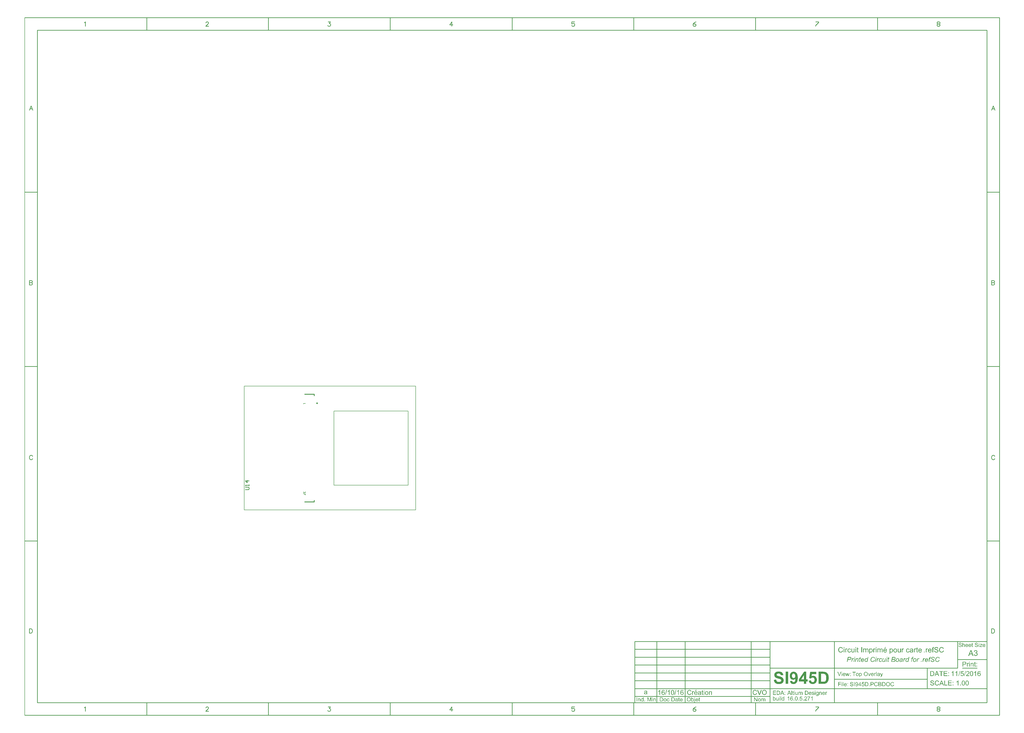
<source format=gto>
G04 Layer_Color=65535*
%FSLAX25Y25*%
%MOIN*%
G70*
G01*
G75*
%ADD16C,0.01000*%
%ADD17C,0.01200*%
%ADD21C,0.00500*%
%ADD79C,0.00984*%
%ADD80C,0.00787*%
%ADD81C,0.00800*%
G36*
X931837Y-218386D02*
X931046D01*
Y-217488D01*
X931837D01*
Y-218386D01*
D02*
G37*
G36*
X927562Y-217390D02*
X927630D01*
X927796Y-217410D01*
X927991Y-217439D01*
X928206Y-217478D01*
X928421Y-217536D01*
X928626Y-217615D01*
X928636D01*
X928645Y-217624D01*
X928675Y-217634D01*
X928714Y-217654D01*
X928811Y-217712D01*
X928938Y-217780D01*
X929075Y-217878D01*
X929211Y-217995D01*
X929348Y-218132D01*
X929465Y-218288D01*
X929475Y-218307D01*
X929514Y-218366D01*
X929563Y-218464D01*
X929611Y-218581D01*
X929670Y-218727D01*
X929729Y-218903D01*
X929768Y-219088D01*
X929787Y-219293D01*
X928977Y-219352D01*
Y-219342D01*
Y-219323D01*
X928967Y-219293D01*
X928958Y-219254D01*
X928938Y-219147D01*
X928899Y-219010D01*
X928841Y-218864D01*
X928762Y-218717D01*
X928655Y-218571D01*
X928528Y-218444D01*
X928509Y-218434D01*
X928460Y-218395D01*
X928372Y-218347D01*
X928255Y-218288D01*
X928099Y-218229D01*
X927903Y-218181D01*
X927679Y-218142D01*
X927415Y-218132D01*
X927289D01*
X927230Y-218142D01*
X927152D01*
X926986Y-218171D01*
X926801Y-218200D01*
X926615Y-218249D01*
X926439Y-218317D01*
X926361Y-218366D01*
X926293Y-218415D01*
X926283Y-218425D01*
X926244Y-218464D01*
X926186Y-218522D01*
X926127Y-218610D01*
X926059Y-218708D01*
X926010Y-218825D01*
X925971Y-218952D01*
X925951Y-219098D01*
Y-219118D01*
Y-219157D01*
X925961Y-219225D01*
X925981Y-219303D01*
X926010Y-219391D01*
X926059Y-219489D01*
X926117Y-219576D01*
X926196Y-219664D01*
X926205Y-219674D01*
X926254Y-219703D01*
X926283Y-219723D01*
X926322Y-219752D01*
X926381Y-219772D01*
X926449Y-219801D01*
X926527Y-219840D01*
X926615Y-219879D01*
X926713Y-219908D01*
X926830Y-219947D01*
X926966Y-219996D01*
X927113Y-220035D01*
X927279Y-220074D01*
X927464Y-220123D01*
X927474D01*
X927513Y-220133D01*
X927562Y-220142D01*
X927630Y-220162D01*
X927718Y-220181D01*
X927816Y-220211D01*
X928030Y-220259D01*
X928265Y-220328D01*
X928499Y-220396D01*
X928616Y-220425D01*
X928714Y-220464D01*
X928811Y-220503D01*
X928889Y-220533D01*
X928899D01*
X928918Y-220543D01*
X928938Y-220562D01*
X928977Y-220582D01*
X929075Y-220640D01*
X929202Y-220708D01*
X929338Y-220806D01*
X929475Y-220923D01*
X929602Y-221050D01*
X929709Y-221187D01*
X929719Y-221206D01*
X929748Y-221255D01*
X929797Y-221333D01*
X929846Y-221450D01*
X929895Y-221577D01*
X929943Y-221733D01*
X929973Y-221909D01*
X929982Y-222094D01*
Y-222104D01*
Y-222114D01*
Y-222143D01*
Y-222182D01*
X929963Y-222280D01*
X929943Y-222407D01*
X929914Y-222553D01*
X929856Y-222719D01*
X929787Y-222895D01*
X929690Y-223061D01*
X929680Y-223080D01*
X929631Y-223139D01*
X929572Y-223217D01*
X929475Y-223314D01*
X929358Y-223431D01*
X929211Y-223549D01*
X929036Y-223656D01*
X928841Y-223763D01*
X928831D01*
X928811Y-223773D01*
X928782Y-223783D01*
X928743Y-223802D01*
X928694Y-223822D01*
X928636Y-223841D01*
X928479Y-223881D01*
X928304Y-223929D01*
X928089Y-223968D01*
X927864Y-223998D01*
X927611Y-224007D01*
X927464D01*
X927396Y-223998D01*
X927308D01*
X927211Y-223988D01*
X927103Y-223978D01*
X926879Y-223949D01*
X926635Y-223900D01*
X926391Y-223841D01*
X926157Y-223763D01*
X926147D01*
X926127Y-223754D01*
X926098Y-223734D01*
X926059Y-223715D01*
X925951Y-223656D01*
X925825Y-223568D01*
X925668Y-223461D01*
X925522Y-223334D01*
X925366Y-223178D01*
X925229Y-223002D01*
Y-222992D01*
X925220Y-222983D01*
X925200Y-222953D01*
X925181Y-222914D01*
X925151Y-222865D01*
X925122Y-222807D01*
X925063Y-222660D01*
X925005Y-222495D01*
X924946Y-222290D01*
X924907Y-222075D01*
X924888Y-221841D01*
X925688Y-221772D01*
Y-221782D01*
Y-221792D01*
X925698Y-221850D01*
X925717Y-221938D01*
X925737Y-222055D01*
X925776Y-222182D01*
X925815Y-222319D01*
X925873Y-222446D01*
X925942Y-222573D01*
X925951Y-222582D01*
X925981Y-222621D01*
X926030Y-222680D01*
X926108Y-222748D01*
X926196Y-222826D01*
X926303Y-222914D01*
X926439Y-222992D01*
X926586Y-223070D01*
X926596D01*
X926605Y-223080D01*
X926664Y-223100D01*
X926752Y-223129D01*
X926879Y-223158D01*
X927015Y-223197D01*
X927191Y-223227D01*
X927376Y-223246D01*
X927572Y-223256D01*
X927650D01*
X927747Y-223246D01*
X927855Y-223236D01*
X927991Y-223227D01*
X928128Y-223197D01*
X928274Y-223168D01*
X928421Y-223119D01*
X928440Y-223109D01*
X928479Y-223090D01*
X928548Y-223061D01*
X928626Y-223012D01*
X928723Y-222953D01*
X928811Y-222885D01*
X928899Y-222807D01*
X928977Y-222719D01*
X928987Y-222709D01*
X929006Y-222670D01*
X929036Y-222621D01*
X929075Y-222553D01*
X929104Y-222475D01*
X929133Y-222377D01*
X929153Y-222280D01*
X929163Y-222172D01*
Y-222163D01*
Y-222124D01*
X929153Y-222065D01*
X929143Y-221997D01*
X929123Y-221909D01*
X929084Y-221821D01*
X929045Y-221733D01*
X928987Y-221645D01*
X928977Y-221636D01*
X928958Y-221606D01*
X928909Y-221567D01*
X928850Y-221509D01*
X928772Y-221450D01*
X928675Y-221392D01*
X928548Y-221323D01*
X928411Y-221265D01*
X928401Y-221255D01*
X928362Y-221245D01*
X928284Y-221226D01*
X928235Y-221206D01*
X928177Y-221187D01*
X928099Y-221167D01*
X928021Y-221148D01*
X927923Y-221118D01*
X927825Y-221089D01*
X927708Y-221060D01*
X927572Y-221031D01*
X927425Y-220991D01*
X927269Y-220953D01*
X927259D01*
X927230Y-220943D01*
X927181Y-220933D01*
X927123Y-220913D01*
X927054Y-220894D01*
X926976Y-220874D01*
X926791Y-220826D01*
X926586Y-220757D01*
X926381Y-220689D01*
X926196Y-220621D01*
X926108Y-220591D01*
X926039Y-220552D01*
X926030D01*
X926020Y-220543D01*
X925961Y-220503D01*
X925883Y-220455D01*
X925786Y-220386D01*
X925668Y-220299D01*
X925561Y-220201D01*
X925454Y-220084D01*
X925356Y-219957D01*
X925346Y-219937D01*
X925317Y-219889D01*
X925288Y-219820D01*
X925249Y-219723D01*
X925200Y-219606D01*
X925171Y-219469D01*
X925141Y-219313D01*
X925132Y-219157D01*
Y-219147D01*
Y-219137D01*
Y-219108D01*
Y-219069D01*
X925151Y-218981D01*
X925171Y-218864D01*
X925200Y-218717D01*
X925249Y-218571D01*
X925317Y-218405D01*
X925405Y-218249D01*
Y-218239D01*
X925415Y-218229D01*
X925454Y-218181D01*
X925522Y-218103D01*
X925610Y-218005D01*
X925717Y-217907D01*
X925854Y-217800D01*
X926020Y-217693D01*
X926205Y-217605D01*
X926215D01*
X926225Y-217595D01*
X926254Y-217585D01*
X926303Y-217566D01*
X926352Y-217556D01*
X926410Y-217536D01*
X926547Y-217488D01*
X926723Y-217449D01*
X926918Y-217419D01*
X927142Y-217390D01*
X927376Y-217380D01*
X927494D01*
X927562Y-217390D01*
D02*
G37*
G36*
X901678D02*
X901747D01*
X901913Y-217410D01*
X902108Y-217439D01*
X902322Y-217478D01*
X902537Y-217536D01*
X902742Y-217615D01*
X902752D01*
X902762Y-217624D01*
X902791Y-217634D01*
X902830Y-217654D01*
X902928Y-217712D01*
X903055Y-217780D01*
X903191Y-217878D01*
X903328Y-217995D01*
X903465Y-218132D01*
X903582Y-218288D01*
X903591Y-218307D01*
X903630Y-218366D01*
X903679Y-218464D01*
X903728Y-218581D01*
X903786Y-218727D01*
X903845Y-218903D01*
X903884Y-219088D01*
X903904Y-219293D01*
X903094Y-219352D01*
Y-219342D01*
Y-219323D01*
X903084Y-219293D01*
X903074Y-219254D01*
X903055Y-219147D01*
X903016Y-219010D01*
X902957Y-218864D01*
X902879Y-218717D01*
X902771Y-218571D01*
X902645Y-218444D01*
X902625Y-218434D01*
X902576Y-218395D01*
X902489Y-218347D01*
X902371Y-218288D01*
X902215Y-218229D01*
X902020Y-218181D01*
X901795Y-218142D01*
X901532Y-218132D01*
X901405D01*
X901346Y-218142D01*
X901268D01*
X901103Y-218171D01*
X900917Y-218200D01*
X900732Y-218249D01*
X900556Y-218317D01*
X900478Y-218366D01*
X900410Y-218415D01*
X900400Y-218425D01*
X900361Y-218464D01*
X900302Y-218522D01*
X900244Y-218610D01*
X900175Y-218708D01*
X900126Y-218825D01*
X900088Y-218952D01*
X900068Y-219098D01*
Y-219118D01*
Y-219157D01*
X900078Y-219225D01*
X900097Y-219303D01*
X900126Y-219391D01*
X900175Y-219489D01*
X900234Y-219576D01*
X900312Y-219664D01*
X900322Y-219674D01*
X900371Y-219703D01*
X900400Y-219723D01*
X900439Y-219752D01*
X900497Y-219772D01*
X900566Y-219801D01*
X900644Y-219840D01*
X900732Y-219879D01*
X900829Y-219908D01*
X900946Y-219947D01*
X901083Y-219996D01*
X901229Y-220035D01*
X901395Y-220074D01*
X901581Y-220123D01*
X901591D01*
X901630Y-220133D01*
X901678Y-220142D01*
X901747Y-220162D01*
X901834Y-220181D01*
X901932Y-220211D01*
X902147Y-220259D01*
X902381Y-220328D01*
X902615Y-220396D01*
X902732Y-220425D01*
X902830Y-220464D01*
X902928Y-220503D01*
X903006Y-220533D01*
X903016D01*
X903035Y-220543D01*
X903055Y-220562D01*
X903094Y-220582D01*
X903191Y-220640D01*
X903318Y-220708D01*
X903455Y-220806D01*
X903591Y-220923D01*
X903718Y-221050D01*
X903826Y-221187D01*
X903835Y-221206D01*
X903865Y-221255D01*
X903913Y-221333D01*
X903962Y-221450D01*
X904011Y-221577D01*
X904060Y-221733D01*
X904089Y-221909D01*
X904099Y-222094D01*
Y-222104D01*
Y-222114D01*
Y-222143D01*
Y-222182D01*
X904079Y-222280D01*
X904060Y-222407D01*
X904031Y-222553D01*
X903972Y-222719D01*
X903904Y-222895D01*
X903806Y-223061D01*
X903796Y-223080D01*
X903747Y-223139D01*
X903689Y-223217D01*
X903591Y-223314D01*
X903474Y-223431D01*
X903328Y-223549D01*
X903152Y-223656D01*
X902957Y-223763D01*
X902947D01*
X902928Y-223773D01*
X902898Y-223783D01*
X902859Y-223802D01*
X902810Y-223822D01*
X902752Y-223841D01*
X902596Y-223881D01*
X902420Y-223929D01*
X902205Y-223968D01*
X901981Y-223998D01*
X901727Y-224007D01*
X901581D01*
X901512Y-223998D01*
X901425D01*
X901327Y-223988D01*
X901220Y-223978D01*
X900995Y-223949D01*
X900751Y-223900D01*
X900507Y-223841D01*
X900273Y-223763D01*
X900263D01*
X900244Y-223754D01*
X900214Y-223734D01*
X900175Y-223715D01*
X900068Y-223656D01*
X899941Y-223568D01*
X899785Y-223461D01*
X899638Y-223334D01*
X899482Y-223178D01*
X899346Y-223002D01*
Y-222992D01*
X899336Y-222983D01*
X899317Y-222953D01*
X899297Y-222914D01*
X899268Y-222865D01*
X899238Y-222807D01*
X899180Y-222660D01*
X899121Y-222495D01*
X899063Y-222290D01*
X899024Y-222075D01*
X899004Y-221841D01*
X899804Y-221772D01*
Y-221782D01*
Y-221792D01*
X899814Y-221850D01*
X899834Y-221938D01*
X899853Y-222055D01*
X899892Y-222182D01*
X899931Y-222319D01*
X899990Y-222446D01*
X900058Y-222573D01*
X900068Y-222582D01*
X900097Y-222621D01*
X900146Y-222680D01*
X900224Y-222748D01*
X900312Y-222826D01*
X900419Y-222914D01*
X900556Y-222992D01*
X900702Y-223070D01*
X900712D01*
X900722Y-223080D01*
X900780Y-223100D01*
X900868Y-223129D01*
X900995Y-223158D01*
X901132Y-223197D01*
X901307Y-223227D01*
X901493Y-223246D01*
X901688Y-223256D01*
X901766D01*
X901864Y-223246D01*
X901971Y-223236D01*
X902108Y-223227D01*
X902244Y-223197D01*
X902391Y-223168D01*
X902537Y-223119D01*
X902557Y-223109D01*
X902596Y-223090D01*
X902664Y-223061D01*
X902742Y-223012D01*
X902840Y-222953D01*
X902928Y-222885D01*
X903016Y-222807D01*
X903094Y-222719D01*
X903103Y-222709D01*
X903123Y-222670D01*
X903152Y-222621D01*
X903191Y-222553D01*
X903220Y-222475D01*
X903250Y-222377D01*
X903269Y-222280D01*
X903279Y-222172D01*
Y-222163D01*
Y-222124D01*
X903269Y-222065D01*
X903259Y-221997D01*
X903240Y-221909D01*
X903201Y-221821D01*
X903162Y-221733D01*
X903103Y-221645D01*
X903094Y-221636D01*
X903074Y-221606D01*
X903025Y-221567D01*
X902967Y-221509D01*
X902889Y-221450D01*
X902791Y-221392D01*
X902664Y-221323D01*
X902528Y-221265D01*
X902518Y-221255D01*
X902479Y-221245D01*
X902401Y-221226D01*
X902352Y-221206D01*
X902293Y-221187D01*
X902215Y-221167D01*
X902137Y-221148D01*
X902040Y-221118D01*
X901942Y-221089D01*
X901825Y-221060D01*
X901688Y-221031D01*
X901542Y-220991D01*
X901386Y-220953D01*
X901376D01*
X901346Y-220943D01*
X901298Y-220933D01*
X901239Y-220913D01*
X901171Y-220894D01*
X901093Y-220874D01*
X900907Y-220826D01*
X900702Y-220757D01*
X900497Y-220689D01*
X900312Y-220621D01*
X900224Y-220591D01*
X900156Y-220552D01*
X900146D01*
X900136Y-220543D01*
X900078Y-220503D01*
X900000Y-220455D01*
X899902Y-220386D01*
X899785Y-220299D01*
X899678Y-220201D01*
X899570Y-220084D01*
X899473Y-219957D01*
X899463Y-219937D01*
X899434Y-219889D01*
X899404Y-219820D01*
X899365Y-219723D01*
X899317Y-219606D01*
X899287Y-219469D01*
X899258Y-219313D01*
X899248Y-219157D01*
Y-219147D01*
Y-219137D01*
Y-219108D01*
Y-219069D01*
X899268Y-218981D01*
X899287Y-218864D01*
X899317Y-218717D01*
X899365Y-218571D01*
X899434Y-218405D01*
X899521Y-218249D01*
Y-218239D01*
X899531Y-218229D01*
X899570Y-218181D01*
X899638Y-218103D01*
X899726Y-218005D01*
X899834Y-217907D01*
X899970Y-217800D01*
X900136Y-217693D01*
X900322Y-217605D01*
X900331D01*
X900341Y-217595D01*
X900371Y-217585D01*
X900419Y-217566D01*
X900468Y-217556D01*
X900527Y-217536D01*
X900663Y-217488D01*
X900839Y-217449D01*
X901034Y-217419D01*
X901259Y-217390D01*
X901493Y-217380D01*
X901610D01*
X901678Y-217390D01*
D02*
G37*
G36*
X936580Y-219772D02*
X934062Y-222729D01*
X933574Y-223275D01*
X933623D01*
X933662Y-223266D01*
X933769Y-223256D01*
X933896Y-223246D01*
X934052D01*
X934218Y-223236D01*
X934570Y-223227D01*
X936717D01*
Y-223900D01*
X932608D01*
Y-223266D01*
X935565Y-219859D01*
X935477D01*
X935389Y-219869D01*
X935262D01*
X935126Y-219879D01*
X934980D01*
X934823Y-219889D01*
X932784D01*
Y-219254D01*
X936580D01*
Y-219772D01*
D02*
G37*
G36*
X931837Y-223900D02*
X931046D01*
Y-219254D01*
X931837D01*
Y-223900D01*
D02*
G37*
G36*
X905943Y-219781D02*
X905953Y-219772D01*
X905973Y-219752D01*
X906002Y-219723D01*
X906041Y-219684D01*
X906100Y-219635D01*
X906158Y-219576D01*
X906236Y-219528D01*
X906324Y-219459D01*
X906422Y-219401D01*
X906519Y-219352D01*
X906763Y-219245D01*
X906890Y-219205D01*
X907027Y-219176D01*
X907173Y-219157D01*
X907329Y-219147D01*
X907417D01*
X907515Y-219157D01*
X907632Y-219176D01*
X907769Y-219196D01*
X907915Y-219235D01*
X908071Y-219284D01*
X908218Y-219352D01*
X908237Y-219362D01*
X908276Y-219391D01*
X908344Y-219440D01*
X908432Y-219498D01*
X908520Y-219576D01*
X908608Y-219674D01*
X908696Y-219791D01*
X908764Y-219918D01*
X908774Y-219937D01*
X908793Y-219986D01*
X908813Y-220064D01*
X908852Y-220181D01*
X908881Y-220328D01*
X908901Y-220513D01*
X908920Y-220718D01*
X908930Y-220962D01*
Y-223900D01*
X908140D01*
Y-220953D01*
Y-220943D01*
Y-220923D01*
Y-220894D01*
Y-220855D01*
X908130Y-220757D01*
X908110Y-220621D01*
X908071Y-220484D01*
X908032Y-220347D01*
X907964Y-220211D01*
X907876Y-220094D01*
X907866Y-220084D01*
X907827Y-220055D01*
X907769Y-220006D01*
X907691Y-219957D01*
X907593Y-219908D01*
X907466Y-219859D01*
X907329Y-219830D01*
X907164Y-219820D01*
X907105D01*
X907037Y-219830D01*
X906949Y-219840D01*
X906851Y-219869D01*
X906734Y-219898D01*
X906617Y-219947D01*
X906500Y-220006D01*
X906490Y-220016D01*
X906451Y-220035D01*
X906402Y-220084D01*
X906334Y-220133D01*
X906266Y-220211D01*
X906188Y-220289D01*
X906129Y-220396D01*
X906070Y-220503D01*
X906061Y-220513D01*
X906051Y-220562D01*
X906031Y-220630D01*
X906012Y-220728D01*
X905982Y-220855D01*
X905963Y-221001D01*
X905953Y-221167D01*
X905943Y-221362D01*
Y-223900D01*
X905153D01*
Y-217488D01*
X905943D01*
Y-219781D01*
D02*
G37*
G36*
X921013Y-219254D02*
X921803D01*
Y-219869D01*
X921013D01*
Y-222592D01*
Y-222602D01*
Y-222641D01*
Y-222699D01*
X921023Y-222768D01*
X921033Y-222914D01*
X921042Y-222973D01*
X921052Y-223022D01*
X921062Y-223041D01*
X921081Y-223080D01*
X921120Y-223129D01*
X921179Y-223178D01*
X921198Y-223187D01*
X921247Y-223197D01*
X921335Y-223217D01*
X921452Y-223227D01*
X921550D01*
X921599Y-223217D01*
X921657D01*
X921803Y-223197D01*
X921911Y-223890D01*
X921891D01*
X921852Y-223900D01*
X921794Y-223910D01*
X921706Y-223920D01*
X921618Y-223939D01*
X921520Y-223949D01*
X921315Y-223959D01*
X921247D01*
X921169Y-223949D01*
X921072Y-223939D01*
X920964Y-223929D01*
X920847Y-223900D01*
X920740Y-223871D01*
X920642Y-223832D01*
X920632Y-223822D01*
X920603Y-223802D01*
X920564Y-223773D01*
X920515Y-223734D01*
X920457Y-223685D01*
X920408Y-223627D01*
X920349Y-223558D01*
X920310Y-223480D01*
Y-223471D01*
X920300Y-223431D01*
X920281Y-223373D01*
X920271Y-223275D01*
X920252Y-223148D01*
X920242Y-223080D01*
X920232Y-222992D01*
Y-222895D01*
X920222Y-222787D01*
Y-222670D01*
Y-222543D01*
Y-219869D01*
X919637D01*
Y-219254D01*
X920222D01*
Y-218112D01*
X921013Y-217634D01*
Y-219254D01*
D02*
G37*
G36*
X939567Y-219157D02*
X939645Y-219166D01*
X939742Y-219176D01*
X939840Y-219196D01*
X939957Y-219225D01*
X940191Y-219303D01*
X940318Y-219352D01*
X940445Y-219420D01*
X940572Y-219489D01*
X940699Y-219576D01*
X940816Y-219674D01*
X940933Y-219791D01*
X940943Y-219801D01*
X940962Y-219820D01*
X940992Y-219859D01*
X941031Y-219908D01*
X941070Y-219976D01*
X941119Y-220055D01*
X941177Y-220142D01*
X941236Y-220250D01*
X941284Y-220377D01*
X941343Y-220503D01*
X941392Y-220650D01*
X941441Y-220816D01*
X941470Y-220982D01*
X941499Y-221167D01*
X941519Y-221362D01*
X941528Y-221577D01*
Y-221587D01*
Y-221626D01*
Y-221694D01*
X941519Y-221782D01*
X938064D01*
Y-221792D01*
Y-221811D01*
X938073Y-221860D01*
Y-221909D01*
X938083Y-221977D01*
X938093Y-222046D01*
X938132Y-222221D01*
X938190Y-222407D01*
X938259Y-222602D01*
X938366Y-222797D01*
X938493Y-222963D01*
X938513Y-222983D01*
X938561Y-223022D01*
X938649Y-223090D01*
X938757Y-223158D01*
X938903Y-223236D01*
X939069Y-223305D01*
X939254Y-223344D01*
X939459Y-223363D01*
X939537D01*
X939616Y-223353D01*
X939713Y-223334D01*
X939830Y-223305D01*
X939957Y-223266D01*
X940084Y-223217D01*
X940201Y-223139D01*
X940211Y-223129D01*
X940250Y-223090D01*
X940308Y-223041D01*
X940377Y-222953D01*
X940455Y-222856D01*
X940533Y-222729D01*
X940611Y-222573D01*
X940689Y-222397D01*
X941499Y-222504D01*
Y-222514D01*
X941489Y-222534D01*
X941480Y-222573D01*
X941460Y-222621D01*
X941441Y-222680D01*
X941411Y-222748D01*
X941333Y-222914D01*
X941236Y-223090D01*
X941119Y-223275D01*
X940962Y-223461D01*
X940787Y-223617D01*
X940777D01*
X940767Y-223637D01*
X940738Y-223656D01*
X940689Y-223675D01*
X940640Y-223705D01*
X940582Y-223744D01*
X940513Y-223773D01*
X940426Y-223812D01*
X940240Y-223881D01*
X940006Y-223949D01*
X939752Y-223988D01*
X939459Y-224007D01*
X939362D01*
X939293Y-223998D01*
X939206Y-223988D01*
X939108Y-223978D01*
X939001Y-223959D01*
X938874Y-223929D01*
X938620Y-223851D01*
X938483Y-223802D01*
X938356Y-223744D01*
X938220Y-223675D01*
X938093Y-223588D01*
X937966Y-223490D01*
X937849Y-223383D01*
X937839Y-223373D01*
X937820Y-223353D01*
X937790Y-223314D01*
X937761Y-223266D01*
X937712Y-223207D01*
X937663Y-223129D01*
X937605Y-223031D01*
X937556Y-222924D01*
X937498Y-222807D01*
X937439Y-222680D01*
X937390Y-222534D01*
X937351Y-222377D01*
X937312Y-222212D01*
X937283Y-222026D01*
X937263Y-221831D01*
X937254Y-221626D01*
Y-221616D01*
Y-221577D01*
Y-221509D01*
X937263Y-221431D01*
X937273Y-221333D01*
X937283Y-221216D01*
X937302Y-221089D01*
X937332Y-220953D01*
X937400Y-220660D01*
X937449Y-220513D01*
X937507Y-220357D01*
X937576Y-220211D01*
X937654Y-220064D01*
X937742Y-219928D01*
X937849Y-219801D01*
X937859Y-219791D01*
X937878Y-219772D01*
X937908Y-219742D01*
X937956Y-219693D01*
X938015Y-219645D01*
X938093Y-219596D01*
X938171Y-219537D01*
X938269Y-219469D01*
X938376Y-219410D01*
X938493Y-219352D01*
X938620Y-219303D01*
X938766Y-219245D01*
X938913Y-219205D01*
X939069Y-219176D01*
X939235Y-219157D01*
X939410Y-219147D01*
X939498D01*
X939567Y-219157D01*
D02*
G37*
G36*
X917167D02*
X917246Y-219166D01*
X917343Y-219176D01*
X917441Y-219196D01*
X917558Y-219225D01*
X917792Y-219303D01*
X917919Y-219352D01*
X918046Y-219420D01*
X918173Y-219489D01*
X918300Y-219576D01*
X918417Y-219674D01*
X918534Y-219791D01*
X918544Y-219801D01*
X918563Y-219820D01*
X918592Y-219859D01*
X918631Y-219908D01*
X918670Y-219976D01*
X918719Y-220055D01*
X918778Y-220142D01*
X918836Y-220250D01*
X918885Y-220377D01*
X918944Y-220503D01*
X918993Y-220650D01*
X919041Y-220816D01*
X919071Y-220982D01*
X919100Y-221167D01*
X919119Y-221362D01*
X919129Y-221577D01*
Y-221587D01*
Y-221626D01*
Y-221694D01*
X919119Y-221782D01*
X915664D01*
Y-221792D01*
Y-221811D01*
X915674Y-221860D01*
Y-221909D01*
X915684Y-221977D01*
X915694Y-222046D01*
X915733Y-222221D01*
X915791Y-222407D01*
X915860Y-222602D01*
X915967Y-222797D01*
X916094Y-222963D01*
X916113Y-222983D01*
X916162Y-223022D01*
X916250Y-223090D01*
X916357Y-223158D01*
X916504Y-223236D01*
X916670Y-223305D01*
X916855Y-223344D01*
X917060Y-223363D01*
X917138D01*
X917216Y-223353D01*
X917314Y-223334D01*
X917431Y-223305D01*
X917558Y-223266D01*
X917685Y-223217D01*
X917802Y-223139D01*
X917812Y-223129D01*
X917851Y-223090D01*
X917909Y-223041D01*
X917978Y-222953D01*
X918056Y-222856D01*
X918134Y-222729D01*
X918212Y-222573D01*
X918290Y-222397D01*
X919100Y-222504D01*
Y-222514D01*
X919090Y-222534D01*
X919081Y-222573D01*
X919061Y-222621D01*
X919041Y-222680D01*
X919012Y-222748D01*
X918934Y-222914D01*
X918836Y-223090D01*
X918719Y-223275D01*
X918563Y-223461D01*
X918388Y-223617D01*
X918378D01*
X918368Y-223637D01*
X918339Y-223656D01*
X918290Y-223675D01*
X918241Y-223705D01*
X918182Y-223744D01*
X918114Y-223773D01*
X918026Y-223812D01*
X917841Y-223881D01*
X917607Y-223949D01*
X917353Y-223988D01*
X917060Y-224007D01*
X916963D01*
X916894Y-223998D01*
X916806Y-223988D01*
X916709Y-223978D01*
X916601Y-223959D01*
X916475Y-223929D01*
X916221Y-223851D01*
X916084Y-223802D01*
X915957Y-223744D01*
X915821Y-223675D01*
X915694Y-223588D01*
X915567Y-223490D01*
X915450Y-223383D01*
X915440Y-223373D01*
X915420Y-223353D01*
X915391Y-223314D01*
X915362Y-223266D01*
X915313Y-223207D01*
X915264Y-223129D01*
X915206Y-223031D01*
X915157Y-222924D01*
X915098Y-222807D01*
X915040Y-222680D01*
X914991Y-222534D01*
X914952Y-222377D01*
X914913Y-222212D01*
X914884Y-222026D01*
X914864Y-221831D01*
X914854Y-221626D01*
Y-221616D01*
Y-221577D01*
Y-221509D01*
X914864Y-221431D01*
X914874Y-221333D01*
X914884Y-221216D01*
X914903Y-221089D01*
X914933Y-220953D01*
X915001Y-220660D01*
X915050Y-220513D01*
X915108Y-220357D01*
X915176Y-220211D01*
X915254Y-220064D01*
X915342Y-219928D01*
X915450Y-219801D01*
X915460Y-219791D01*
X915479Y-219772D01*
X915508Y-219742D01*
X915557Y-219693D01*
X915616Y-219645D01*
X915694Y-219596D01*
X915772Y-219537D01*
X915869Y-219469D01*
X915977Y-219410D01*
X916094Y-219352D01*
X916221Y-219303D01*
X916367Y-219245D01*
X916514Y-219205D01*
X916670Y-219176D01*
X916836Y-219157D01*
X917011Y-219147D01*
X917099D01*
X917167Y-219157D01*
D02*
G37*
G36*
X912190D02*
X912268Y-219166D01*
X912366Y-219176D01*
X912463Y-219196D01*
X912580Y-219225D01*
X912815Y-219303D01*
X912941Y-219352D01*
X913068Y-219420D01*
X913195Y-219489D01*
X913322Y-219576D01*
X913439Y-219674D01*
X913556Y-219791D01*
X913566Y-219801D01*
X913586Y-219820D01*
X913615Y-219859D01*
X913654Y-219908D01*
X913693Y-219976D01*
X913742Y-220055D01*
X913800Y-220142D01*
X913859Y-220250D01*
X913908Y-220377D01*
X913966Y-220503D01*
X914015Y-220650D01*
X914064Y-220816D01*
X914093Y-220982D01*
X914122Y-221167D01*
X914142Y-221362D01*
X914152Y-221577D01*
Y-221587D01*
Y-221626D01*
Y-221694D01*
X914142Y-221782D01*
X910687D01*
Y-221792D01*
Y-221811D01*
X910697Y-221860D01*
Y-221909D01*
X910706Y-221977D01*
X910716Y-222046D01*
X910755Y-222221D01*
X910814Y-222407D01*
X910882Y-222602D01*
X910989Y-222797D01*
X911116Y-222963D01*
X911136Y-222983D01*
X911185Y-223022D01*
X911273Y-223090D01*
X911380Y-223158D01*
X911526Y-223236D01*
X911692Y-223305D01*
X911878Y-223344D01*
X912082Y-223363D01*
X912161D01*
X912239Y-223353D01*
X912336Y-223334D01*
X912453Y-223305D01*
X912580Y-223266D01*
X912707Y-223217D01*
X912824Y-223139D01*
X912834Y-223129D01*
X912873Y-223090D01*
X912932Y-223041D01*
X913000Y-222953D01*
X913078Y-222856D01*
X913156Y-222729D01*
X913234Y-222573D01*
X913312Y-222397D01*
X914122Y-222504D01*
Y-222514D01*
X914113Y-222534D01*
X914103Y-222573D01*
X914083Y-222621D01*
X914064Y-222680D01*
X914034Y-222748D01*
X913957Y-222914D01*
X913859Y-223090D01*
X913742Y-223275D01*
X913586Y-223461D01*
X913410Y-223617D01*
X913400D01*
X913390Y-223637D01*
X913361Y-223656D01*
X913312Y-223675D01*
X913264Y-223705D01*
X913205Y-223744D01*
X913137Y-223773D01*
X913049Y-223812D01*
X912863Y-223881D01*
X912629Y-223949D01*
X912375Y-223988D01*
X912082Y-224007D01*
X911985D01*
X911917Y-223998D01*
X911829Y-223988D01*
X911731Y-223978D01*
X911624Y-223959D01*
X911497Y-223929D01*
X911243Y-223851D01*
X911106Y-223802D01*
X910980Y-223744D01*
X910843Y-223675D01*
X910716Y-223588D01*
X910589Y-223490D01*
X910472Y-223383D01*
X910462Y-223373D01*
X910443Y-223353D01*
X910414Y-223314D01*
X910384Y-223266D01*
X910336Y-223207D01*
X910287Y-223129D01*
X910228Y-223031D01*
X910179Y-222924D01*
X910121Y-222807D01*
X910062Y-222680D01*
X910013Y-222534D01*
X909974Y-222377D01*
X909935Y-222212D01*
X909906Y-222026D01*
X909886Y-221831D01*
X909877Y-221626D01*
Y-221616D01*
Y-221577D01*
Y-221509D01*
X909886Y-221431D01*
X909896Y-221333D01*
X909906Y-221216D01*
X909926Y-221089D01*
X909955Y-220953D01*
X910023Y-220660D01*
X910072Y-220513D01*
X910131Y-220357D01*
X910199Y-220211D01*
X910277Y-220064D01*
X910365Y-219928D01*
X910472Y-219801D01*
X910482Y-219791D01*
X910501Y-219772D01*
X910531Y-219742D01*
X910579Y-219693D01*
X910638Y-219645D01*
X910716Y-219596D01*
X910794Y-219537D01*
X910892Y-219469D01*
X910999Y-219410D01*
X911116Y-219352D01*
X911243Y-219303D01*
X911390Y-219245D01*
X911536Y-219205D01*
X911692Y-219176D01*
X911858Y-219157D01*
X912034Y-219147D01*
X912122D01*
X912190Y-219157D01*
D02*
G37*
G36*
X859486Y-224186D02*
X859626Y-224199D01*
X859791Y-224224D01*
X859968Y-224249D01*
X860159Y-224287D01*
X860006Y-225176D01*
X859993D01*
X859956Y-225163D01*
X859892Y-225150D01*
X859816Y-225137D01*
X859714D01*
X859613Y-225125D01*
X859397Y-225112D01*
X859321D01*
X859245Y-225125D01*
X859143Y-225137D01*
X859042Y-225163D01*
X858928Y-225201D01*
X858826Y-225252D01*
X858737Y-225315D01*
X858724Y-225328D01*
X858712Y-225353D01*
X858674Y-225404D01*
X858648Y-225480D01*
X858610Y-225582D01*
X858572Y-225721D01*
X858560Y-225873D01*
X858547Y-226064D01*
Y-226610D01*
X859727D01*
Y-227409D01*
X858560D01*
Y-232650D01*
X857532D01*
Y-227409D01*
X856631D01*
Y-226610D01*
X857532D01*
Y-225975D01*
Y-225962D01*
Y-225950D01*
Y-225873D01*
X857544Y-225772D01*
Y-225632D01*
X857557Y-225493D01*
X857582Y-225341D01*
X857608Y-225201D01*
X857646Y-225074D01*
X857659Y-225061D01*
X857671Y-225011D01*
X857709Y-224935D01*
X857760Y-224846D01*
X857836Y-224731D01*
X857925Y-224630D01*
X858027Y-224528D01*
X858154Y-224427D01*
X858166Y-224414D01*
X858230Y-224389D01*
X858306Y-224351D01*
X858433Y-224300D01*
X858572Y-224249D01*
X858763Y-224211D01*
X858966Y-224186D01*
X859207Y-224173D01*
X859372D01*
X859486Y-224186D01*
D02*
G37*
G36*
X768463Y-225480D02*
X767435D01*
Y-224313D01*
X768463D01*
Y-225480D01*
D02*
G37*
G36*
X736129D02*
X735101D01*
Y-224313D01*
X736129D01*
Y-225480D01*
D02*
G37*
G36*
X717373D02*
X716345D01*
Y-224313D01*
X717373D01*
Y-225480D01*
D02*
G37*
G36*
X782194Y-225861D02*
X781343D01*
X782105Y-224275D01*
X783450D01*
X782194Y-225861D01*
D02*
G37*
G36*
X863775Y-224186D02*
X863864D01*
X864080Y-224211D01*
X864334Y-224249D01*
X864613Y-224300D01*
X864892Y-224376D01*
X865158Y-224478D01*
X865171D01*
X865184Y-224490D01*
X865222Y-224503D01*
X865273Y-224528D01*
X865399Y-224605D01*
X865564Y-224693D01*
X865742Y-224820D01*
X865920Y-224973D01*
X866097Y-225150D01*
X866250Y-225353D01*
X866262Y-225379D01*
X866313Y-225455D01*
X866377Y-225582D01*
X866440Y-225734D01*
X866516Y-225924D01*
X866592Y-226153D01*
X866643Y-226394D01*
X866669Y-226660D01*
X865615Y-226736D01*
Y-226724D01*
Y-226698D01*
X865602Y-226660D01*
X865590Y-226610D01*
X865564Y-226470D01*
X865514Y-226292D01*
X865438Y-226102D01*
X865336Y-225912D01*
X865196Y-225721D01*
X865032Y-225556D01*
X865006Y-225544D01*
X864943Y-225493D01*
X864828Y-225429D01*
X864676Y-225353D01*
X864473Y-225277D01*
X864219Y-225214D01*
X863927Y-225163D01*
X863585Y-225150D01*
X863420D01*
X863344Y-225163D01*
X863242D01*
X863026Y-225201D01*
X862785Y-225239D01*
X862544Y-225303D01*
X862316Y-225391D01*
X862214Y-225455D01*
X862125Y-225518D01*
X862113Y-225531D01*
X862062Y-225582D01*
X861986Y-225658D01*
X861910Y-225772D01*
X861821Y-225899D01*
X861757Y-226051D01*
X861707Y-226216D01*
X861681Y-226407D01*
Y-226432D01*
Y-226483D01*
X861694Y-226571D01*
X861719Y-226673D01*
X861757Y-226787D01*
X861821Y-226914D01*
X861897Y-227028D01*
X861999Y-227143D01*
X862011Y-227155D01*
X862075Y-227193D01*
X862113Y-227219D01*
X862164Y-227257D01*
X862240Y-227282D01*
X862329Y-227320D01*
X862430Y-227371D01*
X862544Y-227422D01*
X862671Y-227460D01*
X862823Y-227511D01*
X863001Y-227574D01*
X863191Y-227625D01*
X863407Y-227676D01*
X863648Y-227739D01*
X863661D01*
X863712Y-227752D01*
X863775Y-227764D01*
X863864Y-227790D01*
X863978Y-227815D01*
X864105Y-227853D01*
X864384Y-227917D01*
X864689Y-228006D01*
X864993Y-228094D01*
X865146Y-228132D01*
X865273Y-228183D01*
X865399Y-228234D01*
X865501Y-228272D01*
X865514D01*
X865539Y-228285D01*
X865564Y-228310D01*
X865615Y-228335D01*
X865742Y-228412D01*
X865907Y-228500D01*
X866085Y-228627D01*
X866262Y-228780D01*
X866427Y-228944D01*
X866567Y-229122D01*
X866580Y-229148D01*
X866618Y-229211D01*
X866681Y-229312D01*
X866745Y-229465D01*
X866808Y-229630D01*
X866871Y-229833D01*
X866910Y-230061D01*
X866922Y-230302D01*
Y-230315D01*
Y-230328D01*
Y-230366D01*
Y-230417D01*
X866897Y-230543D01*
X866871Y-230708D01*
X866833Y-230899D01*
X866757Y-231115D01*
X866669Y-231343D01*
X866542Y-231559D01*
X866529Y-231584D01*
X866465Y-231660D01*
X866389Y-231762D01*
X866262Y-231889D01*
X866110Y-232041D01*
X865920Y-232193D01*
X865691Y-232333D01*
X865438Y-232472D01*
X865425D01*
X865399Y-232485D01*
X865361Y-232498D01*
X865311Y-232523D01*
X865247Y-232548D01*
X865171Y-232574D01*
X864968Y-232625D01*
X864740Y-232688D01*
X864460Y-232739D01*
X864168Y-232777D01*
X863839Y-232790D01*
X863648D01*
X863559Y-232777D01*
X863445D01*
X863318Y-232764D01*
X863179Y-232751D01*
X862887Y-232714D01*
X862570Y-232650D01*
X862252Y-232574D01*
X861948Y-232472D01*
X861935D01*
X861910Y-232460D01*
X861872Y-232434D01*
X861821Y-232409D01*
X861681Y-232333D01*
X861516Y-232219D01*
X861313Y-232079D01*
X861123Y-231914D01*
X860920Y-231711D01*
X860742Y-231483D01*
Y-231470D01*
X860730Y-231457D01*
X860704Y-231419D01*
X860679Y-231368D01*
X860641Y-231305D01*
X860603Y-231229D01*
X860526Y-231038D01*
X860450Y-230823D01*
X860374Y-230556D01*
X860324Y-230277D01*
X860298Y-229972D01*
X861339Y-229884D01*
Y-229896D01*
Y-229909D01*
X861351Y-229985D01*
X861377Y-230099D01*
X861402Y-230252D01*
X861453Y-230417D01*
X861504Y-230594D01*
X861580Y-230759D01*
X861669Y-230924D01*
X861681Y-230937D01*
X861719Y-230988D01*
X861783Y-231064D01*
X861884Y-231153D01*
X861999Y-231254D01*
X862138Y-231368D01*
X862316Y-231470D01*
X862506Y-231571D01*
X862519D01*
X862531Y-231584D01*
X862608Y-231609D01*
X862722Y-231647D01*
X862887Y-231686D01*
X863064Y-231736D01*
X863293Y-231774D01*
X863534Y-231800D01*
X863788Y-231813D01*
X863889D01*
X864016Y-231800D01*
X864156Y-231787D01*
X864334Y-231774D01*
X864511Y-231736D01*
X864701Y-231698D01*
X864892Y-231635D01*
X864917Y-231622D01*
X864968Y-231597D01*
X865057Y-231559D01*
X865158Y-231495D01*
X865285Y-231419D01*
X865399Y-231330D01*
X865514Y-231229D01*
X865615Y-231115D01*
X865628Y-231102D01*
X865653Y-231051D01*
X865691Y-230988D01*
X865742Y-230899D01*
X865780Y-230797D01*
X865818Y-230670D01*
X865844Y-230543D01*
X865856Y-230404D01*
Y-230391D01*
Y-230340D01*
X865844Y-230264D01*
X865831Y-230175D01*
X865806Y-230061D01*
X865755Y-229947D01*
X865704Y-229833D01*
X865628Y-229719D01*
X865615Y-229706D01*
X865590Y-229668D01*
X865526Y-229617D01*
X865450Y-229541D01*
X865349Y-229465D01*
X865222Y-229389D01*
X865057Y-229300D01*
X864879Y-229224D01*
X864867Y-229211D01*
X864816Y-229198D01*
X864714Y-229173D01*
X864651Y-229148D01*
X864575Y-229122D01*
X864473Y-229097D01*
X864372Y-229071D01*
X864245Y-229033D01*
X864118Y-228995D01*
X863966Y-228957D01*
X863788Y-228919D01*
X863597Y-228868D01*
X863394Y-228818D01*
X863382D01*
X863344Y-228805D01*
X863280Y-228792D01*
X863204Y-228767D01*
X863115Y-228742D01*
X863014Y-228716D01*
X862773Y-228653D01*
X862506Y-228564D01*
X862240Y-228475D01*
X861999Y-228386D01*
X861884Y-228348D01*
X861796Y-228297D01*
X861783D01*
X861770Y-228285D01*
X861694Y-228234D01*
X861592Y-228170D01*
X861466Y-228082D01*
X861313Y-227967D01*
X861174Y-227840D01*
X861034Y-227688D01*
X860907Y-227523D01*
X860894Y-227498D01*
X860857Y-227434D01*
X860818Y-227346D01*
X860768Y-227219D01*
X860704Y-227066D01*
X860666Y-226889D01*
X860628Y-226686D01*
X860615Y-226483D01*
Y-226470D01*
Y-226457D01*
Y-226419D01*
Y-226368D01*
X860641Y-226254D01*
X860666Y-226102D01*
X860704Y-225912D01*
X860768Y-225721D01*
X860857Y-225505D01*
X860971Y-225303D01*
Y-225290D01*
X860983Y-225277D01*
X861034Y-225214D01*
X861123Y-225112D01*
X861237Y-224985D01*
X861377Y-224858D01*
X861554Y-224719D01*
X861770Y-224579D01*
X862011Y-224465D01*
X862024D01*
X862037Y-224452D01*
X862075Y-224440D01*
X862138Y-224414D01*
X862202Y-224401D01*
X862278Y-224376D01*
X862455Y-224313D01*
X862684Y-224262D01*
X862938Y-224224D01*
X863229Y-224186D01*
X863534Y-224173D01*
X863686D01*
X863775Y-224186D01*
D02*
G37*
G36*
X872252D02*
X872354Y-224199D01*
X872480Y-224211D01*
X872620Y-224224D01*
X872772Y-224249D01*
X873102Y-224325D01*
X873458Y-224440D01*
X873635Y-224516D01*
X873813Y-224605D01*
X873978Y-224706D01*
X874143Y-224820D01*
X874156Y-224833D01*
X874181Y-224846D01*
X874219Y-224884D01*
X874282Y-224935D01*
X874346Y-224998D01*
X874435Y-225087D01*
X874524Y-225176D01*
X874612Y-225277D01*
X874714Y-225404D01*
X874803Y-225531D01*
X874904Y-225683D01*
X875006Y-225848D01*
X875095Y-226013D01*
X875183Y-226203D01*
X875336Y-226610D01*
X874244Y-226863D01*
Y-226851D01*
X874232Y-226825D01*
X874219Y-226775D01*
X874194Y-226711D01*
X874156Y-226635D01*
X874117Y-226546D01*
X874029Y-226356D01*
X873915Y-226140D01*
X873762Y-225912D01*
X873597Y-225709D01*
X873394Y-225531D01*
X873369Y-225518D01*
X873293Y-225467D01*
X873178Y-225404D01*
X873013Y-225315D01*
X872823Y-225239D01*
X872582Y-225176D01*
X872316Y-225125D01*
X872011Y-225112D01*
X871922D01*
X871859Y-225125D01*
X871770D01*
X871681Y-225137D01*
X871453Y-225176D01*
X871199Y-225226D01*
X870932Y-225315D01*
X870666Y-225429D01*
X870412Y-225582D01*
X870399D01*
X870387Y-225607D01*
X870310Y-225671D01*
X870196Y-225772D01*
X870057Y-225912D01*
X869917Y-226089D01*
X869765Y-226292D01*
X869625Y-226546D01*
X869511Y-226825D01*
Y-226838D01*
X869498Y-226863D01*
X869486Y-226901D01*
X869473Y-226965D01*
X869448Y-227028D01*
X869435Y-227117D01*
X869384Y-227320D01*
X869333Y-227561D01*
X869295Y-227828D01*
X869270Y-228120D01*
X869257Y-228424D01*
Y-228437D01*
Y-228475D01*
Y-228526D01*
Y-228602D01*
X869270Y-228691D01*
Y-228805D01*
X869283Y-228919D01*
X869295Y-229046D01*
X869333Y-229338D01*
X869384Y-229655D01*
X869460Y-229972D01*
X869562Y-230277D01*
Y-230290D01*
X869575Y-230315D01*
X869600Y-230353D01*
X869625Y-230404D01*
X869689Y-230556D01*
X869790Y-230721D01*
X869930Y-230924D01*
X870095Y-231115D01*
X870285Y-231305D01*
X870514Y-231470D01*
X870526D01*
X870539Y-231483D01*
X870577Y-231508D01*
X870628Y-231533D01*
X870767Y-231584D01*
X870945Y-231660D01*
X871148Y-231724D01*
X871389Y-231787D01*
X871656Y-231838D01*
X871935Y-231851D01*
X872024D01*
X872087Y-231838D01*
X872163D01*
X872265Y-231825D01*
X872480Y-231787D01*
X872722Y-231724D01*
X872988Y-231622D01*
X873242Y-231495D01*
X873496Y-231317D01*
X873508Y-231305D01*
X873521Y-231292D01*
X873597Y-231216D01*
X873711Y-231089D01*
X873851Y-230924D01*
X873991Y-230696D01*
X874143Y-230429D01*
X874270Y-230099D01*
X874371Y-229731D01*
X875475Y-230011D01*
Y-230023D01*
X875463Y-230074D01*
X875437Y-230137D01*
X875412Y-230239D01*
X875361Y-230340D01*
X875310Y-230480D01*
X875260Y-230620D01*
X875183Y-230772D01*
X875019Y-231115D01*
X874790Y-231457D01*
X874536Y-231787D01*
X874384Y-231939D01*
X874219Y-232079D01*
X874206Y-232092D01*
X874181Y-232104D01*
X874130Y-232142D01*
X874054Y-232193D01*
X873965Y-232244D01*
X873864Y-232307D01*
X873750Y-232371D01*
X873610Y-232434D01*
X873458Y-232498D01*
X873293Y-232561D01*
X873102Y-232625D01*
X872912Y-232675D01*
X872493Y-232764D01*
X872265Y-232777D01*
X872024Y-232790D01*
X871897D01*
X871795Y-232777D01*
X871681D01*
X871554Y-232764D01*
X871402Y-232739D01*
X871250Y-232726D01*
X870894Y-232650D01*
X870526Y-232561D01*
X870171Y-232422D01*
X869993Y-232345D01*
X869828Y-232244D01*
X869816Y-232231D01*
X869790Y-232219D01*
X869752Y-232181D01*
X869689Y-232142D01*
X869536Y-232015D01*
X869359Y-231838D01*
X869143Y-231622D01*
X868940Y-231343D01*
X868724Y-231026D01*
X868547Y-230658D01*
Y-230645D01*
X868534Y-230607D01*
X868509Y-230556D01*
X868483Y-230480D01*
X868445Y-230379D01*
X868407Y-230264D01*
X868369Y-230137D01*
X868331Y-229985D01*
X868293Y-229833D01*
X868255Y-229655D01*
X868179Y-229275D01*
X868128Y-228868D01*
X868115Y-228424D01*
Y-228412D01*
Y-228361D01*
Y-228297D01*
X868128Y-228208D01*
Y-228094D01*
X868141Y-227955D01*
X868153Y-227815D01*
X868179Y-227650D01*
X868242Y-227295D01*
X868318Y-226914D01*
X868445Y-226521D01*
X868610Y-226153D01*
Y-226140D01*
X868635Y-226115D01*
X868661Y-226064D01*
X868699Y-225988D01*
X868750Y-225912D01*
X868813Y-225823D01*
X868978Y-225607D01*
X869168Y-225366D01*
X869409Y-225125D01*
X869701Y-224884D01*
X870019Y-224681D01*
X870031D01*
X870057Y-224655D01*
X870107Y-224630D01*
X870184Y-224605D01*
X870260Y-224567D01*
X870361Y-224516D01*
X870488Y-224478D01*
X870615Y-224427D01*
X870755Y-224376D01*
X870907Y-224338D01*
X871250Y-224249D01*
X871630Y-224199D01*
X872036Y-224173D01*
X872163D01*
X872252Y-224186D01*
D02*
G37*
G36*
X711891D02*
X711993Y-224199D01*
X712119Y-224211D01*
X712259Y-224224D01*
X712411Y-224249D01*
X712741Y-224325D01*
X713097Y-224440D01*
X713274Y-224516D01*
X713452Y-224605D01*
X713617Y-224706D01*
X713782Y-224820D01*
X713795Y-224833D01*
X713820Y-224846D01*
X713858Y-224884D01*
X713921Y-224935D01*
X713985Y-224998D01*
X714074Y-225087D01*
X714163Y-225176D01*
X714251Y-225277D01*
X714353Y-225404D01*
X714442Y-225531D01*
X714543Y-225683D01*
X714645Y-225848D01*
X714734Y-226013D01*
X714822Y-226203D01*
X714975Y-226610D01*
X713883Y-226863D01*
Y-226851D01*
X713871Y-226825D01*
X713858Y-226775D01*
X713833Y-226711D01*
X713795Y-226635D01*
X713757Y-226546D01*
X713668Y-226356D01*
X713553Y-226140D01*
X713401Y-225912D01*
X713236Y-225709D01*
X713033Y-225531D01*
X713008Y-225518D01*
X712932Y-225467D01*
X712817Y-225404D01*
X712652Y-225315D01*
X712462Y-225239D01*
X712221Y-225176D01*
X711954Y-225125D01*
X711650Y-225112D01*
X711561D01*
X711498Y-225125D01*
X711409D01*
X711320Y-225137D01*
X711092Y-225176D01*
X710838Y-225226D01*
X710571Y-225315D01*
X710305Y-225429D01*
X710051Y-225582D01*
X710038D01*
X710026Y-225607D01*
X709949Y-225671D01*
X709835Y-225772D01*
X709696Y-225912D01*
X709556Y-226089D01*
X709404Y-226292D01*
X709264Y-226546D01*
X709150Y-226825D01*
Y-226838D01*
X709137Y-226863D01*
X709125Y-226901D01*
X709112Y-226965D01*
X709087Y-227028D01*
X709074Y-227117D01*
X709023Y-227320D01*
X708972Y-227561D01*
X708934Y-227828D01*
X708909Y-228120D01*
X708896Y-228424D01*
Y-228437D01*
Y-228475D01*
Y-228526D01*
Y-228602D01*
X708909Y-228691D01*
Y-228805D01*
X708922Y-228919D01*
X708934Y-229046D01*
X708972Y-229338D01*
X709023Y-229655D01*
X709099Y-229972D01*
X709201Y-230277D01*
Y-230290D01*
X709213Y-230315D01*
X709239Y-230353D01*
X709264Y-230404D01*
X709328Y-230556D01*
X709429Y-230721D01*
X709569Y-230924D01*
X709734Y-231115D01*
X709924Y-231305D01*
X710152Y-231470D01*
X710165D01*
X710178Y-231483D01*
X710216Y-231508D01*
X710267Y-231533D01*
X710406Y-231584D01*
X710584Y-231660D01*
X710787Y-231724D01*
X711028Y-231787D01*
X711295Y-231838D01*
X711574Y-231851D01*
X711663D01*
X711726Y-231838D01*
X711802D01*
X711904Y-231825D01*
X712119Y-231787D01*
X712361Y-231724D01*
X712627Y-231622D01*
X712881Y-231495D01*
X713135Y-231317D01*
X713147Y-231305D01*
X713160Y-231292D01*
X713236Y-231216D01*
X713350Y-231089D01*
X713490Y-230924D01*
X713630Y-230696D01*
X713782Y-230429D01*
X713909Y-230099D01*
X714010Y-229731D01*
X715114Y-230011D01*
Y-230023D01*
X715102Y-230074D01*
X715076Y-230137D01*
X715051Y-230239D01*
X715000Y-230340D01*
X714949Y-230480D01*
X714899Y-230620D01*
X714822Y-230772D01*
X714657Y-231115D01*
X714429Y-231457D01*
X714175Y-231787D01*
X714023Y-231939D01*
X713858Y-232079D01*
X713845Y-232092D01*
X713820Y-232104D01*
X713769Y-232142D01*
X713693Y-232193D01*
X713604Y-232244D01*
X713503Y-232307D01*
X713388Y-232371D01*
X713249Y-232434D01*
X713097Y-232498D01*
X712932Y-232561D01*
X712741Y-232625D01*
X712551Y-232675D01*
X712132Y-232764D01*
X711904Y-232777D01*
X711663Y-232790D01*
X711536D01*
X711434Y-232777D01*
X711320D01*
X711193Y-232764D01*
X711041Y-232739D01*
X710889Y-232726D01*
X710533Y-232650D01*
X710165Y-232561D01*
X709810Y-232422D01*
X709632Y-232345D01*
X709467Y-232244D01*
X709455Y-232231D01*
X709429Y-232219D01*
X709391Y-232181D01*
X709328Y-232142D01*
X709175Y-232015D01*
X708998Y-231838D01*
X708782Y-231622D01*
X708579Y-231343D01*
X708363Y-231026D01*
X708186Y-230658D01*
Y-230645D01*
X708173Y-230607D01*
X708147Y-230556D01*
X708122Y-230480D01*
X708084Y-230379D01*
X708046Y-230264D01*
X708008Y-230137D01*
X707970Y-229985D01*
X707932Y-229833D01*
X707894Y-229655D01*
X707818Y-229275D01*
X707767Y-228868D01*
X707754Y-228424D01*
Y-228412D01*
Y-228361D01*
Y-228297D01*
X707767Y-228208D01*
Y-228094D01*
X707780Y-227955D01*
X707792Y-227815D01*
X707818Y-227650D01*
X707881Y-227295D01*
X707957Y-226914D01*
X708084Y-226521D01*
X708249Y-226153D01*
Y-226140D01*
X708274Y-226115D01*
X708300Y-226064D01*
X708338Y-225988D01*
X708389Y-225912D01*
X708452Y-225823D01*
X708617Y-225607D01*
X708807Y-225366D01*
X709049Y-225125D01*
X709340Y-224884D01*
X709658Y-224681D01*
X709670D01*
X709696Y-224655D01*
X709747Y-224630D01*
X709823Y-224605D01*
X709899Y-224567D01*
X710000Y-224516D01*
X710127Y-224478D01*
X710254Y-224427D01*
X710394Y-224376D01*
X710546Y-224338D01*
X710889Y-224249D01*
X711269Y-224199D01*
X711675Y-224173D01*
X711802D01*
X711891Y-224186D01*
D02*
G37*
G36*
X792371Y-226495D02*
X792549Y-226521D01*
X792764Y-226571D01*
X792993Y-226635D01*
X793221Y-226736D01*
X793450Y-226876D01*
X793462D01*
X793475Y-226889D01*
X793551Y-226952D01*
X793653Y-227041D01*
X793792Y-227168D01*
X793932Y-227320D01*
X794084Y-227523D01*
X794224Y-227739D01*
X794351Y-228006D01*
Y-228018D01*
X794363Y-228044D01*
X794376Y-228082D01*
X794402Y-228132D01*
X794427Y-228196D01*
X794452Y-228285D01*
X794503Y-228475D01*
X794554Y-228716D01*
X794604Y-228983D01*
X794643Y-229275D01*
X794655Y-229592D01*
Y-229604D01*
Y-229630D01*
Y-229680D01*
Y-229744D01*
X794643Y-229833D01*
Y-229922D01*
X794617Y-230150D01*
X794566Y-230404D01*
X794516Y-230683D01*
X794427Y-230975D01*
X794313Y-231267D01*
Y-231279D01*
X794300Y-231305D01*
X794275Y-231343D01*
X794249Y-231394D01*
X794173Y-231521D01*
X794071Y-231686D01*
X793932Y-231863D01*
X793767Y-232054D01*
X793577Y-232231D01*
X793348Y-232396D01*
X793335D01*
X793323Y-232409D01*
X793285Y-232434D01*
X793234Y-232460D01*
X793107Y-232523D01*
X792942Y-232587D01*
X792739Y-232663D01*
X792523Y-232726D01*
X792270Y-232777D01*
X792016Y-232790D01*
X791927D01*
X791838Y-232777D01*
X791711Y-232764D01*
X791572Y-232739D01*
X791419Y-232701D01*
X791254Y-232650D01*
X791102Y-232587D01*
X791089Y-232574D01*
X791039Y-232548D01*
X790963Y-232498D01*
X790874Y-232434D01*
X790759Y-232358D01*
X790658Y-232269D01*
X790544Y-232155D01*
X790442Y-232041D01*
Y-234960D01*
X789414D01*
Y-226610D01*
X790353D01*
Y-227396D01*
X790366Y-227371D01*
X790404Y-227320D01*
X790480Y-227244D01*
X790569Y-227143D01*
X790671Y-227028D01*
X790798Y-226914D01*
X790937Y-226800D01*
X791089Y-226711D01*
X791115Y-226698D01*
X791165Y-226673D01*
X791254Y-226635D01*
X791368Y-226584D01*
X791521Y-226546D01*
X791686Y-226508D01*
X791876Y-226483D01*
X792092Y-226470D01*
X792219D01*
X792371Y-226495D01*
D02*
G37*
G36*
X760037D02*
X760215Y-226521D01*
X760430Y-226571D01*
X760659Y-226635D01*
X760887Y-226736D01*
X761116Y-226876D01*
X761128D01*
X761141Y-226889D01*
X761217Y-226952D01*
X761319Y-227041D01*
X761458Y-227168D01*
X761598Y-227320D01*
X761750Y-227523D01*
X761890Y-227739D01*
X762017Y-228006D01*
Y-228018D01*
X762029Y-228044D01*
X762042Y-228082D01*
X762067Y-228132D01*
X762093Y-228196D01*
X762118Y-228285D01*
X762169Y-228475D01*
X762220Y-228716D01*
X762270Y-228983D01*
X762308Y-229275D01*
X762321Y-229592D01*
Y-229604D01*
Y-229630D01*
Y-229680D01*
Y-229744D01*
X762308Y-229833D01*
Y-229922D01*
X762283Y-230150D01*
X762232Y-230404D01*
X762182Y-230683D01*
X762093Y-230975D01*
X761978Y-231267D01*
Y-231279D01*
X761966Y-231305D01*
X761940Y-231343D01*
X761915Y-231394D01*
X761839Y-231521D01*
X761737Y-231686D01*
X761598Y-231863D01*
X761433Y-232054D01*
X761242Y-232231D01*
X761014Y-232396D01*
X761001D01*
X760989Y-232409D01*
X760951Y-232434D01*
X760900Y-232460D01*
X760773Y-232523D01*
X760608Y-232587D01*
X760405Y-232663D01*
X760189Y-232726D01*
X759935Y-232777D01*
X759682Y-232790D01*
X759593D01*
X759504Y-232777D01*
X759377Y-232764D01*
X759237Y-232739D01*
X759085Y-232701D01*
X758920Y-232650D01*
X758768Y-232587D01*
X758755Y-232574D01*
X758705Y-232548D01*
X758628Y-232498D01*
X758539Y-232434D01*
X758425Y-232358D01*
X758324Y-232269D01*
X758210Y-232155D01*
X758108Y-232041D01*
Y-234960D01*
X757080D01*
Y-226610D01*
X758019D01*
Y-227396D01*
X758032Y-227371D01*
X758070Y-227320D01*
X758146Y-227244D01*
X758235Y-227143D01*
X758336Y-227028D01*
X758463Y-226914D01*
X758603Y-226800D01*
X758755Y-226711D01*
X758781Y-226698D01*
X758831Y-226673D01*
X758920Y-226635D01*
X759034Y-226584D01*
X759187Y-226546D01*
X759352Y-226508D01*
X759542Y-226483D01*
X759758Y-226470D01*
X759885D01*
X760037Y-226495D01*
D02*
G37*
G36*
X849359Y-226483D02*
X849499Y-226508D01*
X849651Y-226559D01*
X849829Y-226610D01*
X850019Y-226698D01*
X850222Y-226813D01*
X849854Y-227752D01*
X849841Y-227739D01*
X849791Y-227714D01*
X849715Y-227676D01*
X849626Y-227637D01*
X849512Y-227599D01*
X849385Y-227561D01*
X849245Y-227536D01*
X849105Y-227523D01*
X849055D01*
X848991Y-227536D01*
X848903Y-227549D01*
X848814Y-227574D01*
X848712Y-227612D01*
X848611Y-227663D01*
X848509Y-227726D01*
X848496Y-227739D01*
X848471Y-227764D01*
X848420Y-227815D01*
X848370Y-227879D01*
X848306Y-227955D01*
X848243Y-228056D01*
X848192Y-228170D01*
X848141Y-228297D01*
X848128Y-228323D01*
X848116Y-228386D01*
X848090Y-228500D01*
X848065Y-228653D01*
X848027Y-228830D01*
X848001Y-229033D01*
X847989Y-229249D01*
X847976Y-229490D01*
Y-232650D01*
X846948D01*
Y-226610D01*
X847875D01*
Y-227511D01*
X847887Y-227498D01*
X847938Y-227422D01*
X848001Y-227308D01*
X848078Y-227181D01*
X848179Y-227041D01*
X848293Y-226901D01*
X848395Y-226775D01*
X848509Y-226686D01*
X848522Y-226673D01*
X848560Y-226648D01*
X848623Y-226622D01*
X848712Y-226571D01*
X848801Y-226533D01*
X848915Y-226508D01*
X849042Y-226483D01*
X849169Y-226470D01*
X849258D01*
X849359Y-226483D01*
D02*
G37*
G36*
X830644D02*
X830784Y-226508D01*
X830936Y-226559D01*
X831114Y-226610D01*
X831304Y-226698D01*
X831507Y-226813D01*
X831139Y-227752D01*
X831126Y-227739D01*
X831075Y-227714D01*
X830999Y-227676D01*
X830911Y-227637D01*
X830796Y-227599D01*
X830669Y-227561D01*
X830530Y-227536D01*
X830390Y-227523D01*
X830340D01*
X830276Y-227536D01*
X830187Y-227549D01*
X830098Y-227574D01*
X829997Y-227612D01*
X829895Y-227663D01*
X829794Y-227726D01*
X829781Y-227739D01*
X829756Y-227764D01*
X829705Y-227815D01*
X829654Y-227879D01*
X829591Y-227955D01*
X829527Y-228056D01*
X829477Y-228170D01*
X829426Y-228297D01*
X829413Y-228323D01*
X829401Y-228386D01*
X829375Y-228500D01*
X829350Y-228653D01*
X829312Y-228830D01*
X829286Y-229033D01*
X829274Y-229249D01*
X829261Y-229490D01*
Y-232650D01*
X828233D01*
Y-226610D01*
X829159D01*
Y-227511D01*
X829172Y-227498D01*
X829223Y-227422D01*
X829286Y-227308D01*
X829362Y-227181D01*
X829464Y-227041D01*
X829578Y-226901D01*
X829680Y-226775D01*
X829794Y-226686D01*
X829807Y-226673D01*
X829845Y-226648D01*
X829908Y-226622D01*
X829997Y-226571D01*
X830086Y-226533D01*
X830200Y-226508D01*
X830327Y-226483D01*
X830454Y-226470D01*
X830543D01*
X830644Y-226483D01*
D02*
G37*
G36*
X811241D02*
X811381Y-226508D01*
X811533Y-226559D01*
X811711Y-226610D01*
X811901Y-226698D01*
X812104Y-226813D01*
X811736Y-227752D01*
X811723Y-227739D01*
X811672Y-227714D01*
X811596Y-227676D01*
X811508Y-227637D01*
X811393Y-227599D01*
X811267Y-227561D01*
X811127Y-227536D01*
X810987Y-227523D01*
X810937D01*
X810873Y-227536D01*
X810784Y-227549D01*
X810695Y-227574D01*
X810594Y-227612D01*
X810492Y-227663D01*
X810391Y-227726D01*
X810378Y-227739D01*
X810353Y-227764D01*
X810302Y-227815D01*
X810251Y-227879D01*
X810188Y-227955D01*
X810124Y-228056D01*
X810074Y-228170D01*
X810023Y-228297D01*
X810010Y-228323D01*
X809997Y-228386D01*
X809972Y-228500D01*
X809947Y-228653D01*
X809909Y-228830D01*
X809883Y-229033D01*
X809871Y-229249D01*
X809858Y-229490D01*
Y-232650D01*
X808830D01*
Y-226610D01*
X809756D01*
Y-227511D01*
X809769Y-227498D01*
X809820Y-227422D01*
X809883Y-227308D01*
X809959Y-227181D01*
X810061Y-227041D01*
X810175Y-226901D01*
X810277Y-226775D01*
X810391Y-226686D01*
X810404Y-226673D01*
X810442Y-226648D01*
X810505Y-226622D01*
X810594Y-226571D01*
X810683Y-226533D01*
X810797Y-226508D01*
X810924Y-226483D01*
X811051Y-226470D01*
X811140D01*
X811241Y-226483D01*
D02*
G37*
G36*
X765963D02*
X766103Y-226508D01*
X766255Y-226559D01*
X766433Y-226610D01*
X766623Y-226698D01*
X766826Y-226813D01*
X766458Y-227752D01*
X766445Y-227739D01*
X766395Y-227714D01*
X766319Y-227676D01*
X766230Y-227637D01*
X766115Y-227599D01*
X765988Y-227561D01*
X765849Y-227536D01*
X765709Y-227523D01*
X765659D01*
X765595Y-227536D01*
X765506Y-227549D01*
X765417Y-227574D01*
X765316Y-227612D01*
X765214Y-227663D01*
X765113Y-227726D01*
X765100Y-227739D01*
X765075Y-227764D01*
X765024Y-227815D01*
X764973Y-227879D01*
X764910Y-227955D01*
X764846Y-228056D01*
X764796Y-228170D01*
X764745Y-228297D01*
X764732Y-228323D01*
X764719Y-228386D01*
X764694Y-228500D01*
X764669Y-228653D01*
X764631Y-228830D01*
X764605Y-229033D01*
X764593Y-229249D01*
X764580Y-229490D01*
Y-232650D01*
X763552D01*
Y-226610D01*
X764478D01*
Y-227511D01*
X764491Y-227498D01*
X764542Y-227422D01*
X764605Y-227308D01*
X764681Y-227181D01*
X764783Y-227041D01*
X764897Y-226901D01*
X764999Y-226775D01*
X765113Y-226686D01*
X765126Y-226673D01*
X765164Y-226648D01*
X765227Y-226622D01*
X765316Y-226571D01*
X765405Y-226533D01*
X765519Y-226508D01*
X765646Y-226483D01*
X765773Y-226470D01*
X765862D01*
X765963Y-226483D01*
D02*
G37*
G36*
X721332D02*
X721472Y-226508D01*
X721624Y-226559D01*
X721802Y-226610D01*
X721992Y-226698D01*
X722195Y-226813D01*
X721827Y-227752D01*
X721815Y-227739D01*
X721764Y-227714D01*
X721688Y-227676D01*
X721599Y-227637D01*
X721485Y-227599D01*
X721358Y-227561D01*
X721218Y-227536D01*
X721079Y-227523D01*
X721028D01*
X720964Y-227536D01*
X720876Y-227549D01*
X720787Y-227574D01*
X720685Y-227612D01*
X720584Y-227663D01*
X720482Y-227726D01*
X720470Y-227739D01*
X720444Y-227764D01*
X720393Y-227815D01*
X720343Y-227879D01*
X720279Y-227955D01*
X720216Y-228056D01*
X720165Y-228170D01*
X720114Y-228297D01*
X720101Y-228323D01*
X720089Y-228386D01*
X720063Y-228500D01*
X720038Y-228653D01*
X720000Y-228830D01*
X719975Y-229033D01*
X719962Y-229249D01*
X719949Y-229490D01*
Y-232650D01*
X718921D01*
Y-226610D01*
X719848D01*
Y-227511D01*
X719860Y-227498D01*
X719911Y-227422D01*
X719975Y-227308D01*
X720051Y-227181D01*
X720152Y-227041D01*
X720266Y-226901D01*
X720368Y-226775D01*
X720482Y-226686D01*
X720495Y-226673D01*
X720533Y-226648D01*
X720596Y-226622D01*
X720685Y-226571D01*
X720774Y-226533D01*
X720888Y-226508D01*
X721015Y-226483D01*
X721142Y-226470D01*
X721231D01*
X721332Y-226483D01*
D02*
G37*
G36*
X776496D02*
X776572D01*
X776661Y-226495D01*
X776851Y-226533D01*
X777080Y-226597D01*
X777308Y-226686D01*
X777524Y-226813D01*
X777727Y-226978D01*
X777752Y-227003D01*
X777803Y-227066D01*
X777879Y-227193D01*
X777981Y-227358D01*
X778069Y-227574D01*
X778146Y-227828D01*
X778196Y-228145D01*
X778222Y-228323D01*
Y-228513D01*
Y-232650D01*
X777194D01*
Y-228856D01*
Y-228843D01*
Y-228830D01*
Y-228754D01*
Y-228640D01*
X777181Y-228513D01*
X777156Y-228221D01*
X777130Y-228082D01*
X777092Y-227967D01*
Y-227955D01*
X777067Y-227917D01*
X777041Y-227866D01*
X777003Y-227802D01*
X776953Y-227739D01*
X776889Y-227663D01*
X776813Y-227587D01*
X776724Y-227523D01*
X776712Y-227511D01*
X776674Y-227498D01*
X776623Y-227472D01*
X776559Y-227434D01*
X776471Y-227409D01*
X776356Y-227384D01*
X776242Y-227371D01*
X776115Y-227358D01*
X776014D01*
X775887Y-227384D01*
X775747Y-227409D01*
X775582Y-227460D01*
X775405Y-227536D01*
X775214Y-227650D01*
X775049Y-227790D01*
X775036Y-227815D01*
X774986Y-227866D01*
X774922Y-227967D01*
X774846Y-228120D01*
X774757Y-228310D01*
X774694Y-228538D01*
X774643Y-228818D01*
X774630Y-229148D01*
Y-232650D01*
X773602D01*
Y-228729D01*
Y-228716D01*
Y-228703D01*
Y-228665D01*
Y-228615D01*
X773590Y-228488D01*
X773577Y-228348D01*
X773539Y-228170D01*
X773501Y-228006D01*
X773438Y-227840D01*
X773349Y-227701D01*
X773336Y-227688D01*
X773298Y-227650D01*
X773247Y-227587D01*
X773158Y-227523D01*
X773044Y-227472D01*
X772905Y-227409D01*
X772740Y-227371D01*
X772537Y-227358D01*
X772460D01*
X772384Y-227371D01*
X772270Y-227384D01*
X772156Y-227409D01*
X772016Y-227460D01*
X771877Y-227511D01*
X771737Y-227587D01*
X771724Y-227599D01*
X771674Y-227625D01*
X771610Y-227688D01*
X771534Y-227752D01*
X771445Y-227853D01*
X771356Y-227967D01*
X771280Y-228107D01*
X771204Y-228259D01*
X771191Y-228285D01*
X771179Y-228335D01*
X771153Y-228437D01*
X771128Y-228576D01*
X771090Y-228754D01*
X771065Y-228970D01*
X771052Y-229224D01*
X771039Y-229516D01*
Y-232650D01*
X770011D01*
Y-226610D01*
X770925D01*
Y-227460D01*
X770938Y-227434D01*
X770976Y-227384D01*
X771039Y-227308D01*
X771128Y-227206D01*
X771230Y-227092D01*
X771356Y-226978D01*
X771509Y-226851D01*
X771674Y-226749D01*
X771699Y-226736D01*
X771763Y-226711D01*
X771864Y-226660D01*
X771991Y-226610D01*
X772156Y-226559D01*
X772333Y-226508D01*
X772549Y-226483D01*
X772765Y-226470D01*
X772879D01*
X773006Y-226483D01*
X773158Y-226508D01*
X773323Y-226533D01*
X773514Y-226584D01*
X773691Y-226660D01*
X773856Y-226749D01*
X773882Y-226762D01*
X773933Y-226800D01*
X774009Y-226863D01*
X774097Y-226952D01*
X774199Y-227066D01*
X774300Y-227193D01*
X774389Y-227358D01*
X774466Y-227536D01*
X774478Y-227523D01*
X774504Y-227485D01*
X774542Y-227434D01*
X774592Y-227371D01*
X774669Y-227282D01*
X774757Y-227193D01*
X774859Y-227104D01*
X774973Y-227003D01*
X775100Y-226901D01*
X775240Y-226813D01*
X775569Y-226635D01*
X775747Y-226571D01*
X775938Y-226521D01*
X776128Y-226483D01*
X776344Y-226470D01*
X776432D01*
X776496Y-226483D01*
D02*
G37*
G36*
X753870D02*
X753946D01*
X754035Y-226495D01*
X754225Y-226533D01*
X754453Y-226597D01*
X754682Y-226686D01*
X754897Y-226813D01*
X755100Y-226978D01*
X755126Y-227003D01*
X755177Y-227066D01*
X755253Y-227193D01*
X755354Y-227358D01*
X755443Y-227574D01*
X755519Y-227828D01*
X755570Y-228145D01*
X755595Y-228323D01*
Y-228513D01*
Y-232650D01*
X754567D01*
Y-228856D01*
Y-228843D01*
Y-228830D01*
Y-228754D01*
Y-228640D01*
X754555Y-228513D01*
X754529Y-228221D01*
X754504Y-228082D01*
X754466Y-227967D01*
Y-227955D01*
X754441Y-227917D01*
X754415Y-227866D01*
X754377Y-227802D01*
X754326Y-227739D01*
X754263Y-227663D01*
X754187Y-227587D01*
X754098Y-227523D01*
X754085Y-227511D01*
X754047Y-227498D01*
X753997Y-227472D01*
X753933Y-227434D01*
X753844Y-227409D01*
X753730Y-227384D01*
X753616Y-227371D01*
X753489Y-227358D01*
X753387D01*
X753261Y-227384D01*
X753121Y-227409D01*
X752956Y-227460D01*
X752778Y-227536D01*
X752588Y-227650D01*
X752423Y-227790D01*
X752410Y-227815D01*
X752359Y-227866D01*
X752296Y-227967D01*
X752220Y-228120D01*
X752131Y-228310D01*
X752068Y-228538D01*
X752017Y-228818D01*
X752004Y-229148D01*
Y-232650D01*
X750976D01*
Y-228729D01*
Y-228716D01*
Y-228703D01*
Y-228665D01*
Y-228615D01*
X750964Y-228488D01*
X750951Y-228348D01*
X750913Y-228170D01*
X750875Y-228006D01*
X750811Y-227840D01*
X750723Y-227701D01*
X750710Y-227688D01*
X750672Y-227650D01*
X750621Y-227587D01*
X750532Y-227523D01*
X750418Y-227472D01*
X750278Y-227409D01*
X750113Y-227371D01*
X749910Y-227358D01*
X749834D01*
X749758Y-227371D01*
X749644Y-227384D01*
X749530Y-227409D01*
X749390Y-227460D01*
X749250Y-227511D01*
X749111Y-227587D01*
X749098Y-227599D01*
X749047Y-227625D01*
X748984Y-227688D01*
X748908Y-227752D01*
X748819Y-227853D01*
X748730Y-227967D01*
X748654Y-228107D01*
X748578Y-228259D01*
X748565Y-228285D01*
X748553Y-228335D01*
X748527Y-228437D01*
X748502Y-228576D01*
X748464Y-228754D01*
X748438Y-228970D01*
X748426Y-229224D01*
X748413Y-229516D01*
Y-232650D01*
X747385D01*
Y-226610D01*
X748299D01*
Y-227460D01*
X748311Y-227434D01*
X748349Y-227384D01*
X748413Y-227308D01*
X748502Y-227206D01*
X748603Y-227092D01*
X748730Y-226978D01*
X748882Y-226851D01*
X749047Y-226749D01*
X749073Y-226736D01*
X749136Y-226711D01*
X749238Y-226660D01*
X749365Y-226610D01*
X749530Y-226559D01*
X749707Y-226508D01*
X749923Y-226483D01*
X750139Y-226470D01*
X750253D01*
X750380Y-226483D01*
X750532Y-226508D01*
X750697Y-226533D01*
X750887Y-226584D01*
X751065Y-226660D01*
X751230Y-226749D01*
X751256Y-226762D01*
X751306Y-226800D01*
X751382Y-226863D01*
X751471Y-226952D01*
X751573Y-227066D01*
X751674Y-227193D01*
X751763Y-227358D01*
X751839Y-227536D01*
X751852Y-227523D01*
X751877Y-227485D01*
X751915Y-227434D01*
X751966Y-227371D01*
X752042Y-227282D01*
X752131Y-227193D01*
X752233Y-227104D01*
X752347Y-227003D01*
X752474Y-226901D01*
X752613Y-226813D01*
X752943Y-226635D01*
X753121Y-226571D01*
X753311Y-226521D01*
X753502Y-226483D01*
X753717Y-226470D01*
X753806D01*
X753870Y-226483D01*
D02*
G37*
G36*
X818538D02*
X818627D01*
X818715Y-226495D01*
X818944Y-226533D01*
X819198Y-226597D01*
X819477Y-226686D01*
X819743Y-226813D01*
X819985Y-226978D01*
X819997D01*
X820010Y-227003D01*
X820086Y-227066D01*
X820187Y-227181D01*
X820314Y-227333D01*
X820454Y-227536D01*
X820581Y-227777D01*
X820695Y-228069D01*
X820784Y-228386D01*
X819794Y-228538D01*
Y-228526D01*
X819781Y-228513D01*
X819769Y-228437D01*
X819731Y-228335D01*
X819680Y-228196D01*
X819604Y-228044D01*
X819515Y-227891D01*
X819413Y-227752D01*
X819287Y-227625D01*
X819274Y-227612D01*
X819223Y-227574D01*
X819147Y-227523D01*
X819045Y-227460D01*
X818919Y-227409D01*
X818779Y-227358D01*
X818601Y-227320D01*
X818424Y-227308D01*
X818347D01*
X818297Y-227320D01*
X818157Y-227333D01*
X817980Y-227371D01*
X817776Y-227447D01*
X817573Y-227549D01*
X817358Y-227676D01*
X817256Y-227764D01*
X817167Y-227866D01*
X817142Y-227891D01*
X817129Y-227929D01*
X817091Y-227967D01*
X817053Y-228031D01*
X817015Y-228107D01*
X816977Y-228196D01*
X816939Y-228297D01*
X816888Y-228412D01*
X816850Y-228538D01*
X816812Y-228691D01*
X816774Y-228843D01*
X816736Y-229021D01*
X816723Y-229211D01*
X816698Y-229414D01*
Y-229630D01*
Y-229643D01*
Y-229680D01*
Y-229744D01*
X816710Y-229833D01*
Y-229934D01*
X816723Y-230048D01*
X816761Y-230302D01*
X816812Y-230594D01*
X816888Y-230899D01*
X817002Y-231165D01*
X817078Y-231292D01*
X817155Y-231406D01*
X817180Y-231432D01*
X817243Y-231495D01*
X817345Y-231584D01*
X817485Y-231673D01*
X817649Y-231774D01*
X817865Y-231863D01*
X818094Y-231927D01*
X818221Y-231939D01*
X818360Y-231952D01*
X818462D01*
X818576Y-231927D01*
X818715Y-231901D01*
X818868Y-231863D01*
X819045Y-231800D01*
X819210Y-231711D01*
X819363Y-231584D01*
X819375Y-231571D01*
X819426Y-231508D01*
X819502Y-231432D01*
X819578Y-231305D01*
X819667Y-231140D01*
X819756Y-230949D01*
X819832Y-230708D01*
X819883Y-230442D01*
X820885Y-230581D01*
Y-230594D01*
X820873Y-230632D01*
X820860Y-230683D01*
X820847Y-230747D01*
X820822Y-230835D01*
X820797Y-230937D01*
X820720Y-231178D01*
X820606Y-231432D01*
X820454Y-231711D01*
X820264Y-231965D01*
X820035Y-232206D01*
X820023D01*
X820010Y-232231D01*
X819972Y-232257D01*
X819921Y-232295D01*
X819845Y-232345D01*
X819769Y-232396D01*
X819578Y-232498D01*
X819337Y-232599D01*
X819045Y-232701D01*
X818728Y-232764D01*
X818550Y-232777D01*
X818373Y-232790D01*
X818259D01*
X818170Y-232777D01*
X818068Y-232764D01*
X817941Y-232751D01*
X817815Y-232726D01*
X817662Y-232688D01*
X817345Y-232599D01*
X817180Y-232523D01*
X817015Y-232447D01*
X816850Y-232358D01*
X816698Y-232257D01*
X816545Y-232130D01*
X816393Y-231990D01*
X816381Y-231977D01*
X816355Y-231952D01*
X816330Y-231901D01*
X816279Y-231838D01*
X816216Y-231749D01*
X816152Y-231647D01*
X816089Y-231533D01*
X816025Y-231394D01*
X815949Y-231241D01*
X815886Y-231064D01*
X815822Y-230873D01*
X815759Y-230658D01*
X815708Y-230442D01*
X815683Y-230188D01*
X815657Y-229934D01*
X815644Y-229655D01*
Y-229643D01*
Y-229617D01*
Y-229554D01*
Y-229490D01*
X815657Y-229401D01*
Y-229312D01*
X815683Y-229071D01*
X815721Y-228805D01*
X815784Y-228526D01*
X815860Y-228221D01*
X815962Y-227942D01*
Y-227929D01*
X815974Y-227904D01*
X816000Y-227866D01*
X816025Y-227815D01*
X816101Y-227688D01*
X816203Y-227523D01*
X816343Y-227346D01*
X816507Y-227168D01*
X816710Y-226990D01*
X816939Y-226838D01*
X816952D01*
X816964Y-226825D01*
X817002Y-226800D01*
X817053Y-226775D01*
X817193Y-226724D01*
X817370Y-226648D01*
X817573Y-226584D01*
X817827Y-226521D01*
X818094Y-226483D01*
X818373Y-226470D01*
X818474D01*
X818538Y-226483D01*
D02*
G37*
G36*
X725393D02*
X725482D01*
X725571Y-226495D01*
X725799Y-226533D01*
X726053Y-226597D01*
X726332Y-226686D01*
X726599Y-226813D01*
X726840Y-226978D01*
X726853D01*
X726865Y-227003D01*
X726941Y-227066D01*
X727043Y-227181D01*
X727170Y-227333D01*
X727309Y-227536D01*
X727436Y-227777D01*
X727551Y-228069D01*
X727639Y-228386D01*
X726650Y-228538D01*
Y-228526D01*
X726637Y-228513D01*
X726624Y-228437D01*
X726586Y-228335D01*
X726535Y-228196D01*
X726459Y-228044D01*
X726370Y-227891D01*
X726269Y-227752D01*
X726142Y-227625D01*
X726129Y-227612D01*
X726079Y-227574D01*
X726002Y-227523D01*
X725901Y-227460D01*
X725774Y-227409D01*
X725634Y-227358D01*
X725457Y-227320D01*
X725279Y-227308D01*
X725203D01*
X725152Y-227320D01*
X725012Y-227333D01*
X724835Y-227371D01*
X724632Y-227447D01*
X724429Y-227549D01*
X724213Y-227676D01*
X724112Y-227764D01*
X724023Y-227866D01*
X723997Y-227891D01*
X723985Y-227929D01*
X723947Y-227967D01*
X723909Y-228031D01*
X723870Y-228107D01*
X723832Y-228196D01*
X723794Y-228297D01*
X723743Y-228412D01*
X723705Y-228538D01*
X723667Y-228691D01*
X723629Y-228843D01*
X723591Y-229021D01*
X723579Y-229211D01*
X723553Y-229414D01*
Y-229630D01*
Y-229643D01*
Y-229680D01*
Y-229744D01*
X723566Y-229833D01*
Y-229934D01*
X723579Y-230048D01*
X723617Y-230302D01*
X723667Y-230594D01*
X723743Y-230899D01*
X723858Y-231165D01*
X723934Y-231292D01*
X724010Y-231406D01*
X724035Y-231432D01*
X724099Y-231495D01*
X724200Y-231584D01*
X724340Y-231673D01*
X724505Y-231774D01*
X724721Y-231863D01*
X724949Y-231927D01*
X725076Y-231939D01*
X725216Y-231952D01*
X725317D01*
X725431Y-231927D01*
X725571Y-231901D01*
X725723Y-231863D01*
X725901Y-231800D01*
X726066Y-231711D01*
X726218Y-231584D01*
X726231Y-231571D01*
X726281Y-231508D01*
X726358Y-231432D01*
X726434Y-231305D01*
X726523Y-231140D01*
X726612Y-230949D01*
X726688Y-230708D01*
X726738Y-230442D01*
X727741Y-230581D01*
Y-230594D01*
X727728Y-230632D01*
X727715Y-230683D01*
X727703Y-230747D01*
X727677Y-230835D01*
X727652Y-230937D01*
X727576Y-231178D01*
X727462Y-231432D01*
X727309Y-231711D01*
X727119Y-231965D01*
X726891Y-232206D01*
X726878D01*
X726865Y-232231D01*
X726827Y-232257D01*
X726776Y-232295D01*
X726700Y-232345D01*
X726624Y-232396D01*
X726434Y-232498D01*
X726193Y-232599D01*
X725901Y-232701D01*
X725584Y-232764D01*
X725406Y-232777D01*
X725228Y-232790D01*
X725114D01*
X725025Y-232777D01*
X724924Y-232764D01*
X724797Y-232751D01*
X724670Y-232726D01*
X724518Y-232688D01*
X724200Y-232599D01*
X724035Y-232523D01*
X723870Y-232447D01*
X723705Y-232358D01*
X723553Y-232257D01*
X723401Y-232130D01*
X723249Y-231990D01*
X723236Y-231977D01*
X723210Y-231952D01*
X723185Y-231901D01*
X723134Y-231838D01*
X723071Y-231749D01*
X723007Y-231647D01*
X722944Y-231533D01*
X722881Y-231394D01*
X722804Y-231241D01*
X722741Y-231064D01*
X722678Y-230873D01*
X722614Y-230658D01*
X722563Y-230442D01*
X722538Y-230188D01*
X722513Y-229934D01*
X722500Y-229655D01*
Y-229643D01*
Y-229617D01*
Y-229554D01*
Y-229490D01*
X722513Y-229401D01*
Y-229312D01*
X722538Y-229071D01*
X722576Y-228805D01*
X722640Y-228526D01*
X722716Y-228221D01*
X722817Y-227942D01*
Y-227929D01*
X722830Y-227904D01*
X722855Y-227866D01*
X722881Y-227815D01*
X722957Y-227688D01*
X723058Y-227523D01*
X723198Y-227346D01*
X723363Y-227168D01*
X723566Y-226990D01*
X723794Y-226838D01*
X723807D01*
X723820Y-226825D01*
X723858Y-226800D01*
X723909Y-226775D01*
X724048Y-226724D01*
X724226Y-226648D01*
X724429Y-226584D01*
X724683Y-226521D01*
X724949Y-226483D01*
X725228Y-226470D01*
X725330D01*
X725393Y-226483D01*
D02*
G37*
G36*
X807231Y-232650D02*
X806317D01*
Y-231774D01*
X806305Y-231787D01*
X806279Y-231813D01*
X806241Y-231863D01*
X806190Y-231927D01*
X806114Y-232015D01*
X806026Y-232092D01*
X805924Y-232193D01*
X805810Y-232282D01*
X805683Y-232371D01*
X805543Y-232472D01*
X805378Y-232548D01*
X805213Y-232625D01*
X805023Y-232701D01*
X804833Y-232751D01*
X804617Y-232777D01*
X804401Y-232790D01*
X804312D01*
X804211Y-232777D01*
X804071Y-232764D01*
X803919Y-232739D01*
X803754Y-232701D01*
X803576Y-232650D01*
X803399Y-232587D01*
X803373Y-232574D01*
X803323Y-232548D01*
X803246Y-232510D01*
X803145Y-232447D01*
X803031Y-232371D01*
X802916Y-232282D01*
X802815Y-232193D01*
X802713Y-232079D01*
X802701Y-232066D01*
X802675Y-232028D01*
X802637Y-231952D01*
X802599Y-231863D01*
X802536Y-231749D01*
X802485Y-231622D01*
X802434Y-231483D01*
X802396Y-231317D01*
Y-231305D01*
X802384Y-231254D01*
Y-231191D01*
X802371Y-231089D01*
X802358Y-230949D01*
Y-230785D01*
X802345Y-230594D01*
Y-230366D01*
Y-226610D01*
X803373D01*
Y-229972D01*
Y-229985D01*
Y-230011D01*
Y-230048D01*
Y-230099D01*
Y-230239D01*
X803386Y-230404D01*
Y-230581D01*
X803399Y-230759D01*
X803411Y-230924D01*
X803424Y-231051D01*
Y-231064D01*
X803449Y-231115D01*
X803475Y-231191D01*
X803513Y-231279D01*
X803564Y-231381D01*
X803640Y-231495D01*
X803729Y-231597D01*
X803830Y-231686D01*
X803843Y-231698D01*
X803894Y-231724D01*
X803957Y-231762D01*
X804046Y-231800D01*
X804160Y-231838D01*
X804287Y-231876D01*
X804439Y-231901D01*
X804604Y-231914D01*
X804680D01*
X804769Y-231901D01*
X804883Y-231889D01*
X805010Y-231863D01*
X805150Y-231813D01*
X805302Y-231762D01*
X805454Y-231686D01*
X805467Y-231673D01*
X805518Y-231635D01*
X805594Y-231584D01*
X805683Y-231508D01*
X805772Y-231419D01*
X805873Y-231305D01*
X805949Y-231178D01*
X806026Y-231038D01*
X806038Y-231013D01*
X806051Y-230962D01*
X806076Y-230873D01*
X806114Y-230734D01*
X806152Y-230569D01*
X806178Y-230366D01*
X806190Y-230125D01*
X806203Y-229858D01*
Y-226610D01*
X807231D01*
Y-232650D01*
D02*
G37*
G36*
X733490D02*
X732576D01*
Y-231774D01*
X732563Y-231787D01*
X732538Y-231813D01*
X732500Y-231863D01*
X732449Y-231927D01*
X732373Y-232015D01*
X732284Y-232092D01*
X732182Y-232193D01*
X732068Y-232282D01*
X731941Y-232371D01*
X731802Y-232472D01*
X731637Y-232548D01*
X731472Y-232625D01*
X731281Y-232701D01*
X731091Y-232751D01*
X730875Y-232777D01*
X730660Y-232790D01*
X730571D01*
X730469Y-232777D01*
X730330Y-232764D01*
X730177Y-232739D01*
X730012Y-232701D01*
X729835Y-232650D01*
X729657Y-232587D01*
X729632Y-232574D01*
X729581Y-232548D01*
X729505Y-232510D01*
X729403Y-232447D01*
X729289Y-232371D01*
X729175Y-232282D01*
X729073Y-232193D01*
X728972Y-232079D01*
X728959Y-232066D01*
X728934Y-232028D01*
X728896Y-231952D01*
X728858Y-231863D01*
X728794Y-231749D01*
X728743Y-231622D01*
X728693Y-231483D01*
X728655Y-231317D01*
Y-231305D01*
X728642Y-231254D01*
Y-231191D01*
X728629Y-231089D01*
X728617Y-230949D01*
Y-230785D01*
X728604Y-230594D01*
Y-230366D01*
Y-226610D01*
X729632D01*
Y-229972D01*
Y-229985D01*
Y-230011D01*
Y-230048D01*
Y-230099D01*
Y-230239D01*
X729644Y-230404D01*
Y-230581D01*
X729657Y-230759D01*
X729670Y-230924D01*
X729682Y-231051D01*
Y-231064D01*
X729708Y-231115D01*
X729733Y-231191D01*
X729771Y-231279D01*
X729822Y-231381D01*
X729898Y-231495D01*
X729987Y-231597D01*
X730089Y-231686D01*
X730101Y-231698D01*
X730152Y-231724D01*
X730215Y-231762D01*
X730304Y-231800D01*
X730418Y-231838D01*
X730545Y-231876D01*
X730698Y-231901D01*
X730863Y-231914D01*
X730939D01*
X731028Y-231901D01*
X731142Y-231889D01*
X731269Y-231863D01*
X731408Y-231813D01*
X731561Y-231762D01*
X731713Y-231686D01*
X731726Y-231673D01*
X731776Y-231635D01*
X731852Y-231584D01*
X731941Y-231508D01*
X732030Y-231419D01*
X732132Y-231305D01*
X732208Y-231178D01*
X732284Y-231038D01*
X732297Y-231013D01*
X732309Y-230962D01*
X732335Y-230873D01*
X732373Y-230734D01*
X732411Y-230569D01*
X732436Y-230366D01*
X732449Y-230125D01*
X732462Y-229858D01*
Y-226610D01*
X733490D01*
Y-232650D01*
D02*
G37*
G36*
X845172D02*
X844004D01*
Y-231483D01*
X845172D01*
Y-232650D01*
D02*
G37*
G36*
X824578Y-226483D02*
X824756Y-226495D01*
X824959Y-226521D01*
X825175Y-226546D01*
X825378Y-226597D01*
X825568Y-226660D01*
X825593Y-226673D01*
X825644Y-226686D01*
X825733Y-226736D01*
X825835Y-226787D01*
X825949Y-226851D01*
X826076Y-226927D01*
X826177Y-227016D01*
X826279Y-227117D01*
X826291Y-227130D01*
X826317Y-227168D01*
X826355Y-227219D01*
X826406Y-227308D01*
X826456Y-227409D01*
X826507Y-227523D01*
X826558Y-227663D01*
X826596Y-227815D01*
Y-227828D01*
X826609Y-227866D01*
X826621Y-227929D01*
X826634Y-228031D01*
Y-228158D01*
X826647Y-228323D01*
X826659Y-228513D01*
Y-228754D01*
Y-230125D01*
Y-230137D01*
Y-230188D01*
Y-230264D01*
Y-230353D01*
Y-230467D01*
Y-230594D01*
X826672Y-230886D01*
Y-231203D01*
X826685Y-231495D01*
X826698Y-231635D01*
Y-231749D01*
X826710Y-231851D01*
X826723Y-231939D01*
Y-231952D01*
X826736Y-232003D01*
X826748Y-232079D01*
X826774Y-232168D01*
X826812Y-232269D01*
X826863Y-232396D01*
X826977Y-232650D01*
X825911D01*
X825898Y-232637D01*
X825885Y-232599D01*
X825860Y-232523D01*
X825822Y-232434D01*
X825784Y-232320D01*
X825758Y-232193D01*
X825733Y-232054D01*
X825708Y-231889D01*
X825682Y-231914D01*
X825606Y-231965D01*
X825505Y-232054D01*
X825352Y-232155D01*
X825187Y-232282D01*
X824997Y-232396D01*
X824807Y-232498D01*
X824604Y-232587D01*
X824578Y-232599D01*
X824515Y-232612D01*
X824413Y-232650D01*
X824274Y-232688D01*
X824096Y-232726D01*
X823906Y-232751D01*
X823703Y-232777D01*
X823474Y-232790D01*
X823385D01*
X823309Y-232777D01*
X823233D01*
X823132Y-232764D01*
X822916Y-232726D01*
X822662Y-232675D01*
X822421Y-232587D01*
X822167Y-232472D01*
X821951Y-232307D01*
X821926Y-232282D01*
X821863Y-232219D01*
X821786Y-232117D01*
X821685Y-231965D01*
X821583Y-231787D01*
X821507Y-231584D01*
X821444Y-231330D01*
X821418Y-231064D01*
Y-231038D01*
Y-230988D01*
X821431Y-230899D01*
X821444Y-230797D01*
X821469Y-230670D01*
X821495Y-230531D01*
X821545Y-230391D01*
X821609Y-230252D01*
X821622Y-230239D01*
X821647Y-230188D01*
X821685Y-230125D01*
X821748Y-230036D01*
X821824Y-229947D01*
X821926Y-229845D01*
X822028Y-229757D01*
X822142Y-229668D01*
X822155Y-229655D01*
X822205Y-229630D01*
X822269Y-229592D01*
X822357Y-229541D01*
X822472Y-229478D01*
X822586Y-229427D01*
X822725Y-229376D01*
X822878Y-229325D01*
X822890D01*
X822941Y-229312D01*
X823005Y-229300D01*
X823106Y-229275D01*
X823233Y-229249D01*
X823398Y-229224D01*
X823576Y-229198D01*
X823792Y-229173D01*
X823804D01*
X823842Y-229160D01*
X823906D01*
X823995Y-229148D01*
X824096Y-229135D01*
X824210Y-229122D01*
X824489Y-229071D01*
X824781Y-229021D01*
X825086Y-228970D01*
X825378Y-228894D01*
X825505Y-228856D01*
X825619Y-228818D01*
Y-228805D01*
Y-228780D01*
X825632Y-228703D01*
Y-228615D01*
Y-228576D01*
Y-228551D01*
Y-228538D01*
Y-228526D01*
Y-228450D01*
X825619Y-228335D01*
X825593Y-228208D01*
X825555Y-228069D01*
X825505Y-227917D01*
X825441Y-227790D01*
X825340Y-227676D01*
X825327Y-227663D01*
X825264Y-227625D01*
X825175Y-227561D01*
X825048Y-227498D01*
X824883Y-227434D01*
X824680Y-227371D01*
X824439Y-227333D01*
X824172Y-227320D01*
X824058D01*
X823931Y-227333D01*
X823766Y-227346D01*
X823588Y-227384D01*
X823423Y-227422D01*
X823246Y-227485D01*
X823106Y-227574D01*
X823094Y-227587D01*
X823055Y-227625D01*
X822992Y-227688D01*
X822916Y-227777D01*
X822827Y-227904D01*
X822751Y-228056D01*
X822662Y-228247D01*
X822599Y-228462D01*
X821596Y-228323D01*
Y-228310D01*
X821609Y-228297D01*
X821622Y-228221D01*
X821660Y-228107D01*
X821698Y-227955D01*
X821761Y-227790D01*
X821837Y-227625D01*
X821926Y-227447D01*
X822040Y-227295D01*
X822053Y-227282D01*
X822104Y-227231D01*
X822167Y-227155D01*
X822269Y-227066D01*
X822396Y-226978D01*
X822561Y-226876D01*
X822738Y-226775D01*
X822941Y-226686D01*
X822954D01*
X822967Y-226673D01*
X823005Y-226660D01*
X823043Y-226648D01*
X823170Y-226622D01*
X823335Y-226571D01*
X823538Y-226533D01*
X823766Y-226508D01*
X824033Y-226483D01*
X824312Y-226470D01*
X824439D01*
X824578Y-226483D01*
D02*
G37*
G36*
X768463Y-232650D02*
X767435D01*
Y-226610D01*
X768463D01*
Y-232650D01*
D02*
G37*
G36*
X745583D02*
X744479D01*
Y-224313D01*
X745583D01*
Y-232650D01*
D02*
G37*
G36*
X736129D02*
X735101D01*
Y-226610D01*
X736129D01*
Y-232650D01*
D02*
G37*
G36*
X717373D02*
X716345D01*
Y-226610D01*
X717373D01*
Y-232650D01*
D02*
G37*
G36*
X833309Y-226610D02*
X834337D01*
Y-227409D01*
X833309D01*
Y-230949D01*
Y-230962D01*
Y-231013D01*
Y-231089D01*
X833322Y-231178D01*
X833334Y-231368D01*
X833347Y-231445D01*
X833360Y-231508D01*
X833372Y-231533D01*
X833398Y-231584D01*
X833449Y-231647D01*
X833525Y-231711D01*
X833550Y-231724D01*
X833614Y-231736D01*
X833728Y-231762D01*
X833880Y-231774D01*
X834007D01*
X834070Y-231762D01*
X834146D01*
X834337Y-231736D01*
X834476Y-232637D01*
X834451D01*
X834400Y-232650D01*
X834324Y-232663D01*
X834210Y-232675D01*
X834096Y-232701D01*
X833969Y-232714D01*
X833702Y-232726D01*
X833614D01*
X833512Y-232714D01*
X833385Y-232701D01*
X833245Y-232688D01*
X833093Y-232650D01*
X832954Y-232612D01*
X832827Y-232561D01*
X832814Y-232548D01*
X832776Y-232523D01*
X832725Y-232485D01*
X832662Y-232434D01*
X832586Y-232371D01*
X832522Y-232295D01*
X832446Y-232206D01*
X832395Y-232104D01*
Y-232092D01*
X832383Y-232041D01*
X832357Y-231965D01*
X832345Y-231838D01*
X832319Y-231673D01*
X832306Y-231584D01*
X832294Y-231470D01*
Y-231343D01*
X832281Y-231203D01*
Y-231051D01*
Y-230886D01*
Y-227409D01*
X831520D01*
Y-226610D01*
X832281D01*
Y-225125D01*
X833309Y-224503D01*
Y-226610D01*
D02*
G37*
G36*
X738883D02*
X739911D01*
Y-227409D01*
X738883D01*
Y-230949D01*
Y-230962D01*
Y-231013D01*
Y-231089D01*
X738895Y-231178D01*
X738908Y-231368D01*
X738921Y-231445D01*
X738934Y-231508D01*
X738946Y-231533D01*
X738972Y-231584D01*
X739022Y-231647D01*
X739098Y-231711D01*
X739124Y-231724D01*
X739187Y-231736D01*
X739301Y-231762D01*
X739454Y-231774D01*
X739581D01*
X739644Y-231762D01*
X739720D01*
X739911Y-231736D01*
X740050Y-232637D01*
X740025D01*
X739974Y-232650D01*
X739898Y-232663D01*
X739784Y-232675D01*
X739670Y-232701D01*
X739543Y-232714D01*
X739276Y-232726D01*
X739187D01*
X739086Y-232714D01*
X738959Y-232701D01*
X738819Y-232688D01*
X738667Y-232650D01*
X738527Y-232612D01*
X738401Y-232561D01*
X738388Y-232548D01*
X738350Y-232523D01*
X738299Y-232485D01*
X738236Y-232434D01*
X738159Y-232371D01*
X738096Y-232295D01*
X738020Y-232206D01*
X737969Y-232104D01*
Y-232092D01*
X737956Y-232041D01*
X737931Y-231965D01*
X737918Y-231838D01*
X737893Y-231673D01*
X737880Y-231584D01*
X737867Y-231470D01*
Y-231343D01*
X737855Y-231203D01*
Y-231051D01*
Y-230886D01*
Y-227409D01*
X737093D01*
Y-226610D01*
X737855D01*
Y-225125D01*
X738883Y-224503D01*
Y-226610D01*
D02*
G37*
G36*
X853496Y-226483D02*
X853598Y-226495D01*
X853725Y-226508D01*
X853852Y-226533D01*
X854004Y-226571D01*
X854308Y-226673D01*
X854473Y-226736D01*
X854638Y-226825D01*
X854803Y-226914D01*
X854968Y-227028D01*
X855121Y-227155D01*
X855273Y-227308D01*
X855285Y-227320D01*
X855311Y-227346D01*
X855349Y-227396D01*
X855400Y-227460D01*
X855451Y-227549D01*
X855514Y-227650D01*
X855590Y-227764D01*
X855666Y-227904D01*
X855730Y-228069D01*
X855806Y-228234D01*
X855869Y-228424D01*
X855933Y-228640D01*
X855971Y-228856D01*
X856009Y-229097D01*
X856034Y-229351D01*
X856047Y-229630D01*
Y-229643D01*
Y-229693D01*
Y-229782D01*
X856034Y-229896D01*
X851542D01*
Y-229909D01*
Y-229934D01*
X851555Y-229998D01*
Y-230061D01*
X851567Y-230150D01*
X851580Y-230239D01*
X851631Y-230467D01*
X851707Y-230708D01*
X851796Y-230962D01*
X851935Y-231216D01*
X852100Y-231432D01*
X852126Y-231457D01*
X852189Y-231508D01*
X852303Y-231597D01*
X852443Y-231686D01*
X852633Y-231787D01*
X852849Y-231876D01*
X853090Y-231927D01*
X853357Y-231952D01*
X853458D01*
X853560Y-231939D01*
X853687Y-231914D01*
X853839Y-231876D01*
X854004Y-231825D01*
X854169Y-231762D01*
X854321Y-231660D01*
X854334Y-231647D01*
X854385Y-231597D01*
X854461Y-231533D01*
X854550Y-231419D01*
X854651Y-231292D01*
X854753Y-231127D01*
X854854Y-230924D01*
X854956Y-230696D01*
X856009Y-230835D01*
Y-230848D01*
X855996Y-230873D01*
X855984Y-230924D01*
X855958Y-230988D01*
X855933Y-231064D01*
X855895Y-231153D01*
X855793Y-231368D01*
X855666Y-231597D01*
X855514Y-231838D01*
X855311Y-232079D01*
X855083Y-232282D01*
X855070D01*
X855057Y-232307D01*
X855019Y-232333D01*
X854956Y-232358D01*
X854892Y-232396D01*
X854816Y-232447D01*
X854727Y-232485D01*
X854613Y-232536D01*
X854372Y-232625D01*
X854067Y-232714D01*
X853737Y-232764D01*
X853357Y-232790D01*
X853230D01*
X853141Y-232777D01*
X853027Y-232764D01*
X852900Y-232751D01*
X852760Y-232726D01*
X852595Y-232688D01*
X852265Y-232587D01*
X852088Y-232523D01*
X851923Y-232447D01*
X851745Y-232358D01*
X851580Y-232244D01*
X851415Y-232117D01*
X851263Y-231977D01*
X851250Y-231965D01*
X851225Y-231939D01*
X851187Y-231889D01*
X851149Y-231825D01*
X851085Y-231749D01*
X851022Y-231647D01*
X850946Y-231521D01*
X850882Y-231381D01*
X850806Y-231229D01*
X850730Y-231064D01*
X850666Y-230873D01*
X850616Y-230670D01*
X850565Y-230455D01*
X850527Y-230213D01*
X850501Y-229960D01*
X850489Y-229693D01*
Y-229680D01*
Y-229630D01*
Y-229541D01*
X850501Y-229439D01*
X850514Y-229312D01*
X850527Y-229160D01*
X850552Y-228995D01*
X850590Y-228818D01*
X850679Y-228437D01*
X850743Y-228247D01*
X850819Y-228044D01*
X850908Y-227853D01*
X851009Y-227663D01*
X851123Y-227485D01*
X851263Y-227320D01*
X851276Y-227308D01*
X851301Y-227282D01*
X851339Y-227244D01*
X851402Y-227181D01*
X851478Y-227117D01*
X851580Y-227054D01*
X851682Y-226978D01*
X851808Y-226889D01*
X851948Y-226813D01*
X852100Y-226736D01*
X852265Y-226673D01*
X852456Y-226597D01*
X852646Y-226546D01*
X852849Y-226508D01*
X853065Y-226483D01*
X853293Y-226470D01*
X853407D01*
X853496Y-226483D01*
D02*
G37*
G36*
X838017D02*
X838118Y-226495D01*
X838245Y-226508D01*
X838372Y-226533D01*
X838525Y-226571D01*
X838829Y-226673D01*
X838994Y-226736D01*
X839159Y-226825D01*
X839324Y-226914D01*
X839489Y-227028D01*
X839641Y-227155D01*
X839794Y-227308D01*
X839806Y-227320D01*
X839832Y-227346D01*
X839870Y-227396D01*
X839921Y-227460D01*
X839971Y-227549D01*
X840035Y-227650D01*
X840111Y-227764D01*
X840187Y-227904D01*
X840250Y-228069D01*
X840327Y-228234D01*
X840390Y-228424D01*
X840454Y-228640D01*
X840491Y-228856D01*
X840530Y-229097D01*
X840555Y-229351D01*
X840568Y-229630D01*
Y-229643D01*
Y-229693D01*
Y-229782D01*
X840555Y-229896D01*
X836063D01*
Y-229909D01*
Y-229934D01*
X836075Y-229998D01*
Y-230061D01*
X836088Y-230150D01*
X836101Y-230239D01*
X836152Y-230467D01*
X836228Y-230708D01*
X836316Y-230962D01*
X836456Y-231216D01*
X836621Y-231432D01*
X836646Y-231457D01*
X836710Y-231508D01*
X836824Y-231597D01*
X836964Y-231686D01*
X837154Y-231787D01*
X837370Y-231876D01*
X837611Y-231927D01*
X837877Y-231952D01*
X837979D01*
X838080Y-231939D01*
X838207Y-231914D01*
X838360Y-231876D01*
X838525Y-231825D01*
X838690Y-231762D01*
X838842Y-231660D01*
X838855Y-231647D01*
X838905Y-231597D01*
X838981Y-231533D01*
X839070Y-231419D01*
X839172Y-231292D01*
X839273Y-231127D01*
X839375Y-230924D01*
X839476Y-230696D01*
X840530Y-230835D01*
Y-230848D01*
X840517Y-230873D01*
X840504Y-230924D01*
X840479Y-230988D01*
X840454Y-231064D01*
X840415Y-231153D01*
X840314Y-231368D01*
X840187Y-231597D01*
X840035Y-231838D01*
X839832Y-232079D01*
X839603Y-232282D01*
X839590D01*
X839578Y-232307D01*
X839540Y-232333D01*
X839476Y-232358D01*
X839413Y-232396D01*
X839337Y-232447D01*
X839248Y-232485D01*
X839134Y-232536D01*
X838893Y-232625D01*
X838588Y-232714D01*
X838258Y-232764D01*
X837877Y-232790D01*
X837751D01*
X837662Y-232777D01*
X837547Y-232764D01*
X837421Y-232751D01*
X837281Y-232726D01*
X837116Y-232688D01*
X836786Y-232587D01*
X836608Y-232523D01*
X836443Y-232447D01*
X836266Y-232358D01*
X836101Y-232244D01*
X835936Y-232117D01*
X835783Y-231977D01*
X835771Y-231965D01*
X835746Y-231939D01*
X835707Y-231889D01*
X835669Y-231825D01*
X835606Y-231749D01*
X835542Y-231647D01*
X835466Y-231521D01*
X835403Y-231381D01*
X835327Y-231229D01*
X835251Y-231064D01*
X835187Y-230873D01*
X835136Y-230670D01*
X835086Y-230455D01*
X835048Y-230213D01*
X835022Y-229960D01*
X835009Y-229693D01*
Y-229680D01*
Y-229630D01*
Y-229541D01*
X835022Y-229439D01*
X835035Y-229312D01*
X835048Y-229160D01*
X835073Y-228995D01*
X835111Y-228818D01*
X835200Y-228437D01*
X835263Y-228247D01*
X835339Y-228044D01*
X835428Y-227853D01*
X835530Y-227663D01*
X835644Y-227485D01*
X835783Y-227320D01*
X835796Y-227308D01*
X835822Y-227282D01*
X835860Y-227244D01*
X835923Y-227181D01*
X835999Y-227117D01*
X836101Y-227054D01*
X836202Y-226978D01*
X836329Y-226889D01*
X836469Y-226813D01*
X836621Y-226736D01*
X836786Y-226673D01*
X836976Y-226597D01*
X837167Y-226546D01*
X837370Y-226508D01*
X837586Y-226483D01*
X837814Y-226470D01*
X837928D01*
X838017Y-226483D01*
D02*
G37*
G36*
X798538D02*
X798653Y-226495D01*
X798767Y-226508D01*
X798906Y-226533D01*
X799059Y-226571D01*
X799376Y-226673D01*
X799541Y-226736D01*
X799719Y-226813D01*
X799884Y-226914D01*
X800049Y-227028D01*
X800214Y-227155D01*
X800366Y-227295D01*
X800378Y-227308D01*
X800404Y-227333D01*
X800442Y-227384D01*
X800493Y-227447D01*
X800556Y-227523D01*
X800620Y-227625D01*
X800696Y-227752D01*
X800772Y-227879D01*
X800835Y-228031D01*
X800911Y-228208D01*
X800975Y-228386D01*
X801038Y-228589D01*
X801089Y-228805D01*
X801127Y-229046D01*
X801153Y-229287D01*
X801165Y-229554D01*
Y-229566D01*
Y-229604D01*
Y-229668D01*
Y-229744D01*
X801153Y-229845D01*
Y-229960D01*
X801140Y-230087D01*
X801127Y-230226D01*
X801076Y-230518D01*
X801013Y-230823D01*
X800924Y-231127D01*
X800810Y-231394D01*
Y-231406D01*
X800797Y-231419D01*
X800747Y-231508D01*
X800658Y-231622D01*
X800543Y-231774D01*
X800404Y-231939D01*
X800226Y-232104D01*
X800023Y-232269D01*
X799782Y-232422D01*
X799769D01*
X799757Y-232434D01*
X799719Y-232460D01*
X799668Y-232472D01*
X799528Y-232536D01*
X799351Y-232599D01*
X799135Y-232675D01*
X798894Y-232726D01*
X798627Y-232777D01*
X798335Y-232790D01*
X798208D01*
X798120Y-232777D01*
X798018Y-232764D01*
X797891Y-232751D01*
X797752Y-232726D01*
X797599Y-232688D01*
X797282Y-232587D01*
X797104Y-232523D01*
X796940Y-232447D01*
X796762Y-232358D01*
X796597Y-232244D01*
X796432Y-232117D01*
X796280Y-231977D01*
X796267Y-231965D01*
X796242Y-231939D01*
X796203Y-231889D01*
X796165Y-231825D01*
X796102Y-231736D01*
X796038Y-231635D01*
X795962Y-231521D01*
X795899Y-231381D01*
X795823Y-231216D01*
X795747Y-231051D01*
X795683Y-230848D01*
X795632Y-230645D01*
X795582Y-230417D01*
X795543Y-230175D01*
X795518Y-229909D01*
X795506Y-229630D01*
Y-229604D01*
Y-229554D01*
X795518Y-229465D01*
Y-229351D01*
X795531Y-229211D01*
X795556Y-229059D01*
X795582Y-228881D01*
X795620Y-228691D01*
X795670Y-228488D01*
X795734Y-228285D01*
X795810Y-228082D01*
X795899Y-227879D01*
X796000Y-227676D01*
X796127Y-227485D01*
X796267Y-227308D01*
X796432Y-227143D01*
X796445Y-227130D01*
X796470Y-227117D01*
X796508Y-227079D01*
X796571Y-227041D01*
X796648Y-226990D01*
X796736Y-226927D01*
X796838Y-226863D01*
X796965Y-226800D01*
X797092Y-226749D01*
X797231Y-226686D01*
X797561Y-226571D01*
X797929Y-226495D01*
X798132Y-226483D01*
X798335Y-226470D01*
X798450D01*
X798538Y-226483D01*
D02*
G37*
G36*
X782384D02*
X782485Y-226495D01*
X782612Y-226508D01*
X782739Y-226533D01*
X782892Y-226571D01*
X783196Y-226673D01*
X783361Y-226736D01*
X783526Y-226825D01*
X783691Y-226914D01*
X783856Y-227028D01*
X784008Y-227155D01*
X784161Y-227308D01*
X784173Y-227320D01*
X784199Y-227346D01*
X784237Y-227396D01*
X784288Y-227460D01*
X784338Y-227549D01*
X784402Y-227650D01*
X784478Y-227764D01*
X784554Y-227904D01*
X784618Y-228069D01*
X784694Y-228234D01*
X784757Y-228424D01*
X784821Y-228640D01*
X784859Y-228856D01*
X784897Y-229097D01*
X784922Y-229351D01*
X784935Y-229630D01*
Y-229643D01*
Y-229693D01*
Y-229782D01*
X784922Y-229896D01*
X780430D01*
Y-229909D01*
Y-229934D01*
X780442Y-229998D01*
Y-230061D01*
X780455Y-230150D01*
X780468Y-230239D01*
X780519Y-230467D01*
X780595Y-230708D01*
X780684Y-230962D01*
X780823Y-231216D01*
X780988Y-231432D01*
X781013Y-231457D01*
X781077Y-231508D01*
X781191Y-231597D01*
X781331Y-231686D01*
X781521Y-231787D01*
X781737Y-231876D01*
X781978Y-231927D01*
X782244Y-231952D01*
X782346D01*
X782447Y-231939D01*
X782574Y-231914D01*
X782727Y-231876D01*
X782892Y-231825D01*
X783057Y-231762D01*
X783209Y-231660D01*
X783222Y-231647D01*
X783272Y-231597D01*
X783349Y-231533D01*
X783437Y-231419D01*
X783539Y-231292D01*
X783640Y-231127D01*
X783742Y-230924D01*
X783843Y-230696D01*
X784897Y-230835D01*
Y-230848D01*
X784884Y-230873D01*
X784871Y-230924D01*
X784846Y-230988D01*
X784821Y-231064D01*
X784782Y-231153D01*
X784681Y-231368D01*
X784554Y-231597D01*
X784402Y-231838D01*
X784199Y-232079D01*
X783970Y-232282D01*
X783958D01*
X783945Y-232307D01*
X783907Y-232333D01*
X783843Y-232358D01*
X783780Y-232396D01*
X783704Y-232447D01*
X783615Y-232485D01*
X783501Y-232536D01*
X783260Y-232625D01*
X782955Y-232714D01*
X782625Y-232764D01*
X782244Y-232790D01*
X782118D01*
X782029Y-232777D01*
X781915Y-232764D01*
X781788Y-232751D01*
X781648Y-232726D01*
X781483Y-232688D01*
X781153Y-232587D01*
X780975Y-232523D01*
X780810Y-232447D01*
X780633Y-232358D01*
X780468Y-232244D01*
X780303Y-232117D01*
X780151Y-231977D01*
X780138Y-231965D01*
X780113Y-231939D01*
X780074Y-231889D01*
X780036Y-231825D01*
X779973Y-231749D01*
X779910Y-231647D01*
X779833Y-231521D01*
X779770Y-231381D01*
X779694Y-231229D01*
X779618Y-231064D01*
X779554Y-230873D01*
X779503Y-230670D01*
X779453Y-230455D01*
X779415Y-230213D01*
X779389Y-229960D01*
X779377Y-229693D01*
Y-229680D01*
Y-229630D01*
Y-229541D01*
X779389Y-229439D01*
X779402Y-229312D01*
X779415Y-229160D01*
X779440Y-228995D01*
X779478Y-228818D01*
X779567Y-228437D01*
X779630Y-228247D01*
X779706Y-228044D01*
X779795Y-227853D01*
X779897Y-227663D01*
X780011Y-227485D01*
X780151Y-227320D01*
X780163Y-227308D01*
X780189Y-227282D01*
X780227Y-227244D01*
X780290Y-227181D01*
X780366Y-227117D01*
X780468Y-227054D01*
X780569Y-226978D01*
X780696Y-226889D01*
X780836Y-226813D01*
X780988Y-226736D01*
X781153Y-226673D01*
X781343Y-226597D01*
X781534Y-226546D01*
X781737Y-226508D01*
X781953Y-226483D01*
X782181Y-226470D01*
X782295D01*
X782384Y-226483D01*
D02*
G37*
G36*
X926479Y-229141D02*
X926657Y-229169D01*
X926862Y-229210D01*
X927094Y-229264D01*
X927327Y-229346D01*
X927559Y-229456D01*
X927573D01*
X927586Y-229469D01*
X927668Y-229511D01*
X927778Y-229579D01*
X927914Y-229675D01*
X928065Y-229798D01*
X928229Y-229948D01*
X928379Y-230126D01*
X928516Y-230317D01*
X928530Y-230344D01*
X928571Y-230413D01*
X928625Y-230522D01*
X928680Y-230659D01*
X928735Y-230837D01*
X928789Y-231028D01*
X928830Y-231233D01*
X928844Y-231465D01*
Y-231493D01*
Y-231561D01*
X928830Y-231670D01*
X928803Y-231807D01*
X928762Y-231971D01*
X928707Y-232149D01*
X928639Y-232340D01*
X928530Y-232518D01*
X928516Y-232545D01*
X928475Y-232600D01*
X928393Y-232682D01*
X928297Y-232791D01*
X928160Y-232914D01*
X928010Y-233037D01*
X927819Y-233174D01*
X927600Y-233283D01*
X927614D01*
X927641Y-233297D01*
X927682D01*
X927737Y-233325D01*
X927873Y-233366D01*
X928051Y-233448D01*
X928242Y-233543D01*
X928448Y-233680D01*
X928653Y-233844D01*
X928830Y-234049D01*
X928844Y-234076D01*
X928899Y-234158D01*
X928967Y-234281D01*
X929063Y-234445D01*
X929145Y-234650D01*
X929213Y-234896D01*
X929268Y-235184D01*
X929281Y-235498D01*
Y-235512D01*
Y-235553D01*
Y-235607D01*
X929268Y-235689D01*
X929254Y-235799D01*
X929240Y-235908D01*
X929213Y-236045D01*
X929172Y-236181D01*
X929076Y-236496D01*
X929008Y-236674D01*
X928912Y-236838D01*
X928817Y-237002D01*
X928707Y-237166D01*
X928571Y-237330D01*
X928420Y-237494D01*
X928407Y-237508D01*
X928379Y-237535D01*
X928338Y-237562D01*
X928270Y-237617D01*
X928188Y-237685D01*
X928078Y-237754D01*
X927955Y-237822D01*
X927832Y-237890D01*
X927682Y-237972D01*
X927518Y-238041D01*
X927340Y-238109D01*
X927149Y-238177D01*
X926944Y-238232D01*
X926725Y-238259D01*
X926493Y-238287D01*
X926260Y-238300D01*
X926151D01*
X926069Y-238287D01*
X925960Y-238273D01*
X925850Y-238259D01*
X925714Y-238246D01*
X925577Y-238218D01*
X925262Y-238136D01*
X924934Y-238000D01*
X924770Y-237931D01*
X924620Y-237836D01*
X924456Y-237726D01*
X924306Y-237603D01*
X924292Y-237590D01*
X924278Y-237576D01*
X924237Y-237535D01*
X924183Y-237480D01*
X924128Y-237398D01*
X924059Y-237316D01*
X923977Y-237220D01*
X923909Y-237111D01*
X923745Y-236838D01*
X923608Y-236523D01*
X923485Y-236168D01*
X923444Y-235977D01*
X923417Y-235771D01*
X924524Y-235621D01*
Y-235635D01*
X924538Y-235662D01*
Y-235717D01*
X924565Y-235771D01*
X924606Y-235935D01*
X924675Y-236140D01*
X924757Y-236359D01*
X924866Y-236592D01*
X925003Y-236797D01*
X925153Y-236974D01*
X925180Y-236988D01*
X925235Y-237043D01*
X925331Y-237097D01*
X925467Y-237179D01*
X925618Y-237248D01*
X925809Y-237316D01*
X926028Y-237371D01*
X926260Y-237385D01*
X926342D01*
X926397Y-237371D01*
X926534Y-237357D01*
X926711Y-237316D01*
X926930Y-237248D01*
X927149Y-237166D01*
X927368Y-237029D01*
X927573Y-236851D01*
X927600Y-236824D01*
X927655Y-236756D01*
X927737Y-236646D01*
X927846Y-236482D01*
X927942Y-236291D01*
X928024Y-236058D01*
X928078Y-235799D01*
X928106Y-235512D01*
Y-235498D01*
Y-235484D01*
Y-235443D01*
X928092Y-235389D01*
X928078Y-235252D01*
X928037Y-235074D01*
X927983Y-234883D01*
X927887Y-234664D01*
X927764Y-234459D01*
X927600Y-234268D01*
X927573Y-234240D01*
X927518Y-234186D01*
X927409Y-234117D01*
X927258Y-234022D01*
X927081Y-233926D01*
X926862Y-233858D01*
X926629Y-233803D01*
X926356Y-233776D01*
X926233D01*
X926137Y-233789D01*
X926028Y-233803D01*
X925891Y-233817D01*
X925741Y-233844D01*
X925577Y-233885D01*
X925700Y-232914D01*
X925768D01*
X925823Y-232928D01*
X926001D01*
X926124Y-232914D01*
X926301Y-232887D01*
X926493Y-232846D01*
X926698Y-232778D01*
X926917Y-232696D01*
X927135Y-232573D01*
X927163Y-232559D01*
X927231Y-232504D01*
X927313Y-232409D01*
X927422Y-232286D01*
X927532Y-232135D01*
X927614Y-231944D01*
X927682Y-231711D01*
X927709Y-231438D01*
Y-231424D01*
Y-231411D01*
Y-231342D01*
X927682Y-231233D01*
X927655Y-231083D01*
X927614Y-230932D01*
X927532Y-230768D01*
X927436Y-230591D01*
X927299Y-230440D01*
X927286Y-230427D01*
X927231Y-230372D01*
X927135Y-230303D01*
X927012Y-230235D01*
X926862Y-230153D01*
X926684Y-230098D01*
X926479Y-230044D01*
X926247Y-230030D01*
X926137D01*
X926014Y-230057D01*
X925878Y-230085D01*
X925700Y-230126D01*
X925522Y-230208D01*
X925344Y-230303D01*
X925167Y-230440D01*
X925153Y-230454D01*
X925098Y-230508D01*
X925030Y-230604D01*
X924948Y-230741D01*
X924852Y-230905D01*
X924770Y-231110D01*
X924688Y-231356D01*
X924634Y-231643D01*
X923526Y-231452D01*
Y-231438D01*
X923540Y-231397D01*
X923554Y-231342D01*
X923567Y-231274D01*
X923595Y-231178D01*
X923622Y-231069D01*
X923718Y-230823D01*
X923827Y-230550D01*
X923991Y-230262D01*
X924183Y-229989D01*
X924428Y-229743D01*
X924442Y-229729D01*
X924456Y-229716D01*
X924497Y-229688D01*
X924565Y-229647D01*
X924634Y-229606D01*
X924716Y-229552D01*
X924921Y-229429D01*
X925180Y-229319D01*
X925495Y-229223D01*
X925837Y-229155D01*
X926028Y-229128D01*
X926342D01*
X926479Y-229141D01*
D02*
G37*
G36*
X922884Y-238150D02*
X921544D01*
X920505Y-235430D01*
X916732D01*
X915762Y-238150D01*
X914504D01*
X917935Y-229169D01*
X919234D01*
X922884Y-238150D01*
D02*
G37*
G36*
X854379Y-239839D02*
X854496Y-239851D01*
X854649Y-239863D01*
X854824Y-239886D01*
X855035Y-239933D01*
X855281Y-239980D01*
X855105Y-240811D01*
X855082Y-240800D01*
X855023Y-240788D01*
X854941Y-240764D01*
X854824Y-240741D01*
X854696Y-240718D01*
X854567Y-240706D01*
X854426Y-240683D01*
X854251D01*
X854204Y-240694D01*
X854145D01*
X854005Y-240741D01*
X853934Y-240776D01*
X853876Y-240823D01*
X853864Y-240835D01*
X853852Y-240858D01*
X853829Y-240893D01*
X853794Y-240964D01*
X853759Y-241046D01*
X853712Y-241163D01*
X853677Y-241315D01*
X853630Y-241491D01*
X853501Y-242076D01*
X854578D01*
X854426Y-242814D01*
X853337D01*
X852307Y-247650D01*
X851370D01*
X852400Y-242814D01*
X851569D01*
X851721Y-242076D01*
X852553D01*
X852717Y-241291D01*
Y-241280D01*
X852728Y-241268D01*
X852740Y-241198D01*
X852763Y-241092D01*
X852798Y-240964D01*
X852834Y-240823D01*
X852880Y-240683D01*
X852927Y-240542D01*
X852974Y-240437D01*
X852986Y-240425D01*
X852998Y-240390D01*
X853033Y-240343D01*
X853080Y-240284D01*
X853138Y-240214D01*
X853208Y-240144D01*
X853302Y-240074D01*
X853407Y-240003D01*
X853419Y-239992D01*
X853466Y-239980D01*
X853536Y-239945D01*
X853630Y-239910D01*
X853747Y-239886D01*
X853887Y-239851D01*
X854040Y-239839D01*
X854227Y-239828D01*
X854297D01*
X854379Y-239839D01*
D02*
G37*
G36*
X826590D02*
X826707Y-239851D01*
X826859Y-239863D01*
X827035Y-239886D01*
X827245Y-239933D01*
X827491Y-239980D01*
X827316Y-240811D01*
X827292Y-240800D01*
X827234Y-240788D01*
X827152Y-240764D01*
X827035Y-240741D01*
X826906Y-240718D01*
X826777Y-240706D01*
X826637Y-240683D01*
X826461D01*
X826414Y-240694D01*
X826355D01*
X826215Y-240741D01*
X826145Y-240776D01*
X826086Y-240823D01*
X826074Y-240835D01*
X826063Y-240858D01*
X826039Y-240893D01*
X826004Y-240964D01*
X825969Y-241046D01*
X825922Y-241163D01*
X825887Y-241315D01*
X825840Y-241491D01*
X825711Y-242076D01*
X826789D01*
X826637Y-242814D01*
X825548D01*
X824517Y-247650D01*
X823580D01*
X824611Y-242814D01*
X823779D01*
X823932Y-242076D01*
X824763D01*
X824927Y-241291D01*
Y-241280D01*
X824939Y-241268D01*
X824950Y-241198D01*
X824974Y-241092D01*
X825009Y-240964D01*
X825044Y-240823D01*
X825091Y-240683D01*
X825138Y-240542D01*
X825185Y-240437D01*
X825196Y-240425D01*
X825208Y-240390D01*
X825243Y-240343D01*
X825290Y-240284D01*
X825348Y-240214D01*
X825419Y-240144D01*
X825512Y-240074D01*
X825618Y-240003D01*
X825629Y-239992D01*
X825676Y-239980D01*
X825747Y-239945D01*
X825840Y-239910D01*
X825957Y-239886D01*
X826098Y-239851D01*
X826250Y-239839D01*
X826437Y-239828D01*
X826508D01*
X826590Y-239839D01*
D02*
G37*
G36*
X785780Y-241034D02*
X784832D01*
X785066Y-239956D01*
X786003D01*
X785780Y-241034D01*
D02*
G37*
G36*
X768473D02*
X767524D01*
X767759Y-239956D01*
X768695D01*
X768473Y-241034D01*
D02*
G37*
G36*
X734444D02*
X733495D01*
X733729Y-239956D01*
X734666D01*
X734444Y-241034D01*
D02*
G37*
G36*
X858525Y-239839D02*
X858630D01*
X858841Y-239863D01*
X859099Y-239910D01*
X859368Y-239956D01*
X859625Y-240038D01*
X859883Y-240144D01*
X859895D01*
X859906Y-240156D01*
X859942Y-240179D01*
X859988Y-240202D01*
X860106Y-240273D01*
X860246Y-240366D01*
X860398Y-240483D01*
X860550Y-240636D01*
X860691Y-240800D01*
X860820Y-240987D01*
X860832Y-241010D01*
X860867Y-241081D01*
X860913Y-241174D01*
X860972Y-241315D01*
X861019Y-241467D01*
X861066Y-241631D01*
X861101Y-241818D01*
X861113Y-241994D01*
Y-242006D01*
Y-242029D01*
Y-242088D01*
Y-242158D01*
X860106Y-242228D01*
Y-242217D01*
Y-242170D01*
Y-242111D01*
X860094Y-242041D01*
X860082Y-241877D01*
X860070Y-241795D01*
X860047Y-241725D01*
Y-241713D01*
X860024Y-241666D01*
X860000Y-241608D01*
X859965Y-241537D01*
X859860Y-241350D01*
X859719Y-241174D01*
X859707Y-241163D01*
X859684Y-241139D01*
X859625Y-241092D01*
X859555Y-241046D01*
X859473Y-240987D01*
X859368Y-240929D01*
X859251Y-240870D01*
X859110Y-240823D01*
X859099Y-240811D01*
X859040Y-240800D01*
X858970Y-240776D01*
X858864Y-240753D01*
X858735Y-240729D01*
X858595Y-240706D01*
X858443Y-240683D01*
X858127D01*
X858056Y-240694D01*
X857974Y-240706D01*
X857787Y-240729D01*
X857576Y-240776D01*
X857365Y-240846D01*
X857155Y-240940D01*
X856967Y-241069D01*
X856956Y-241081D01*
X856909Y-241116D01*
X856862Y-241186D01*
X856792Y-241268D01*
X856733Y-241373D01*
X856674Y-241514D01*
X856628Y-241654D01*
X856616Y-241830D01*
Y-241842D01*
Y-241877D01*
X856628Y-241935D01*
X856639Y-241994D01*
X856674Y-242158D01*
X856710Y-242252D01*
X856756Y-242334D01*
X856768Y-242345D01*
X856780Y-242369D01*
X856827Y-242416D01*
X856874Y-242474D01*
X856944Y-242544D01*
X857038Y-242615D01*
X857155Y-242697D01*
X857283Y-242779D01*
X857295Y-242790D01*
X857342Y-242814D01*
X857424Y-242849D01*
X857483Y-242872D01*
X857541Y-242908D01*
X857623Y-242943D01*
X857717Y-242989D01*
X857822Y-243036D01*
X857939Y-243095D01*
X858080Y-243153D01*
X858220Y-243224D01*
X858384Y-243294D01*
X858572Y-243376D01*
X858583D01*
X858607Y-243388D01*
X858654Y-243411D01*
X858700Y-243434D01*
X858853Y-243505D01*
X859017Y-243587D01*
X859204Y-243680D01*
X859391Y-243786D01*
X859567Y-243879D01*
X859637Y-243915D01*
X859707Y-243961D01*
X859731Y-243973D01*
X859778Y-244008D01*
X859848Y-244067D01*
X859942Y-244149D01*
X860047Y-244242D01*
X860152Y-244359D01*
X860246Y-244488D01*
X860340Y-244629D01*
X860351Y-244652D01*
X860375Y-244699D01*
X860410Y-244781D01*
X860457Y-244886D01*
X860504Y-245027D01*
X860539Y-245179D01*
X860562Y-245343D01*
X860574Y-245531D01*
Y-245542D01*
Y-245554D01*
Y-245589D01*
Y-245636D01*
X860550Y-245753D01*
X860527Y-245905D01*
X860480Y-246081D01*
X860410Y-246280D01*
X860316Y-246479D01*
X860188Y-246678D01*
X860176Y-246702D01*
X860117Y-246760D01*
X860035Y-246865D01*
X859918Y-246983D01*
X859766Y-247111D01*
X859590Y-247240D01*
X859379Y-247381D01*
X859134Y-247498D01*
X859122D01*
X859099Y-247510D01*
X859063Y-247521D01*
X859017Y-247545D01*
X858958Y-247568D01*
X858876Y-247591D01*
X858689Y-247638D01*
X858466Y-247685D01*
X858208Y-247732D01*
X857928Y-247767D01*
X857611Y-247779D01*
X857483D01*
X857401Y-247767D01*
X857283D01*
X857155Y-247744D01*
X857014Y-247732D01*
X856862Y-247709D01*
X856522Y-247638D01*
X856159Y-247545D01*
X855808Y-247404D01*
X855644Y-247310D01*
X855480Y-247217D01*
X855468Y-247205D01*
X855445Y-247193D01*
X855410Y-247158D01*
X855351Y-247100D01*
X855293Y-247041D01*
X855223Y-246959D01*
X855152Y-246854D01*
X855070Y-246748D01*
X855000Y-246608D01*
X854918Y-246456D01*
X854848Y-246292D01*
X854789Y-246104D01*
X854731Y-245894D01*
X854696Y-245671D01*
X854672Y-245425D01*
X854660Y-245156D01*
X855667Y-245062D01*
X855656Y-245331D01*
Y-245355D01*
Y-245413D01*
X855667Y-245495D01*
X855679Y-245601D01*
X855703Y-245730D01*
X855738Y-245870D01*
X855785Y-246022D01*
X855855Y-246163D01*
X855867Y-246175D01*
X855890Y-246221D01*
X855949Y-246292D01*
X856019Y-246374D01*
X856101Y-246456D01*
X856218Y-246549D01*
X856358Y-246643D01*
X856522Y-246725D01*
X856546Y-246737D01*
X856604Y-246760D01*
X856710Y-246783D01*
X856839Y-246819D01*
X857002Y-246865D01*
X857201Y-246889D01*
X857412Y-246912D01*
X857646Y-246924D01*
X857728D01*
X857799Y-246912D01*
X857869D01*
X857963Y-246901D01*
X858162Y-246877D01*
X858384Y-246830D01*
X858618Y-246760D01*
X858841Y-246655D01*
X859040Y-246526D01*
X859063Y-246502D01*
X859122Y-246456D01*
X859192Y-246374D01*
X859286Y-246256D01*
X859379Y-246128D01*
X859450Y-245964D01*
X859508Y-245788D01*
X859532Y-245601D01*
Y-245589D01*
Y-245542D01*
X859520Y-245472D01*
X859497Y-245378D01*
X859473Y-245285D01*
X859426Y-245167D01*
X859356Y-245062D01*
X859274Y-244945D01*
X859262Y-244933D01*
X859216Y-244886D01*
X859181Y-244863D01*
X859134Y-244828D01*
X859063Y-244781D01*
X858993Y-244734D01*
X858911Y-244676D01*
X858806Y-244617D01*
X858689Y-244559D01*
X858560Y-244488D01*
X858408Y-244406D01*
X858244Y-244324D01*
X858056Y-244242D01*
X857845Y-244149D01*
X857834D01*
X857810Y-244125D01*
X857764Y-244114D01*
X857705Y-244078D01*
X857623Y-244055D01*
X857541Y-244008D01*
X857354Y-243926D01*
X857155Y-243821D01*
X856944Y-243727D01*
X856768Y-243622D01*
X856686Y-243587D01*
X856616Y-243540D01*
X856592Y-243528D01*
X856534Y-243481D01*
X856440Y-243411D01*
X856323Y-243317D01*
X856194Y-243212D01*
X856066Y-243083D01*
X855949Y-242943D01*
X855843Y-242802D01*
X855831Y-242779D01*
X855808Y-242732D01*
X855773Y-242650D01*
X855726Y-242533D01*
X855679Y-242404D01*
X855644Y-242252D01*
X855621Y-242076D01*
X855609Y-241889D01*
Y-241877D01*
Y-241865D01*
Y-241830D01*
Y-241783D01*
X855621Y-241678D01*
X855644Y-241526D01*
X855691Y-241362D01*
X855738Y-241186D01*
X855820Y-240999D01*
X855925Y-240811D01*
X855937Y-240788D01*
X855984Y-240729D01*
X856066Y-240647D01*
X856171Y-240542D01*
X856300Y-240425D01*
X856464Y-240308D01*
X856651Y-240191D01*
X856874Y-240085D01*
X856885D01*
X856897Y-240074D01*
X856932Y-240062D01*
X856991Y-240050D01*
X857049Y-240027D01*
X857119Y-240003D01*
X857283Y-239956D01*
X857494Y-239910D01*
X857740Y-239863D01*
X858010Y-239839D01*
X858290Y-239828D01*
X858454D01*
X858525Y-239839D01*
D02*
G37*
G36*
X866253D02*
X866359Y-239851D01*
X866476Y-239863D01*
X866616Y-239886D01*
X866757Y-239910D01*
X867073Y-239992D01*
X867401Y-240109D01*
X867565Y-240179D01*
X867717Y-240261D01*
X867881Y-240366D01*
X868021Y-240483D01*
X868033Y-240495D01*
X868057Y-240519D01*
X868092Y-240554D01*
X868139Y-240601D01*
X868197Y-240671D01*
X868267Y-240753D01*
X868338Y-240846D01*
X868420Y-240952D01*
X868502Y-241069D01*
X868572Y-241198D01*
X868654Y-241350D01*
X868724Y-241502D01*
X868841Y-241853D01*
X868876Y-242041D01*
X868911Y-242240D01*
X867951Y-242334D01*
Y-242322D01*
X867939Y-242299D01*
Y-242252D01*
X867916Y-242193D01*
X867904Y-242135D01*
X867881Y-242053D01*
X867811Y-241877D01*
X867729Y-241678D01*
X867623Y-241467D01*
X867483Y-241280D01*
X867319Y-241104D01*
X867295Y-241081D01*
X867237Y-241034D01*
X867132Y-240975D01*
X866991Y-240893D01*
X866815Y-240811D01*
X866605Y-240753D01*
X866370Y-240706D01*
X866101Y-240683D01*
X866043D01*
X865961Y-240694D01*
X865867Y-240706D01*
X865750Y-240718D01*
X865609Y-240753D01*
X865457Y-240788D01*
X865281Y-240835D01*
X865106Y-240905D01*
X864918Y-240987D01*
X864731Y-241092D01*
X864544Y-241210D01*
X864356Y-241350D01*
X864169Y-241526D01*
X863982Y-241713D01*
X863818Y-241935D01*
X863806Y-241947D01*
X863783Y-241982D01*
X863747Y-242041D01*
X863700Y-242123D01*
X863642Y-242228D01*
X863583Y-242357D01*
X863513Y-242498D01*
X863443Y-242661D01*
X863373Y-242837D01*
X863302Y-243036D01*
X863244Y-243247D01*
X863185Y-243470D01*
X863138Y-243715D01*
X863103Y-243961D01*
X863080Y-244231D01*
X863068Y-244500D01*
Y-244512D01*
Y-244547D01*
Y-244617D01*
X863080Y-244699D01*
X863092Y-244793D01*
X863103Y-244910D01*
X863115Y-245027D01*
X863138Y-245167D01*
X863209Y-245460D01*
X863314Y-245765D01*
X863373Y-245905D01*
X863455Y-246046D01*
X863537Y-246186D01*
X863642Y-246303D01*
X863654Y-246315D01*
X863665Y-246327D01*
X863700Y-246362D01*
X863747Y-246397D01*
X863806Y-246444D01*
X863876Y-246502D01*
X864052Y-246608D01*
X864263Y-246725D01*
X864532Y-246830D01*
X864825Y-246901D01*
X864989Y-246912D01*
X865153Y-246924D01*
X865234D01*
X865293Y-246912D01*
X865352D01*
X865434Y-246901D01*
X865633Y-246854D01*
X865855Y-246795D01*
X866101Y-246702D01*
X866347Y-246573D01*
X866476Y-246502D01*
X866593Y-246409D01*
X866605Y-246397D01*
X866616Y-246385D01*
X866651Y-246350D01*
X866698Y-246315D01*
X866815Y-246198D01*
X866956Y-246034D01*
X867108Y-245823D01*
X867260Y-245577D01*
X867413Y-245285D01*
X867541Y-244945D01*
X868560Y-245086D01*
Y-245097D01*
X868537Y-245144D01*
X868513Y-245214D01*
X868466Y-245308D01*
X868420Y-245413D01*
X868361Y-245542D01*
X868279Y-245683D01*
X868197Y-245835D01*
X867998Y-246163D01*
X867752Y-246502D01*
X867471Y-246819D01*
X867307Y-246959D01*
X867143Y-247100D01*
X867132Y-247111D01*
X867096Y-247123D01*
X867050Y-247158D01*
X866979Y-247205D01*
X866897Y-247252D01*
X866792Y-247310D01*
X866675Y-247381D01*
X866546Y-247439D01*
X866394Y-247498D01*
X866242Y-247568D01*
X865890Y-247673D01*
X865703Y-247720D01*
X865504Y-247744D01*
X865293Y-247767D01*
X865082Y-247779D01*
X865024D01*
X864954Y-247767D01*
X864848D01*
X864731Y-247755D01*
X864602Y-247732D01*
X864450Y-247709D01*
X864286Y-247673D01*
X864110Y-247627D01*
X863935Y-247568D01*
X863747Y-247498D01*
X863560Y-247416D01*
X863373Y-247322D01*
X863197Y-247205D01*
X863033Y-247076D01*
X862869Y-246924D01*
X862857Y-246912D01*
X862834Y-246889D01*
X862799Y-246830D01*
X862740Y-246760D01*
X862682Y-246678D01*
X862611Y-246573D01*
X862541Y-246444D01*
X862459Y-246292D01*
X862389Y-246128D01*
X862307Y-245952D01*
X862237Y-245753D01*
X862178Y-245531D01*
X862120Y-245296D01*
X862084Y-245039D01*
X862061Y-244769D01*
X862049Y-244477D01*
Y-244465D01*
Y-244453D01*
Y-244383D01*
X862061Y-244278D01*
X862073Y-244125D01*
X862084Y-243950D01*
X862120Y-243751D01*
X862155Y-243516D01*
X862202Y-243270D01*
X862272Y-243001D01*
X862354Y-242732D01*
X862448Y-242439D01*
X862576Y-242158D01*
X862717Y-241865D01*
X862881Y-241584D01*
X863068Y-241303D01*
X863291Y-241046D01*
X863302Y-241034D01*
X863338Y-240987D01*
X863408Y-240929D01*
X863490Y-240858D01*
X863595Y-240764D01*
X863736Y-240659D01*
X863876Y-240554D01*
X864052Y-240437D01*
X864239Y-240319D01*
X864450Y-240214D01*
X864684Y-240109D01*
X864930Y-240015D01*
X865188Y-239945D01*
X865457Y-239875D01*
X865750Y-239839D01*
X866054Y-239828D01*
X866171D01*
X866253Y-239839D01*
D02*
G37*
G36*
X763250D02*
X763356Y-239851D01*
X763473Y-239863D01*
X763613Y-239886D01*
X763754Y-239910D01*
X764070Y-239992D01*
X764398Y-240109D01*
X764562Y-240179D01*
X764714Y-240261D01*
X764878Y-240366D01*
X765019Y-240483D01*
X765030Y-240495D01*
X765054Y-240519D01*
X765089Y-240554D01*
X765136Y-240601D01*
X765194Y-240671D01*
X765264Y-240753D01*
X765335Y-240846D01*
X765417Y-240952D01*
X765499Y-241069D01*
X765569Y-241198D01*
X765651Y-241350D01*
X765721Y-241502D01*
X765838Y-241853D01*
X765873Y-242041D01*
X765908Y-242240D01*
X764948Y-242334D01*
Y-242322D01*
X764936Y-242299D01*
Y-242252D01*
X764913Y-242193D01*
X764901Y-242135D01*
X764878Y-242053D01*
X764808Y-241877D01*
X764726Y-241678D01*
X764620Y-241467D01*
X764480Y-241280D01*
X764316Y-241104D01*
X764292Y-241081D01*
X764234Y-241034D01*
X764128Y-240975D01*
X763988Y-240893D01*
X763812Y-240811D01*
X763602Y-240753D01*
X763367Y-240706D01*
X763098Y-240683D01*
X763039D01*
X762957Y-240694D01*
X762864Y-240706D01*
X762747Y-240718D01*
X762606Y-240753D01*
X762454Y-240788D01*
X762278Y-240835D01*
X762103Y-240905D01*
X761915Y-240987D01*
X761728Y-241092D01*
X761541Y-241210D01*
X761353Y-241350D01*
X761166Y-241526D01*
X760979Y-241713D01*
X760815Y-241935D01*
X760803Y-241947D01*
X760779Y-241982D01*
X760744Y-242041D01*
X760698Y-242123D01*
X760639Y-242228D01*
X760580Y-242357D01*
X760510Y-242498D01*
X760440Y-242661D01*
X760370Y-242837D01*
X760299Y-243036D01*
X760241Y-243247D01*
X760182Y-243470D01*
X760135Y-243715D01*
X760100Y-243961D01*
X760077Y-244231D01*
X760065Y-244500D01*
Y-244512D01*
Y-244547D01*
Y-244617D01*
X760077Y-244699D01*
X760089Y-244793D01*
X760100Y-244910D01*
X760112Y-245027D01*
X760135Y-245167D01*
X760206Y-245460D01*
X760311Y-245765D01*
X760370Y-245905D01*
X760452Y-246046D01*
X760534Y-246186D01*
X760639Y-246303D01*
X760651Y-246315D01*
X760662Y-246327D01*
X760698Y-246362D01*
X760744Y-246397D01*
X760803Y-246444D01*
X760873Y-246502D01*
X761049Y-246608D01*
X761260Y-246725D01*
X761529Y-246830D01*
X761822Y-246901D01*
X761986Y-246912D01*
X762149Y-246924D01*
X762231D01*
X762290Y-246912D01*
X762349D01*
X762431Y-246901D01*
X762630Y-246854D01*
X762852Y-246795D01*
X763098Y-246702D01*
X763344Y-246573D01*
X763473Y-246502D01*
X763590Y-246409D01*
X763602Y-246397D01*
X763613Y-246385D01*
X763648Y-246350D01*
X763695Y-246315D01*
X763812Y-246198D01*
X763953Y-246034D01*
X764105Y-245823D01*
X764257Y-245577D01*
X764410Y-245285D01*
X764538Y-244945D01*
X765557Y-245086D01*
Y-245097D01*
X765534Y-245144D01*
X765510Y-245214D01*
X765463Y-245308D01*
X765417Y-245413D01*
X765358Y-245542D01*
X765276Y-245683D01*
X765194Y-245835D01*
X764995Y-246163D01*
X764749Y-246502D01*
X764468Y-246819D01*
X764304Y-246959D01*
X764140Y-247100D01*
X764128Y-247111D01*
X764093Y-247123D01*
X764047Y-247158D01*
X763976Y-247205D01*
X763894Y-247252D01*
X763789Y-247310D01*
X763672Y-247381D01*
X763543Y-247439D01*
X763391Y-247498D01*
X763239Y-247568D01*
X762887Y-247673D01*
X762700Y-247720D01*
X762501Y-247744D01*
X762290Y-247767D01*
X762079Y-247779D01*
X762021D01*
X761950Y-247767D01*
X761845D01*
X761728Y-247755D01*
X761599Y-247732D01*
X761447Y-247709D01*
X761283Y-247673D01*
X761107Y-247627D01*
X760932Y-247568D01*
X760744Y-247498D01*
X760557Y-247416D01*
X760370Y-247322D01*
X760194Y-247205D01*
X760030Y-247076D01*
X759866Y-246924D01*
X759854Y-246912D01*
X759831Y-246889D01*
X759796Y-246830D01*
X759737Y-246760D01*
X759679Y-246678D01*
X759609Y-246573D01*
X759538Y-246444D01*
X759456Y-246292D01*
X759386Y-246128D01*
X759304Y-245952D01*
X759234Y-245753D01*
X759175Y-245531D01*
X759117Y-245296D01*
X759082Y-245039D01*
X759058Y-244769D01*
X759046Y-244477D01*
Y-244465D01*
Y-244453D01*
Y-244383D01*
X759058Y-244278D01*
X759070Y-244125D01*
X759082Y-243950D01*
X759117Y-243751D01*
X759152Y-243516D01*
X759199Y-243270D01*
X759269Y-243001D01*
X759351Y-242732D01*
X759445Y-242439D01*
X759573Y-242158D01*
X759714Y-241865D01*
X759878Y-241584D01*
X760065Y-241303D01*
X760288Y-241046D01*
X760299Y-241034D01*
X760334Y-240987D01*
X760405Y-240929D01*
X760487Y-240858D01*
X760592Y-240764D01*
X760733Y-240659D01*
X760873Y-240554D01*
X761049Y-240437D01*
X761236Y-240319D01*
X761447Y-240214D01*
X761681Y-240109D01*
X761927Y-240015D01*
X762185Y-239945D01*
X762454Y-239875D01*
X762747Y-239839D01*
X763051Y-239828D01*
X763168D01*
X763250Y-239839D01*
D02*
G37*
G36*
X818990Y-247650D02*
X818112D01*
X818276Y-246854D01*
X818264Y-246865D01*
X818240Y-246889D01*
X818194Y-246936D01*
X818135Y-246994D01*
X818053Y-247064D01*
X817971Y-247147D01*
X817866Y-247228D01*
X817760Y-247310D01*
X817503Y-247486D01*
X817210Y-247638D01*
X817058Y-247697D01*
X816894Y-247744D01*
X816730Y-247767D01*
X816566Y-247779D01*
X816496D01*
X816437Y-247767D01*
X816367Y-247755D01*
X816285Y-247744D01*
X816109Y-247709D01*
X815898Y-247638D01*
X815688Y-247533D01*
X815571Y-247463D01*
X815465Y-247381D01*
X815360Y-247299D01*
X815254Y-247193D01*
Y-247182D01*
X815231Y-247170D01*
X815207Y-247135D01*
X815172Y-247088D01*
X815137Y-247018D01*
X815090Y-246947D01*
X815044Y-246865D01*
X814997Y-246760D01*
X814938Y-246643D01*
X814891Y-246526D01*
X814845Y-246385D01*
X814809Y-246233D01*
X814774Y-246069D01*
X814751Y-245882D01*
X814739Y-245694D01*
X814727Y-245495D01*
Y-245484D01*
Y-245448D01*
Y-245390D01*
X814739Y-245320D01*
Y-245238D01*
X814751Y-245132D01*
X814763Y-245015D01*
X814774Y-244875D01*
X814833Y-244594D01*
X814903Y-244278D01*
X814997Y-243950D01*
X815137Y-243634D01*
Y-243622D01*
X815161Y-243598D01*
X815184Y-243551D01*
X815207Y-243493D01*
X815254Y-243423D01*
X815301Y-243341D01*
X815430Y-243153D01*
X815582Y-242954D01*
X815758Y-242743D01*
X815957Y-242544D01*
X816179Y-242369D01*
X816191D01*
X816203Y-242345D01*
X816238Y-242334D01*
X816285Y-242299D01*
X816414Y-242240D01*
X816578Y-242158D01*
X816765Y-242076D01*
X816976Y-242018D01*
X817210Y-241971D01*
X817444Y-241947D01*
X817491D01*
X817538Y-241959D01*
X817620D01*
X817702Y-241982D01*
X817795Y-242006D01*
X817913Y-242029D01*
X818030Y-242076D01*
X818147Y-242123D01*
X818276Y-242193D01*
X818416Y-242275D01*
X818545Y-242369D01*
X818674Y-242486D01*
X818791Y-242626D01*
X818908Y-242779D01*
X819013Y-242954D01*
X819646Y-239956D01*
X820594D01*
X818990Y-247650D01*
D02*
G37*
G36*
X753929D02*
X753051D01*
X753215Y-246854D01*
X753203Y-246865D01*
X753180Y-246889D01*
X753133Y-246936D01*
X753074Y-246994D01*
X752992Y-247064D01*
X752910Y-247147D01*
X752805Y-247228D01*
X752700Y-247310D01*
X752442Y-247486D01*
X752149Y-247638D01*
X751997Y-247697D01*
X751833Y-247744D01*
X751669Y-247767D01*
X751505Y-247779D01*
X751435D01*
X751376Y-247767D01*
X751306Y-247755D01*
X751224Y-247744D01*
X751049Y-247709D01*
X750838Y-247638D01*
X750627Y-247533D01*
X750510Y-247463D01*
X750404Y-247381D01*
X750299Y-247299D01*
X750194Y-247193D01*
Y-247182D01*
X750170Y-247170D01*
X750147Y-247135D01*
X750112Y-247088D01*
X750076Y-247018D01*
X750030Y-246947D01*
X749983Y-246865D01*
X749936Y-246760D01*
X749878Y-246643D01*
X749831Y-246526D01*
X749784Y-246385D01*
X749749Y-246233D01*
X749714Y-246069D01*
X749690Y-245882D01*
X749678Y-245694D01*
X749667Y-245495D01*
Y-245484D01*
Y-245448D01*
Y-245390D01*
X749678Y-245320D01*
Y-245238D01*
X749690Y-245132D01*
X749702Y-245015D01*
X749714Y-244875D01*
X749772Y-244594D01*
X749842Y-244278D01*
X749936Y-243950D01*
X750076Y-243634D01*
Y-243622D01*
X750100Y-243598D01*
X750123Y-243551D01*
X750147Y-243493D01*
X750194Y-243423D01*
X750241Y-243341D01*
X750369Y-243153D01*
X750522Y-242954D01*
X750697Y-242743D01*
X750896Y-242544D01*
X751119Y-242369D01*
X751130D01*
X751142Y-242345D01*
X751177Y-242334D01*
X751224Y-242299D01*
X751353Y-242240D01*
X751517Y-242158D01*
X751704Y-242076D01*
X751915Y-242018D01*
X752149Y-241971D01*
X752383Y-241947D01*
X752430D01*
X752477Y-241959D01*
X752559D01*
X752641Y-241982D01*
X752735Y-242006D01*
X752852Y-242029D01*
X752969Y-242076D01*
X753086Y-242123D01*
X753215Y-242193D01*
X753355Y-242275D01*
X753484Y-242369D01*
X753613Y-242486D01*
X753730Y-242626D01*
X753847Y-242779D01*
X753953Y-242954D01*
X754585Y-239956D01*
X755533D01*
X753929Y-247650D01*
D02*
G37*
G36*
X738648Y-241971D02*
X738811Y-241994D01*
X738975Y-242041D01*
X739163Y-242099D01*
X739338Y-242193D01*
X739491Y-242322D01*
X739502Y-242334D01*
X739549Y-242392D01*
X739608Y-242474D01*
X739690Y-242591D01*
X739760Y-242732D01*
X739819Y-242896D01*
X739865Y-243095D01*
X739877Y-243317D01*
Y-243329D01*
Y-243376D01*
X739865Y-243446D01*
Y-243551D01*
X739842Y-243692D01*
X739819Y-243856D01*
X739783Y-244055D01*
X739737Y-244289D01*
X738987Y-247650D01*
X738050D01*
X738823Y-244125D01*
Y-244114D01*
Y-244102D01*
X738847Y-244043D01*
X738858Y-243950D01*
X738882Y-243832D01*
X738917Y-243587D01*
X738940Y-243470D01*
Y-243364D01*
Y-243352D01*
Y-243317D01*
X738929Y-243270D01*
X738917Y-243200D01*
X738894Y-243130D01*
X738858Y-243048D01*
X738811Y-242978D01*
X738741Y-242908D01*
X738729Y-242896D01*
X738706Y-242884D01*
X738659Y-242849D01*
X738601Y-242814D01*
X738519Y-242790D01*
X738425Y-242755D01*
X738308Y-242743D01*
X738179Y-242732D01*
X738109D01*
X738050Y-242743D01*
X737992D01*
X737910Y-242755D01*
X737734Y-242802D01*
X737535Y-242861D01*
X737313Y-242954D01*
X737078Y-243083D01*
X736973Y-243165D01*
X736856Y-243259D01*
X736844Y-243270D01*
X736833Y-243282D01*
X736797Y-243317D01*
X736762Y-243364D01*
X736715Y-243423D01*
X736657Y-243493D01*
X736598Y-243575D01*
X736528Y-243680D01*
X736458Y-243797D01*
X736387Y-243926D01*
X736317Y-244078D01*
X736247Y-244242D01*
X736177Y-244418D01*
X736118Y-244617D01*
X736060Y-244828D01*
X736001Y-245062D01*
X735462Y-247650D01*
X734526D01*
X735685Y-242076D01*
X736540D01*
X736341Y-243048D01*
X736352Y-243036D01*
X736364Y-243024D01*
X736434Y-242954D01*
X736552Y-242849D01*
X736692Y-242732D01*
X736856Y-242591D01*
X737032Y-242451D01*
X737219Y-242322D01*
X737406Y-242217D01*
X737430Y-242205D01*
X737488Y-242170D01*
X737594Y-242135D01*
X737722Y-242076D01*
X737863Y-242029D01*
X738039Y-241994D01*
X738226Y-241959D01*
X738413Y-241947D01*
X738530D01*
X738648Y-241971D01*
D02*
G37*
G36*
X845304Y-241959D02*
X845386Y-241971D01*
X845480Y-241994D01*
X845597Y-242041D01*
X845737Y-242088D01*
X845890Y-242158D01*
X845492Y-243036D01*
X845480Y-243024D01*
X845445Y-243001D01*
X845398Y-242978D01*
X845327Y-242943D01*
X845257Y-242908D01*
X845164Y-242872D01*
X845058Y-242861D01*
X844953Y-242849D01*
X844929D01*
X844871Y-242861D01*
X844765Y-242872D01*
X844637Y-242919D01*
X844484Y-242989D01*
X844320Y-243083D01*
X844133Y-243224D01*
X844028Y-243317D01*
X843934Y-243411D01*
Y-243423D01*
X843911Y-243434D01*
X843887Y-243470D01*
X843852Y-243516D01*
X843805Y-243587D01*
X843747Y-243669D01*
X843700Y-243762D01*
X843630Y-243868D01*
X843571Y-244008D01*
X843501Y-244149D01*
X843431Y-244313D01*
X843360Y-244500D01*
X843290Y-244699D01*
X843231Y-244922D01*
X843161Y-245167D01*
X843103Y-245425D01*
X842634Y-247650D01*
X841733D01*
X842892Y-242076D01*
X843735D01*
X843503Y-243199D01*
X843501Y-243200D01*
Y-243212D01*
X843503Y-243199D01*
X843524Y-243189D01*
X843548Y-243153D01*
X843571Y-243107D01*
X843665Y-242989D01*
X843770Y-242849D01*
X843899Y-242697D01*
X844039Y-242544D01*
X844192Y-242392D01*
X844344Y-242263D01*
X844367Y-242252D01*
X844414Y-242217D01*
X844496Y-242158D01*
X844602Y-242099D01*
X844730Y-242053D01*
X844871Y-241994D01*
X845023Y-241959D01*
X845187Y-241947D01*
X845234D01*
X845304Y-241959D01*
D02*
G37*
G36*
X836016D02*
X836098Y-241971D01*
X836192Y-241994D01*
X836309Y-242041D01*
X836450Y-242088D01*
X836602Y-242158D01*
X836204Y-243036D01*
X836192Y-243024D01*
X836157Y-243001D01*
X836110Y-242978D01*
X836040Y-242943D01*
X835969Y-242908D01*
X835876Y-242872D01*
X835770Y-242861D01*
X835665Y-242849D01*
X835641D01*
X835583Y-242861D01*
X835478Y-242872D01*
X835349Y-242919D01*
X835196Y-242989D01*
X835033Y-243083D01*
X834845Y-243224D01*
X834740Y-243317D01*
X834646Y-243411D01*
Y-243423D01*
X834623Y-243434D01*
X834599Y-243470D01*
X834564Y-243516D01*
X834517Y-243587D01*
X834459Y-243669D01*
X834412Y-243762D01*
X834342Y-243868D01*
X834283Y-244008D01*
X834213Y-244149D01*
X834143Y-244313D01*
X834072Y-244500D01*
X834002Y-244699D01*
X833943Y-244922D01*
X833873Y-245167D01*
X833815Y-245425D01*
X833346Y-247650D01*
X832445D01*
X833604Y-242076D01*
X834447D01*
X834216Y-243199D01*
X834213Y-243200D01*
Y-243212D01*
X834216Y-243199D01*
X834236Y-243189D01*
X834260Y-243153D01*
X834283Y-243107D01*
X834377Y-242989D01*
X834482Y-242849D01*
X834611Y-242697D01*
X834752Y-242544D01*
X834904Y-242392D01*
X835056Y-242263D01*
X835079Y-242252D01*
X835126Y-242217D01*
X835208Y-242158D01*
X835314Y-242099D01*
X835442Y-242053D01*
X835583Y-241994D01*
X835735Y-241959D01*
X835899Y-241947D01*
X835946D01*
X836016Y-241959D01*
D02*
G37*
G36*
X814528D02*
X814610Y-241971D01*
X814704Y-241994D01*
X814821Y-242041D01*
X814962Y-242088D01*
X815114Y-242158D01*
X814716Y-243036D01*
X814704Y-243024D01*
X814669Y-243001D01*
X814622Y-242978D01*
X814552Y-242943D01*
X814482Y-242908D01*
X814388Y-242872D01*
X814283Y-242861D01*
X814177Y-242849D01*
X814154D01*
X814095Y-242861D01*
X813990Y-242872D01*
X813861Y-242919D01*
X813709Y-242989D01*
X813545Y-243083D01*
X813357Y-243224D01*
X813252Y-243317D01*
X813158Y-243411D01*
Y-243423D01*
X813135Y-243434D01*
X813111Y-243470D01*
X813076Y-243516D01*
X813029Y-243587D01*
X812971Y-243669D01*
X812924Y-243762D01*
X812854Y-243868D01*
X812795Y-244008D01*
X812725Y-244149D01*
X812655Y-244313D01*
X812584Y-244500D01*
X812514Y-244699D01*
X812456Y-244922D01*
X812385Y-245167D01*
X812327Y-245425D01*
X811858Y-247650D01*
X810957D01*
X812116Y-242076D01*
X812959D01*
X812728Y-243199D01*
X812725Y-243200D01*
Y-243212D01*
X812728Y-243199D01*
X812748Y-243189D01*
X812772Y-243153D01*
X812795Y-243107D01*
X812889Y-242989D01*
X812994Y-242849D01*
X813123Y-242697D01*
X813264Y-242544D01*
X813416Y-242392D01*
X813568Y-242263D01*
X813592Y-242252D01*
X813638Y-242217D01*
X813720Y-242158D01*
X813826Y-242099D01*
X813955Y-242053D01*
X814095Y-241994D01*
X814247Y-241959D01*
X814411Y-241947D01*
X814458D01*
X814528Y-241959D01*
D02*
G37*
G36*
X772138D02*
X772220Y-241971D01*
X772314Y-241994D01*
X772431Y-242041D01*
X772571Y-242088D01*
X772724Y-242158D01*
X772326Y-243036D01*
X772314Y-243024D01*
X772279Y-243001D01*
X772232Y-242978D01*
X772162Y-242943D01*
X772091Y-242908D01*
X771998Y-242872D01*
X771892Y-242861D01*
X771787Y-242849D01*
X771764D01*
X771705Y-242861D01*
X771599Y-242872D01*
X771471Y-242919D01*
X771318Y-242989D01*
X771154Y-243083D01*
X770967Y-243224D01*
X770862Y-243317D01*
X770768Y-243411D01*
Y-243423D01*
X770745Y-243434D01*
X770721Y-243470D01*
X770686Y-243516D01*
X770639Y-243587D01*
X770581Y-243669D01*
X770534Y-243762D01*
X770464Y-243868D01*
X770405Y-244008D01*
X770335Y-244149D01*
X770265Y-244313D01*
X770194Y-244500D01*
X770124Y-244699D01*
X770065Y-244922D01*
X769995Y-245167D01*
X769937Y-245425D01*
X769468Y-247650D01*
X768567D01*
X769726Y-242076D01*
X770569D01*
X770337Y-243199D01*
X770335Y-243200D01*
Y-243212D01*
X770337Y-243199D01*
X770358Y-243189D01*
X770382Y-243153D01*
X770405Y-243107D01*
X770499Y-242989D01*
X770604Y-242849D01*
X770733Y-242697D01*
X770873Y-242544D01*
X771026Y-242392D01*
X771178Y-242263D01*
X771201Y-242252D01*
X771248Y-242217D01*
X771330Y-242158D01*
X771436Y-242099D01*
X771564Y-242053D01*
X771705Y-241994D01*
X771857Y-241959D01*
X772021Y-241947D01*
X772068D01*
X772138Y-241959D01*
D02*
G37*
G36*
X732149D02*
X732231Y-241971D01*
X732324Y-241994D01*
X732441Y-242041D01*
X732582Y-242088D01*
X732734Y-242158D01*
X732336Y-243036D01*
X732324Y-243024D01*
X732289Y-243001D01*
X732242Y-242978D01*
X732172Y-242943D01*
X732102Y-242908D01*
X732008Y-242872D01*
X731903Y-242861D01*
X731797Y-242849D01*
X731774D01*
X731715Y-242861D01*
X731610Y-242872D01*
X731481Y-242919D01*
X731329Y-242989D01*
X731165Y-243083D01*
X730977Y-243224D01*
X730872Y-243317D01*
X730778Y-243411D01*
Y-243423D01*
X730755Y-243434D01*
X730732Y-243470D01*
X730696Y-243516D01*
X730650Y-243587D01*
X730591Y-243669D01*
X730544Y-243762D01*
X730474Y-243868D01*
X730415Y-244008D01*
X730345Y-244149D01*
X730275Y-244313D01*
X730205Y-244500D01*
X730134Y-244699D01*
X730076Y-244922D01*
X730006Y-245167D01*
X729947Y-245425D01*
X729479Y-247650D01*
X728577D01*
X729736Y-242076D01*
X730579D01*
X730348Y-243199D01*
X730345Y-243200D01*
Y-243212D01*
X730348Y-243199D01*
X730369Y-243189D01*
X730392Y-243153D01*
X730415Y-243107D01*
X730509Y-242989D01*
X730615Y-242849D01*
X730743Y-242697D01*
X730884Y-242544D01*
X731036Y-242392D01*
X731188Y-242263D01*
X731212Y-242252D01*
X731259Y-242217D01*
X731341Y-242158D01*
X731446Y-242099D01*
X731575Y-242053D01*
X731715Y-241994D01*
X731868Y-241959D01*
X732031Y-241947D01*
X732078D01*
X732149Y-241959D01*
D02*
G37*
G36*
X775464D02*
X775534D01*
X775628Y-241971D01*
X775827Y-242006D01*
X776061Y-242076D01*
X776295Y-242170D01*
X776529Y-242287D01*
X776635Y-242369D01*
X776740Y-242462D01*
X776752D01*
X776764Y-242486D01*
X776822Y-242556D01*
X776904Y-242661D01*
X777009Y-242814D01*
X777103Y-243013D01*
X777185Y-243235D01*
X777244Y-243505D01*
X777267Y-243645D01*
Y-243797D01*
X776330Y-243856D01*
Y-243844D01*
Y-243832D01*
X776319Y-243774D01*
X776307Y-243669D01*
X776284Y-243551D01*
X776248Y-243423D01*
X776190Y-243282D01*
X776120Y-243153D01*
X776014Y-243036D01*
X776003Y-243024D01*
X775956Y-242989D01*
X775897Y-242943D01*
X775803Y-242884D01*
X775686Y-242826D01*
X775546Y-242779D01*
X775393Y-242743D01*
X775218Y-242732D01*
X775124D01*
X775019Y-242755D01*
X774878Y-242779D01*
X774726Y-242826D01*
X774562Y-242884D01*
X774387Y-242978D01*
X774223Y-243095D01*
X774199Y-243107D01*
X774152Y-243165D01*
X774082Y-243247D01*
X773988Y-243364D01*
X773883Y-243528D01*
X773766Y-243715D01*
X773661Y-243938D01*
X773567Y-244196D01*
Y-244207D01*
X773555Y-244231D01*
X773543Y-244266D01*
X773532Y-244324D01*
X773508Y-244383D01*
X773496Y-244465D01*
X773450Y-244652D01*
X773403Y-244863D01*
X773368Y-245109D01*
X773344Y-245367D01*
X773333Y-245624D01*
Y-245636D01*
Y-245659D01*
Y-245694D01*
Y-245741D01*
X773344Y-245870D01*
X773368Y-246022D01*
X773403Y-246198D01*
X773461Y-246374D01*
X773532Y-246538D01*
X773637Y-246690D01*
X773649Y-246702D01*
X773696Y-246748D01*
X773766Y-246795D01*
X773860Y-246865D01*
X773965Y-246924D01*
X774106Y-246983D01*
X774258Y-247029D01*
X774422Y-247041D01*
X774504D01*
X774597Y-247018D01*
X774714Y-246994D01*
X774843Y-246959D01*
X774995Y-246901D01*
X775148Y-246819D01*
X775312Y-246702D01*
X775335Y-246690D01*
X775382Y-246631D01*
X775464Y-246549D01*
X775558Y-246432D01*
X775663Y-246280D01*
X775768Y-246093D01*
X775885Y-245882D01*
X775979Y-245624D01*
X776928Y-245706D01*
Y-245718D01*
X776916Y-245753D01*
X776892Y-245812D01*
X776857Y-245882D01*
X776822Y-245964D01*
X776775Y-246069D01*
X776658Y-246292D01*
X776518Y-246549D01*
X776342Y-246807D01*
X776131Y-247064D01*
X776014Y-247170D01*
X775897Y-247275D01*
X775885D01*
X775862Y-247299D01*
X775827Y-247322D01*
X775780Y-247357D01*
X775721Y-247392D01*
X775651Y-247439D01*
X775464Y-247521D01*
X775241Y-247615D01*
X774995Y-247697D01*
X774714Y-247755D01*
X774562Y-247767D01*
X774410Y-247779D01*
X774328D01*
X774258Y-247767D01*
X774176Y-247755D01*
X774094Y-247744D01*
X773883Y-247709D01*
X773649Y-247638D01*
X773403Y-247533D01*
X773274Y-247463D01*
X773157Y-247381D01*
X773040Y-247299D01*
X772934Y-247193D01*
X772923Y-247182D01*
X772911Y-247170D01*
X772888Y-247135D01*
X772853Y-247088D01*
X772806Y-247029D01*
X772759Y-246947D01*
X772712Y-246865D01*
X772653Y-246772D01*
X772607Y-246655D01*
X772548Y-246538D01*
X772501Y-246397D01*
X772466Y-246256D01*
X772396Y-245929D01*
X772384Y-245741D01*
X772372Y-245554D01*
Y-245542D01*
Y-245507D01*
Y-245460D01*
X772384Y-245402D01*
Y-245320D01*
X772396Y-245214D01*
X772407Y-245109D01*
X772419Y-244992D01*
X772454Y-244711D01*
X772525Y-244418D01*
X772607Y-244090D01*
X772724Y-243762D01*
Y-243751D01*
X772735Y-243727D01*
X772759Y-243680D01*
X772794Y-243610D01*
X772829Y-243540D01*
X772876Y-243458D01*
X772993Y-243259D01*
X773134Y-243036D01*
X773321Y-242814D01*
X773532Y-242603D01*
X773766Y-242416D01*
X773778D01*
X773801Y-242392D01*
X773836Y-242369D01*
X773883Y-242345D01*
X773953Y-242310D01*
X774023Y-242263D01*
X774211Y-242181D01*
X774445Y-242099D01*
X774703Y-242018D01*
X774995Y-241971D01*
X775312Y-241947D01*
X775393D01*
X775464Y-241959D01*
D02*
G37*
G36*
X781963Y-247650D02*
X781096D01*
X781295Y-246643D01*
X781284Y-246655D01*
X781249Y-246690D01*
X781202Y-246748D01*
X781120Y-246819D01*
X781038Y-246901D01*
X780921Y-247006D01*
X780804Y-247100D01*
X780663Y-247205D01*
X780522Y-247322D01*
X780359Y-247416D01*
X780195Y-247510D01*
X780019Y-247603D01*
X779832Y-247673D01*
X779644Y-247732D01*
X779457Y-247767D01*
X779258Y-247779D01*
X779199D01*
X779152Y-247767D01*
X779035Y-247755D01*
X778883Y-247732D01*
X778708Y-247685D01*
X778532Y-247627D01*
X778368Y-247533D01*
X778204Y-247416D01*
X778192Y-247404D01*
X778145Y-247345D01*
X778087Y-247264D01*
X778017Y-247158D01*
X777935Y-247029D01*
X777876Y-246877D01*
X777829Y-246702D01*
X777817Y-246502D01*
Y-246491D01*
Y-246432D01*
X777829Y-246350D01*
X777841Y-246221D01*
X777864Y-246057D01*
X777900Y-245847D01*
X777946Y-245589D01*
X777982Y-245448D01*
X778017Y-245296D01*
X778743Y-242076D01*
X779691D01*
X778883Y-245694D01*
Y-245718D01*
X778871Y-245765D01*
X778860Y-245847D01*
X778836Y-245952D01*
X778825Y-246057D01*
X778801Y-246175D01*
X778790Y-246292D01*
Y-246397D01*
Y-246409D01*
Y-246444D01*
X778801Y-246502D01*
X778813Y-246561D01*
X778836Y-246631D01*
X778871Y-246713D01*
X778918Y-246783D01*
X778977Y-246854D01*
X778989Y-246865D01*
X779012Y-246877D01*
X779059Y-246901D01*
X779129Y-246924D01*
X779199Y-246959D01*
X779305Y-246983D01*
X779422Y-246994D01*
X779551Y-247006D01*
X779621D01*
X779703Y-246994D01*
X779797Y-246983D01*
X779914Y-246959D01*
X780054Y-246924D01*
X780195Y-246877D01*
X780335Y-246819D01*
X780347Y-246807D01*
X780405Y-246783D01*
X780476Y-246737D01*
X780569Y-246678D01*
X780663Y-246608D01*
X780780Y-246514D01*
X780897Y-246409D01*
X781003Y-246292D01*
X781014Y-246280D01*
X781049Y-246233D01*
X781096Y-246163D01*
X781167Y-246069D01*
X781237Y-245964D01*
X781319Y-245823D01*
X781389Y-245683D01*
X781459Y-245519D01*
Y-245507D01*
X781483Y-245460D01*
X781506Y-245390D01*
X781530Y-245285D01*
X781576Y-245144D01*
X781623Y-244968D01*
X781670Y-244758D01*
X781729Y-244500D01*
X782256Y-242076D01*
X783192D01*
X781963Y-247650D01*
D02*
G37*
G36*
X840070D02*
X838992D01*
X839227Y-246573D01*
X840304D01*
X840070Y-247650D01*
D02*
G37*
G36*
X808357Y-241959D02*
X808439D01*
X808545Y-241971D01*
X808767Y-242006D01*
X809036Y-242064D01*
X809306Y-242158D01*
X809563Y-242287D01*
X809692Y-242357D01*
X809809Y-242451D01*
X809833Y-242462D01*
X809879Y-242521D01*
X809962Y-242591D01*
X810043Y-242708D01*
X810125Y-242837D01*
X810207Y-243001D01*
X810254Y-243189D01*
X810278Y-243399D01*
Y-243423D01*
Y-243481D01*
X810266Y-243575D01*
Y-243692D01*
X810242Y-243844D01*
X810219Y-244032D01*
X810184Y-244231D01*
X810137Y-244442D01*
X809833Y-245823D01*
Y-245835D01*
Y-245847D01*
X809821Y-245882D01*
X809809Y-245929D01*
X809786Y-246057D01*
X809762Y-246198D01*
X809739Y-246374D01*
X809716Y-246549D01*
X809704Y-246737D01*
X809692Y-246901D01*
Y-246912D01*
Y-246947D01*
X809704Y-247006D01*
Y-247088D01*
X809716Y-247193D01*
X809739Y-247322D01*
X809762Y-247474D01*
X809797Y-247650D01*
X808849D01*
Y-247638D01*
X808837Y-247603D01*
X808826Y-247545D01*
X808802Y-247463D01*
X808790Y-247357D01*
X808767Y-247240D01*
X808755Y-247111D01*
X808744Y-246959D01*
X808720Y-246983D01*
X808662Y-247029D01*
X808556Y-247111D01*
X808439Y-247205D01*
X808287Y-247299D01*
X808123Y-247404D01*
X807959Y-247510D01*
X807783Y-247591D01*
X807760Y-247603D01*
X807701Y-247615D01*
X807608Y-247650D01*
X807491Y-247685D01*
X807350Y-247720D01*
X807186Y-247744D01*
X806999Y-247767D01*
X806812Y-247779D01*
X806741D01*
X806683Y-247767D01*
X806612D01*
X806542Y-247755D01*
X806367Y-247720D01*
X806156Y-247673D01*
X805957Y-247591D01*
X805746Y-247486D01*
X805558Y-247334D01*
X805535Y-247310D01*
X805488Y-247252D01*
X805406Y-247147D01*
X805324Y-247018D01*
X805242Y-246842D01*
X805160Y-246643D01*
X805114Y-246420D01*
X805090Y-246163D01*
Y-246139D01*
Y-246081D01*
X805102Y-245999D01*
X805114Y-245882D01*
X805137Y-245753D01*
X805184Y-245624D01*
X805231Y-245484D01*
X805301Y-245343D01*
X805313Y-245331D01*
X805336Y-245285D01*
X805383Y-245214D01*
X805453Y-245132D01*
X805535Y-245039D01*
X805629Y-244945D01*
X805734Y-244851D01*
X805863Y-244769D01*
X805875Y-244758D01*
X805921Y-244734D01*
X806003Y-244699D01*
X806109Y-244640D01*
X806226Y-244594D01*
X806378Y-244547D01*
X806542Y-244488D01*
X806730Y-244453D01*
X806741D01*
X806788Y-244442D01*
X806882Y-244430D01*
X806999Y-244418D01*
X807163Y-244395D01*
X807268Y-244383D01*
X807374D01*
X807502Y-244371D01*
X807631Y-244359D01*
X807783D01*
X807947Y-244348D01*
X808029D01*
X808100Y-244336D01*
X808170D01*
X808252Y-244324D01*
X808451Y-244313D01*
X808662Y-244289D01*
X808872Y-244254D01*
X809072Y-244207D01*
X809153Y-244184D01*
X809235Y-244160D01*
Y-244149D01*
X809259Y-244090D01*
X809271Y-244020D01*
X809294Y-243938D01*
X809317Y-243832D01*
X809329Y-243727D01*
X809352Y-243622D01*
Y-243516D01*
Y-243505D01*
Y-243458D01*
X809341Y-243399D01*
X809317Y-243317D01*
X809294Y-243235D01*
X809247Y-243153D01*
X809189Y-243060D01*
X809107Y-242989D01*
X809095Y-242978D01*
X809048Y-242943D01*
X808966Y-242908D01*
X808861Y-242849D01*
X808720Y-242802D01*
X808556Y-242767D01*
X808357Y-242732D01*
X808135Y-242720D01*
X808041D01*
X807924Y-242732D01*
X807783Y-242755D01*
X807631Y-242790D01*
X807467Y-242837D01*
X807303Y-242896D01*
X807151Y-242989D01*
X807139Y-243001D01*
X807092Y-243036D01*
X807022Y-243095D01*
X806940Y-243189D01*
X806847Y-243294D01*
X806753Y-243423D01*
X806671Y-243563D01*
X806601Y-243739D01*
X805652Y-243657D01*
Y-243645D01*
X805664Y-243622D01*
X805687Y-243575D01*
X805711Y-243516D01*
X805734Y-243458D01*
X805781Y-243376D01*
X805875Y-243189D01*
X806003Y-242989D01*
X806167Y-242779D01*
X806355Y-242580D01*
X806577Y-242392D01*
X806589D01*
X806612Y-242369D01*
X806647Y-242345D01*
X806694Y-242322D01*
X806753Y-242287D01*
X806823Y-242252D01*
X806917Y-242217D01*
X807010Y-242170D01*
X807245Y-242088D01*
X807526Y-242018D01*
X807830Y-241971D01*
X808181Y-241947D01*
X808275D01*
X808357Y-241959D01*
D02*
G37*
G36*
X796542Y-239980D02*
X796706Y-239992D01*
X796858Y-240003D01*
X796999Y-240015D01*
X797022D01*
X797092Y-240038D01*
X797186Y-240062D01*
X797303Y-240085D01*
X797443Y-240132D01*
X797596Y-240191D01*
X797748Y-240249D01*
X797889Y-240331D01*
X797900Y-240343D01*
X797947Y-240366D01*
X798017Y-240425D01*
X798099Y-240495D01*
X798181Y-240577D01*
X798275Y-240683D01*
X798369Y-240800D01*
X798451Y-240940D01*
X798462Y-240952D01*
X798486Y-241010D01*
X798521Y-241092D01*
X798556Y-241186D01*
X798591Y-241315D01*
X798626Y-241467D01*
X798650Y-241619D01*
X798661Y-241795D01*
Y-241807D01*
Y-241818D01*
Y-241853D01*
Y-241900D01*
X798638Y-242029D01*
X798615Y-242181D01*
X798568Y-242357D01*
X798509Y-242544D01*
X798415Y-242732D01*
X798298Y-242919D01*
X798287Y-242943D01*
X798228Y-243001D01*
X798146Y-243083D01*
X798029Y-243189D01*
X797889Y-243306D01*
X797701Y-243434D01*
X797479Y-243551D01*
X797233Y-243657D01*
X797244D01*
X797256Y-243669D01*
X797291Y-243680D01*
X797338Y-243692D01*
X797443Y-243739D01*
X797584Y-243809D01*
X797736Y-243891D01*
X797889Y-243997D01*
X798041Y-244125D01*
X798170Y-244266D01*
X798181Y-244289D01*
X798216Y-244336D01*
X798275Y-244430D01*
X798333Y-244535D01*
X798380Y-244676D01*
X798439Y-244840D01*
X798474Y-245027D01*
X798486Y-245226D01*
Y-245238D01*
Y-245249D01*
Y-245285D01*
Y-245331D01*
X798462Y-245460D01*
X798439Y-245613D01*
X798392Y-245800D01*
X798333Y-246011D01*
X798240Y-246221D01*
X798111Y-246444D01*
Y-246456D01*
X798099Y-246467D01*
X798041Y-246538D01*
X797959Y-246643D01*
X797842Y-246772D01*
X797701Y-246912D01*
X797537Y-247064D01*
X797338Y-247205D01*
X797116Y-247334D01*
X797104D01*
X797092Y-247345D01*
X797057Y-247357D01*
X797010Y-247381D01*
X796881Y-247439D01*
X796718Y-247486D01*
X796518Y-247545D01*
X796284Y-247603D01*
X796027Y-247638D01*
X795746Y-247650D01*
X791940D01*
X793532Y-239968D01*
X796378D01*
X796542Y-239980D01*
D02*
G37*
G36*
X784399Y-247650D02*
X783462D01*
X784621Y-242076D01*
X785558D01*
X784399Y-247650D01*
D02*
G37*
G36*
X767091D02*
X766154D01*
X767314Y-242076D01*
X768251D01*
X767091Y-247650D01*
D02*
G37*
G36*
X733062D02*
X732125D01*
X733284Y-242076D01*
X734221D01*
X733062Y-247650D01*
D02*
G37*
G36*
X726598Y-239968D02*
X726785Y-239980D01*
X726984Y-240003D01*
X727195Y-240038D01*
X727394Y-240085D01*
X727570Y-240156D01*
X727593Y-240167D01*
X727640Y-240191D01*
X727722Y-240238D01*
X727816Y-240308D01*
X727921Y-240402D01*
X728038Y-240507D01*
X728155Y-240647D01*
X728261Y-240811D01*
X728272Y-240835D01*
X728308Y-240893D01*
X728355Y-240987D01*
X728401Y-241116D01*
X728448Y-241268D01*
X728495Y-241444D01*
X728530Y-241643D01*
X728542Y-241853D01*
Y-241877D01*
Y-241935D01*
X728530Y-242029D01*
X728518Y-242146D01*
X728495Y-242299D01*
X728460Y-242462D01*
X728413Y-242638D01*
X728343Y-242826D01*
X728331Y-242849D01*
X728308Y-242908D01*
X728261Y-243001D01*
X728202Y-243107D01*
X728132Y-243235D01*
X728050Y-243376D01*
X727956Y-243505D01*
X727851Y-243634D01*
X727839Y-243645D01*
X727804Y-243680D01*
X727746Y-243739D01*
X727664Y-243809D01*
X727582Y-243891D01*
X727476Y-243973D01*
X727371Y-244043D01*
X727254Y-244114D01*
X727242Y-244125D01*
X727207Y-244137D01*
X727137Y-244172D01*
X727055Y-244207D01*
X726961Y-244242D01*
X726844Y-244289D01*
X726598Y-244359D01*
X726586D01*
X726563Y-244371D01*
X726528D01*
X726469Y-244383D01*
X726399Y-244395D01*
X726329Y-244406D01*
X726130Y-244442D01*
X725907Y-244477D01*
X725649Y-244500D01*
X725380Y-244512D01*
X725099Y-244523D01*
X723179D01*
X722523Y-247650D01*
X721504D01*
X723097Y-239956D01*
X726528D01*
X726598Y-239968D01*
D02*
G37*
G36*
X788040Y-242076D02*
X788977D01*
X788813Y-242814D01*
X787888D01*
X787244Y-245894D01*
Y-245905D01*
Y-245917D01*
X787221Y-245987D01*
X787209Y-246081D01*
X787185Y-246198D01*
X787162Y-246327D01*
X787139Y-246432D01*
X787127Y-246538D01*
X787115Y-246596D01*
Y-246608D01*
Y-246620D01*
X787127Y-246690D01*
X787150Y-246772D01*
X787209Y-246854D01*
X787232Y-246865D01*
X787291Y-246889D01*
X787396Y-246924D01*
X787537Y-246936D01*
X787642D01*
X787724Y-246924D01*
X787900Y-246912D01*
X788087Y-246889D01*
X787935Y-247650D01*
X787923D01*
X787876Y-247662D01*
X787806Y-247673D01*
X787724Y-247697D01*
X787631Y-247709D01*
X787513Y-247732D01*
X787279Y-247744D01*
X787185D01*
X787080Y-247732D01*
X786951Y-247709D01*
X786799Y-247673D01*
X786647Y-247627D01*
X786506Y-247568D01*
X786366Y-247474D01*
X786354Y-247463D01*
X786331Y-247439D01*
X786284Y-247392D01*
X786249Y-247322D01*
X786202Y-247240D01*
X786155Y-247147D01*
X786132Y-247029D01*
X786120Y-246901D01*
Y-246889D01*
Y-246865D01*
X786132Y-246807D01*
X786143Y-246725D01*
X786155Y-246608D01*
X786178Y-246467D01*
X786214Y-246280D01*
X786260Y-246057D01*
X786940Y-242814D01*
X786190D01*
X786342Y-242076D01*
X787092D01*
X787373Y-240718D01*
X788462Y-240062D01*
X788040Y-242076D01*
D02*
G37*
G36*
X742676D02*
X743613D01*
X743449Y-242814D01*
X742524D01*
X741880Y-245894D01*
Y-245905D01*
Y-245917D01*
X741856Y-245987D01*
X741844Y-246081D01*
X741821Y-246198D01*
X741798Y-246327D01*
X741774Y-246432D01*
X741762Y-246538D01*
X741751Y-246596D01*
Y-246608D01*
Y-246620D01*
X741762Y-246690D01*
X741786Y-246772D01*
X741844Y-246854D01*
X741868Y-246865D01*
X741926Y-246889D01*
X742032Y-246924D01*
X742172Y-246936D01*
X742278D01*
X742360Y-246924D01*
X742535Y-246912D01*
X742723Y-246889D01*
X742570Y-247650D01*
X742559D01*
X742512Y-247662D01*
X742442Y-247673D01*
X742360Y-247697D01*
X742266Y-247709D01*
X742149Y-247732D01*
X741915Y-247744D01*
X741821D01*
X741716Y-247732D01*
X741587Y-247709D01*
X741435Y-247673D01*
X741282Y-247627D01*
X741142Y-247568D01*
X741001Y-247474D01*
X740990Y-247463D01*
X740966Y-247439D01*
X740919Y-247392D01*
X740884Y-247322D01*
X740837Y-247240D01*
X740791Y-247147D01*
X740767Y-247029D01*
X740755Y-246901D01*
Y-246889D01*
Y-246865D01*
X740767Y-246807D01*
X740779Y-246725D01*
X740791Y-246608D01*
X740814Y-246467D01*
X740849Y-246280D01*
X740896Y-246057D01*
X741575Y-242814D01*
X740826D01*
X740978Y-242076D01*
X741727D01*
X742008Y-240718D01*
X743097Y-240062D01*
X742676Y-242076D01*
D02*
G37*
G36*
X848618Y-241959D02*
X848712Y-241971D01*
X848805Y-241982D01*
X849028Y-242029D01*
X849286Y-242099D01*
X849555Y-242205D01*
X849684Y-242275D01*
X849824Y-242357D01*
X849941Y-242462D01*
X850058Y-242568D01*
X850070Y-242580D01*
X850082Y-242591D01*
X850117Y-242626D01*
X850152Y-242685D01*
X850199Y-242743D01*
X850246Y-242826D01*
X850304Y-242908D01*
X850363Y-243013D01*
X850410Y-243130D01*
X850468Y-243259D01*
X850515Y-243399D01*
X850562Y-243540D01*
X850632Y-243879D01*
X850644Y-244067D01*
X850656Y-244266D01*
Y-244289D01*
Y-244336D01*
Y-244418D01*
X850644Y-244523D01*
X850632Y-244652D01*
X850620Y-244793D01*
X850574Y-245097D01*
X846475D01*
Y-245109D01*
Y-245121D01*
X846463Y-245191D01*
X846452Y-245296D01*
Y-245402D01*
Y-245413D01*
Y-245437D01*
Y-245472D01*
X846463Y-245531D01*
X846475Y-245671D01*
X846498Y-245847D01*
X846534Y-246034D01*
X846604Y-246233D01*
X846686Y-246432D01*
X846803Y-246596D01*
X846815Y-246608D01*
X846873Y-246655D01*
X846943Y-246725D01*
X847049Y-246795D01*
X847178Y-246877D01*
X847330Y-246936D01*
X847506Y-246983D01*
X847693Y-247006D01*
X847775D01*
X847869Y-246994D01*
X847997Y-246971D01*
X848138Y-246924D01*
X848302Y-246877D01*
X848466Y-246795D01*
X848641Y-246690D01*
X848665Y-246678D01*
X848723Y-246631D01*
X848805Y-246561D01*
X848911Y-246456D01*
X849040Y-246327D01*
X849157Y-246175D01*
X849286Y-245987D01*
X849391Y-245776D01*
X850304Y-245858D01*
Y-245870D01*
X850293Y-245894D01*
X850281Y-245929D01*
X850257Y-245975D01*
X850234Y-246034D01*
X850199Y-246104D01*
X850117Y-246280D01*
X850000Y-246479D01*
X849836Y-246702D01*
X849637Y-246936D01*
X849520Y-247053D01*
X849391Y-247170D01*
X849379Y-247182D01*
X849356Y-247193D01*
X849321Y-247228D01*
X849262Y-247264D01*
X849192Y-247310D01*
X849110Y-247357D01*
X849016Y-247416D01*
X848911Y-247474D01*
X848665Y-247591D01*
X848372Y-247685D01*
X848044Y-247755D01*
X847869Y-247767D01*
X847681Y-247779D01*
X847576D01*
X847459Y-247767D01*
X847307Y-247744D01*
X847131Y-247709D01*
X846943Y-247662D01*
X846744Y-247591D01*
X846545Y-247498D01*
X846522Y-247486D01*
X846463Y-247439D01*
X846370Y-247381D01*
X846253Y-247287D01*
X846124Y-247170D01*
X845995Y-247029D01*
X845878Y-246865D01*
X845761Y-246666D01*
Y-246655D01*
X845749Y-246643D01*
X845714Y-246573D01*
X845679Y-246456D01*
X845632Y-246303D01*
X845573Y-246116D01*
X845538Y-245905D01*
X845503Y-245671D01*
X845492Y-245425D01*
Y-245413D01*
Y-245378D01*
Y-245331D01*
X845503Y-245273D01*
Y-245191D01*
X845515Y-245086D01*
X845527Y-244980D01*
X845550Y-244863D01*
X845597Y-244594D01*
X845667Y-244289D01*
X845772Y-243973D01*
X845913Y-243657D01*
Y-243645D01*
X845936Y-243622D01*
X845960Y-243575D01*
X845995Y-243516D01*
X846030Y-243446D01*
X846077Y-243364D01*
X846206Y-243165D01*
X846370Y-242966D01*
X846545Y-242743D01*
X846768Y-242544D01*
X847002Y-242369D01*
X847014D01*
X847037Y-242345D01*
X847072Y-242334D01*
X847119Y-242299D01*
X847178Y-242275D01*
X847260Y-242240D01*
X847435Y-242158D01*
X847658Y-242076D01*
X847904Y-242018D01*
X848173Y-241971D01*
X848454Y-241947D01*
X848548D01*
X848618Y-241959D01*
D02*
G37*
G36*
X829833D02*
X829915Y-241971D01*
X830021Y-241982D01*
X830243Y-242029D01*
X830501Y-242099D01*
X830770Y-242217D01*
X830911Y-242287D01*
X831040Y-242369D01*
X831168Y-242462D01*
X831285Y-242580D01*
X831297Y-242591D01*
X831309Y-242603D01*
X831344Y-242650D01*
X831379Y-242697D01*
X831426Y-242755D01*
X831484Y-242837D01*
X831543Y-242931D01*
X831602Y-243024D01*
X831648Y-243142D01*
X831707Y-243270D01*
X831765Y-243411D01*
X831812Y-243563D01*
X831883Y-243903D01*
X831894Y-244090D01*
X831906Y-244289D01*
Y-244301D01*
Y-244336D01*
Y-244383D01*
Y-244453D01*
X831894Y-244535D01*
X831883Y-244640D01*
X831871Y-244746D01*
X831859Y-244875D01*
X831812Y-245144D01*
X831742Y-245448D01*
X831637Y-245765D01*
X831508Y-246081D01*
Y-246093D01*
X831484Y-246116D01*
X831473Y-246163D01*
X831438Y-246210D01*
X831402Y-246280D01*
X831344Y-246362D01*
X831227Y-246549D01*
X831075Y-246748D01*
X830875Y-246959D01*
X830665Y-247158D01*
X830407Y-247345D01*
X830395D01*
X830372Y-247369D01*
X830337Y-247381D01*
X830278Y-247416D01*
X830220Y-247451D01*
X830138Y-247486D01*
X829950Y-247556D01*
X829728Y-247638D01*
X829470Y-247709D01*
X829201Y-247755D01*
X828908Y-247779D01*
X828803D01*
X828674Y-247767D01*
X828510Y-247744D01*
X828335Y-247709D01*
X828124Y-247662D01*
X827925Y-247603D01*
X827714Y-247510D01*
X827690Y-247498D01*
X827632Y-247463D01*
X827538Y-247392D01*
X827421Y-247310D01*
X827281Y-247193D01*
X827152Y-247064D01*
X827023Y-246901D01*
X826906Y-246725D01*
Y-246713D01*
X826894Y-246702D01*
X826859Y-246631D01*
X826824Y-246526D01*
X826777Y-246385D01*
X826719Y-246210D01*
X826683Y-246011D01*
X826648Y-245788D01*
X826637Y-245542D01*
Y-245519D01*
Y-245472D01*
X826648Y-245378D01*
Y-245273D01*
X826672Y-245132D01*
X826683Y-244968D01*
X826719Y-244781D01*
X826754Y-244594D01*
X826800Y-244383D01*
X826871Y-244160D01*
X826941Y-243938D01*
X827035Y-243704D01*
X827140Y-243481D01*
X827269Y-243259D01*
X827421Y-243048D01*
X827585Y-242837D01*
X827597Y-242826D01*
X827620Y-242802D01*
X827667Y-242755D01*
X827726Y-242697D01*
X827808Y-242626D01*
X827901Y-242556D01*
X828018Y-242474D01*
X828147Y-242392D01*
X828288Y-242310D01*
X828440Y-242228D01*
X828615Y-242158D01*
X828803Y-242088D01*
X829002Y-242029D01*
X829213Y-241982D01*
X829435Y-241959D01*
X829669Y-241947D01*
X829763D01*
X829833Y-241959D01*
D02*
G37*
G36*
X802373D02*
X802455Y-241971D01*
X802561Y-241982D01*
X802783Y-242029D01*
X803041Y-242099D01*
X803310Y-242217D01*
X803451Y-242287D01*
X803580Y-242369D01*
X803708Y-242462D01*
X803825Y-242580D01*
X803837Y-242591D01*
X803849Y-242603D01*
X803884Y-242650D01*
X803919Y-242697D01*
X803966Y-242755D01*
X804025Y-242837D01*
X804083Y-242931D01*
X804142Y-243024D01*
X804188Y-243142D01*
X804247Y-243270D01*
X804305Y-243411D01*
X804352Y-243563D01*
X804423Y-243903D01*
X804434Y-244090D01*
X804446Y-244289D01*
Y-244301D01*
Y-244336D01*
Y-244383D01*
Y-244453D01*
X804434Y-244535D01*
X804423Y-244640D01*
X804411Y-244746D01*
X804399Y-244875D01*
X804352Y-245144D01*
X804282Y-245448D01*
X804177Y-245765D01*
X804048Y-246081D01*
Y-246093D01*
X804025Y-246116D01*
X804013Y-246163D01*
X803978Y-246210D01*
X803942Y-246280D01*
X803884Y-246362D01*
X803767Y-246549D01*
X803615Y-246748D01*
X803416Y-246959D01*
X803205Y-247158D01*
X802947Y-247345D01*
X802936D01*
X802912Y-247369D01*
X802877Y-247381D01*
X802818Y-247416D01*
X802760Y-247451D01*
X802678Y-247486D01*
X802491Y-247556D01*
X802268Y-247638D01*
X802010Y-247709D01*
X801741Y-247755D01*
X801448Y-247779D01*
X801343D01*
X801214Y-247767D01*
X801050Y-247744D01*
X800875Y-247709D01*
X800664Y-247662D01*
X800465Y-247603D01*
X800254Y-247510D01*
X800231Y-247498D01*
X800172Y-247463D01*
X800078Y-247392D01*
X799961Y-247310D01*
X799821Y-247193D01*
X799692Y-247064D01*
X799563Y-246901D01*
X799446Y-246725D01*
Y-246713D01*
X799434Y-246702D01*
X799399Y-246631D01*
X799364Y-246526D01*
X799317Y-246385D01*
X799259Y-246210D01*
X799223Y-246011D01*
X799188Y-245788D01*
X799177Y-245542D01*
Y-245519D01*
Y-245472D01*
X799188Y-245378D01*
Y-245273D01*
X799212Y-245132D01*
X799223Y-244968D01*
X799259Y-244781D01*
X799294Y-244594D01*
X799340Y-244383D01*
X799411Y-244160D01*
X799481Y-243938D01*
X799575Y-243704D01*
X799680Y-243481D01*
X799809Y-243259D01*
X799961Y-243048D01*
X800125Y-242837D01*
X800137Y-242826D01*
X800160Y-242802D01*
X800207Y-242755D01*
X800266Y-242697D01*
X800348Y-242626D01*
X800441Y-242556D01*
X800558Y-242474D01*
X800687Y-242392D01*
X800828Y-242310D01*
X800980Y-242228D01*
X801156Y-242158D01*
X801343Y-242088D01*
X801542Y-242029D01*
X801753Y-241982D01*
X801975Y-241959D01*
X802209Y-241947D01*
X802303D01*
X802373Y-241959D01*
D02*
G37*
G36*
X746809D02*
X746903Y-241971D01*
X746997Y-241982D01*
X747219Y-242029D01*
X747477Y-242099D01*
X747746Y-242205D01*
X747875Y-242275D01*
X748016Y-242357D01*
X748133Y-242462D01*
X748250Y-242568D01*
X748261Y-242580D01*
X748273Y-242591D01*
X748308Y-242626D01*
X748344Y-242685D01*
X748390Y-242743D01*
X748437Y-242826D01*
X748496Y-242908D01*
X748554Y-243013D01*
X748601Y-243130D01*
X748660Y-243259D01*
X748706Y-243399D01*
X748753Y-243540D01*
X748824Y-243879D01*
X748835Y-244067D01*
X748847Y-244266D01*
Y-244289D01*
Y-244336D01*
Y-244418D01*
X748835Y-244523D01*
X748824Y-244652D01*
X748812Y-244793D01*
X748765Y-245097D01*
X744666D01*
Y-245109D01*
Y-245121D01*
X744655Y-245191D01*
X744643Y-245296D01*
Y-245402D01*
Y-245413D01*
Y-245437D01*
Y-245472D01*
X744655Y-245531D01*
X744666Y-245671D01*
X744690Y-245847D01*
X744725Y-246034D01*
X744795Y-246233D01*
X744877Y-246432D01*
X744994Y-246596D01*
X745006Y-246608D01*
X745065Y-246655D01*
X745135Y-246725D01*
X745240Y-246795D01*
X745369Y-246877D01*
X745521Y-246936D01*
X745697Y-246983D01*
X745884Y-247006D01*
X745966D01*
X746060Y-246994D01*
X746189Y-246971D01*
X746329Y-246924D01*
X746493Y-246877D01*
X746657Y-246795D01*
X746833Y-246690D01*
X746856Y-246678D01*
X746915Y-246631D01*
X746997Y-246561D01*
X747102Y-246456D01*
X747231Y-246327D01*
X747348Y-246175D01*
X747477Y-245987D01*
X747582Y-245776D01*
X748496Y-245858D01*
Y-245870D01*
X748484Y-245894D01*
X748472Y-245929D01*
X748449Y-245975D01*
X748425Y-246034D01*
X748390Y-246104D01*
X748308Y-246280D01*
X748191Y-246479D01*
X748027Y-246702D01*
X747828Y-246936D01*
X747711Y-247053D01*
X747582Y-247170D01*
X747571Y-247182D01*
X747547Y-247193D01*
X747512Y-247228D01*
X747453Y-247264D01*
X747383Y-247310D01*
X747301Y-247357D01*
X747208Y-247416D01*
X747102Y-247474D01*
X746856Y-247591D01*
X746563Y-247685D01*
X746236Y-247755D01*
X746060Y-247767D01*
X745873Y-247779D01*
X745767D01*
X745650Y-247767D01*
X745498Y-247744D01*
X745322Y-247709D01*
X745135Y-247662D01*
X744936Y-247591D01*
X744737Y-247498D01*
X744713Y-247486D01*
X744655Y-247439D01*
X744561Y-247381D01*
X744444Y-247287D01*
X744315Y-247170D01*
X744186Y-247029D01*
X744069Y-246865D01*
X743952Y-246666D01*
Y-246655D01*
X743940Y-246643D01*
X743905Y-246573D01*
X743870Y-246456D01*
X743823Y-246303D01*
X743765Y-246116D01*
X743730Y-245905D01*
X743695Y-245671D01*
X743683Y-245425D01*
Y-245413D01*
Y-245378D01*
Y-245331D01*
X743695Y-245273D01*
Y-245191D01*
X743706Y-245086D01*
X743718Y-244980D01*
X743741Y-244863D01*
X743788Y-244594D01*
X743858Y-244289D01*
X743964Y-243973D01*
X744104Y-243657D01*
Y-243645D01*
X744128Y-243622D01*
X744151Y-243575D01*
X744186Y-243516D01*
X744221Y-243446D01*
X744268Y-243364D01*
X744397Y-243165D01*
X744561Y-242966D01*
X744737Y-242743D01*
X744959Y-242544D01*
X745193Y-242369D01*
X745205D01*
X745229Y-242345D01*
X745264Y-242334D01*
X745311Y-242299D01*
X745369Y-242275D01*
X745451Y-242240D01*
X745627Y-242158D01*
X745849Y-242076D01*
X746095Y-242018D01*
X746364Y-241971D01*
X746645Y-241947D01*
X746739D01*
X746809Y-241959D01*
D02*
G37*
G36*
X916824Y-248534D02*
X915875D01*
Y-247457D01*
X916824D01*
Y-248534D01*
D02*
G37*
G36*
X921063Y-249459D02*
X921180Y-249471D01*
X921320Y-249494D01*
X921484Y-249529D01*
X921636Y-249576D01*
X921800Y-249635D01*
X921824Y-249646D01*
X921871Y-249670D01*
X921941Y-249705D01*
X922035Y-249763D01*
X922140Y-249834D01*
X922245Y-249916D01*
X922351Y-250009D01*
X922433Y-250115D01*
X922444Y-250126D01*
X922468Y-250162D01*
X922503Y-250232D01*
X922550Y-250314D01*
X922597Y-250408D01*
X922643Y-250524D01*
X922690Y-250665D01*
X922725Y-250806D01*
Y-250817D01*
X922737Y-250852D01*
X922749Y-250923D01*
X922761Y-251016D01*
Y-251145D01*
X922772Y-251309D01*
X922784Y-251497D01*
Y-251731D01*
Y-255150D01*
X921836D01*
Y-251766D01*
Y-251754D01*
Y-251742D01*
Y-251672D01*
Y-251567D01*
X921824Y-251438D01*
X921812Y-251309D01*
X921789Y-251157D01*
X921754Y-251028D01*
X921718Y-250911D01*
Y-250899D01*
X921695Y-250864D01*
X921672Y-250806D01*
X921636Y-250747D01*
X921578Y-250665D01*
X921508Y-250595D01*
X921426Y-250513D01*
X921332Y-250443D01*
X921320Y-250431D01*
X921285Y-250419D01*
X921227Y-250384D01*
X921145Y-250349D01*
X921051Y-250325D01*
X920934Y-250290D01*
X920817Y-250279D01*
X920676Y-250267D01*
X920571D01*
X920465Y-250290D01*
X920313Y-250314D01*
X920149Y-250361D01*
X919985Y-250431D01*
X919798Y-250524D01*
X919634Y-250653D01*
X919611Y-250677D01*
X919564Y-250735D01*
X919493Y-250829D01*
X919458Y-250899D01*
X919423Y-250981D01*
X919376Y-251075D01*
X919341Y-251180D01*
X919306Y-251297D01*
X919271Y-251426D01*
X919236Y-251578D01*
X919224Y-251742D01*
X919201Y-251918D01*
Y-252105D01*
Y-255150D01*
X918252D01*
Y-249576D01*
X919107D01*
Y-250372D01*
X919119Y-250361D01*
X919131Y-250337D01*
X919166Y-250290D01*
X919224Y-250232D01*
X919283Y-250162D01*
X919365Y-250080D01*
X919447Y-249998D01*
X919552Y-249904D01*
X919681Y-249822D01*
X919810Y-249740D01*
X919950Y-249658D01*
X920114Y-249588D01*
X920278Y-249529D01*
X920465Y-249482D01*
X920665Y-249459D01*
X920875Y-249447D01*
X920957D01*
X921063Y-249459D01*
D02*
G37*
G36*
X914517D02*
X914646Y-249482D01*
X914786Y-249529D01*
X914950Y-249576D01*
X915126Y-249658D01*
X915313Y-249763D01*
X914973Y-250630D01*
X914962Y-250618D01*
X914915Y-250595D01*
X914845Y-250560D01*
X914763Y-250524D01*
X914657Y-250489D01*
X914540Y-250454D01*
X914411Y-250431D01*
X914283Y-250419D01*
X914236D01*
X914177Y-250431D01*
X914095Y-250443D01*
X914013Y-250466D01*
X913920Y-250501D01*
X913826Y-250548D01*
X913732Y-250606D01*
X913721Y-250618D01*
X913697Y-250642D01*
X913650Y-250689D01*
X913603Y-250747D01*
X913545Y-250817D01*
X913486Y-250911D01*
X913439Y-251016D01*
X913393Y-251133D01*
X913381Y-251157D01*
X913369Y-251215D01*
X913346Y-251321D01*
X913322Y-251461D01*
X913287Y-251625D01*
X913264Y-251813D01*
X913252Y-252012D01*
X913240Y-252234D01*
Y-255150D01*
X912292D01*
Y-249576D01*
X913147D01*
Y-250408D01*
X913158Y-250396D01*
X913205Y-250325D01*
X913264Y-250220D01*
X913334Y-250103D01*
X913428Y-249974D01*
X913533Y-249845D01*
X913627Y-249728D01*
X913732Y-249646D01*
X913744Y-249635D01*
X913779Y-249611D01*
X913838Y-249588D01*
X913920Y-249541D01*
X914001Y-249506D01*
X914107Y-249482D01*
X914224Y-249459D01*
X914341Y-249447D01*
X914423D01*
X914517Y-249459D01*
D02*
G37*
G36*
X928557Y-250653D02*
X927480D01*
Y-249576D01*
X928557D01*
Y-250653D01*
D02*
G37*
G36*
Y-255150D02*
X927480D01*
Y-254073D01*
X928557D01*
Y-255150D01*
D02*
G37*
G36*
X916824D02*
X915875D01*
Y-249576D01*
X916824D01*
Y-255150D01*
D02*
G37*
G36*
X908580Y-247468D02*
X908767Y-247480D01*
X908966Y-247492D01*
X909154Y-247515D01*
X909317Y-247538D01*
X909341D01*
X909411Y-247562D01*
X909517Y-247585D01*
X909645Y-247621D01*
X909798Y-247667D01*
X909950Y-247726D01*
X910114Y-247808D01*
X910266Y-247902D01*
X910278Y-247913D01*
X910336Y-247948D01*
X910406Y-248007D01*
X910489Y-248089D01*
X910582Y-248194D01*
X910688Y-248323D01*
X910793Y-248464D01*
X910887Y-248639D01*
X910898Y-248663D01*
X910922Y-248721D01*
X910957Y-248815D01*
X911004Y-248944D01*
X911051Y-249096D01*
X911086Y-249272D01*
X911109Y-249471D01*
X911121Y-249681D01*
Y-249693D01*
Y-249728D01*
Y-249775D01*
X911109Y-249845D01*
X911097Y-249927D01*
X911086Y-250033D01*
X911074Y-250138D01*
X911039Y-250255D01*
X910969Y-250524D01*
X910851Y-250794D01*
X910781Y-250934D01*
X910699Y-251075D01*
X910606Y-251215D01*
X910489Y-251344D01*
X910477Y-251356D01*
X910453Y-251368D01*
X910418Y-251403D01*
X910371Y-251450D01*
X910289Y-251497D01*
X910207Y-251555D01*
X910102Y-251614D01*
X909973Y-251672D01*
X909833Y-251742D01*
X909669Y-251801D01*
X909481Y-251859D01*
X909282Y-251906D01*
X909048Y-251953D01*
X908802Y-251988D01*
X908533Y-252000D01*
X908240Y-252012D01*
X906273D01*
Y-255150D01*
X905254D01*
Y-247457D01*
X908404D01*
X908580Y-247468D01*
D02*
G37*
G36*
X925337Y-249576D02*
X926285D01*
Y-250314D01*
X925337D01*
Y-253581D01*
Y-253593D01*
Y-253639D01*
Y-253710D01*
X925348Y-253792D01*
X925360Y-253967D01*
X925372Y-254038D01*
X925384Y-254096D01*
X925395Y-254119D01*
X925419Y-254166D01*
X925466Y-254225D01*
X925536Y-254283D01*
X925559Y-254295D01*
X925618Y-254307D01*
X925723Y-254330D01*
X925864Y-254342D01*
X925981D01*
X926039Y-254330D01*
X926110D01*
X926285Y-254307D01*
X926414Y-255138D01*
X926391D01*
X926344Y-255150D01*
X926274Y-255162D01*
X926168Y-255173D01*
X926063Y-255197D01*
X925946Y-255209D01*
X925700Y-255220D01*
X925618D01*
X925524Y-255209D01*
X925407Y-255197D01*
X925278Y-255185D01*
X925138Y-255150D01*
X925009Y-255115D01*
X924892Y-255068D01*
X924880Y-255056D01*
X924845Y-255033D01*
X924798Y-254998D01*
X924740Y-254951D01*
X924669Y-254892D01*
X924611Y-254822D01*
X924541Y-254740D01*
X924494Y-254646D01*
Y-254635D01*
X924482Y-254588D01*
X924459Y-254518D01*
X924447Y-254401D01*
X924423Y-254248D01*
X924412Y-254166D01*
X924400Y-254061D01*
Y-253944D01*
X924388Y-253815D01*
Y-253675D01*
Y-253522D01*
Y-250314D01*
X923686D01*
Y-249576D01*
X924388D01*
Y-248206D01*
X925337Y-247632D01*
Y-249576D01*
D02*
G37*
G36*
X931952Y-262433D02*
X932022D01*
X932116Y-262445D01*
X932327Y-262480D01*
X932561Y-262550D01*
X932807Y-262644D01*
X933053Y-262761D01*
X933170Y-262843D01*
X933287Y-262937D01*
X933298D01*
X933310Y-262960D01*
X933380Y-263030D01*
X933474Y-263147D01*
X933591Y-263300D01*
X933720Y-263499D01*
X933825Y-263733D01*
X933931Y-264014D01*
X933989Y-264330D01*
X933053Y-264400D01*
Y-264389D01*
Y-264377D01*
X933029Y-264307D01*
X932994Y-264213D01*
X932959Y-264096D01*
X932842Y-263827D01*
X932771Y-263709D01*
X932689Y-263604D01*
X932678Y-263581D01*
X932619Y-263534D01*
X932537Y-263475D01*
X932432Y-263393D01*
X932291Y-263323D01*
X932127Y-263253D01*
X931940Y-263206D01*
X931741Y-263194D01*
X931659D01*
X931577Y-263206D01*
X931472Y-263229D01*
X931343Y-263253D01*
X931202Y-263300D01*
X931073Y-263370D01*
X930933Y-263452D01*
X930910Y-263464D01*
X930863Y-263510D01*
X930781Y-263592D01*
X930687Y-263698D01*
X930570Y-263827D01*
X930453Y-263990D01*
X930336Y-264190D01*
X930230Y-264412D01*
Y-264424D01*
X930219Y-264436D01*
X930207Y-264482D01*
X930195Y-264529D01*
X930172Y-264588D01*
X930148Y-264670D01*
X930125Y-264763D01*
X930102Y-264869D01*
X930078Y-264986D01*
X930055Y-265115D01*
X930031Y-265267D01*
X930008Y-265419D01*
X929996Y-265595D01*
X929984Y-265782D01*
X929973Y-265981D01*
Y-266180D01*
X929984Y-266169D01*
X930031Y-266110D01*
X930102Y-266016D01*
X930207Y-265899D01*
X930324Y-265771D01*
X930465Y-265642D01*
X930628Y-265525D01*
X930804Y-265419D01*
X930828Y-265407D01*
X930886Y-265384D01*
X930991Y-265337D01*
X931120Y-265290D01*
X931273Y-265244D01*
X931448Y-265197D01*
X931636Y-265173D01*
X931835Y-265161D01*
X931928D01*
X931999Y-265173D01*
X932081Y-265185D01*
X932174Y-265197D01*
X932397Y-265244D01*
X932643Y-265337D01*
X932783Y-265384D01*
X932912Y-265454D01*
X933053Y-265536D01*
X933193Y-265630D01*
X933322Y-265735D01*
X933451Y-265864D01*
X933462Y-265876D01*
X933474Y-265899D01*
X933509Y-265934D01*
X933556Y-265993D01*
X933603Y-266063D01*
X933661Y-266145D01*
X933720Y-266239D01*
X933790Y-266344D01*
X933849Y-266473D01*
X933907Y-266602D01*
X933966Y-266754D01*
X934013Y-266906D01*
X934060Y-267082D01*
X934095Y-267258D01*
X934106Y-267457D01*
X934118Y-267656D01*
Y-267668D01*
Y-267691D01*
Y-267726D01*
Y-267773D01*
X934106Y-267843D01*
Y-267913D01*
X934083Y-268101D01*
X934036Y-268300D01*
X933989Y-268534D01*
X933907Y-268768D01*
X933802Y-269002D01*
Y-269014D01*
X933790Y-269026D01*
X933767Y-269061D01*
X933743Y-269108D01*
X933673Y-269213D01*
X933579Y-269354D01*
X933451Y-269506D01*
X933298Y-269658D01*
X933134Y-269810D01*
X932935Y-269951D01*
X932912Y-269963D01*
X932842Y-269998D01*
X932725Y-270056D01*
X932584Y-270115D01*
X932397Y-270173D01*
X932186Y-270232D01*
X931952Y-270267D01*
X931706Y-270279D01*
X931659D01*
X931589Y-270267D01*
X931507D01*
X931413Y-270255D01*
X931296Y-270232D01*
X931167Y-270209D01*
X931027Y-270173D01*
X930874Y-270127D01*
X930711Y-270068D01*
X930558Y-269998D01*
X930394Y-269916D01*
X930230Y-269810D01*
X930066Y-269693D01*
X929914Y-269565D01*
X929774Y-269412D01*
X929762Y-269401D01*
X929739Y-269365D01*
X929703Y-269319D01*
X929657Y-269248D01*
X929598Y-269155D01*
X929539Y-269038D01*
X929469Y-268897D01*
X929411Y-268733D01*
X929340Y-268546D01*
X929270Y-268335D01*
X929212Y-268101D01*
X929153Y-267843D01*
X929106Y-267562D01*
X929071Y-267246D01*
X929048Y-266918D01*
X929036Y-266555D01*
Y-266543D01*
Y-266532D01*
Y-266496D01*
Y-266461D01*
Y-266344D01*
X929048Y-266192D01*
X929059Y-266005D01*
X929083Y-265794D01*
X929106Y-265560D01*
X929141Y-265314D01*
X929177Y-265044D01*
X929235Y-264775D01*
X929305Y-264506D01*
X929387Y-264248D01*
X929481Y-263979D01*
X929586Y-263745D01*
X929715Y-263510D01*
X929856Y-263311D01*
X929867Y-263300D01*
X929891Y-263276D01*
X929926Y-263229D01*
X929984Y-263171D01*
X930066Y-263101D01*
X930148Y-263030D01*
X930254Y-262948D01*
X930371Y-262866D01*
X930500Y-262784D01*
X930652Y-262702D01*
X930804Y-262632D01*
X930980Y-262562D01*
X931167Y-262503D01*
X931366Y-262456D01*
X931577Y-262433D01*
X931800Y-262421D01*
X931882D01*
X931952Y-262433D01*
D02*
G37*
G36*
X713824Y-264636D02*
X713034D01*
Y-263738D01*
X713824D01*
Y-264636D01*
D02*
G37*
G36*
X883865Y-265653D02*
X882787D01*
Y-264576D01*
X883865D01*
Y-265653D01*
D02*
G37*
G36*
X743342Y-265416D02*
X743479Y-265436D01*
X743645Y-265475D01*
X743820Y-265524D01*
X743996Y-265602D01*
X744172Y-265709D01*
X744182D01*
X744191Y-265719D01*
X744250Y-265768D01*
X744328Y-265836D01*
X744435Y-265934D01*
X744543Y-266051D01*
X744660Y-266207D01*
X744767Y-266373D01*
X744865Y-266578D01*
Y-266588D01*
X744875Y-266607D01*
X744884Y-266636D01*
X744904Y-266675D01*
X744923Y-266724D01*
X744943Y-266793D01*
X744982Y-266939D01*
X745021Y-267124D01*
X745060Y-267329D01*
X745089Y-267554D01*
X745099Y-267798D01*
Y-267808D01*
Y-267827D01*
Y-267866D01*
Y-267915D01*
X745089Y-267983D01*
Y-268052D01*
X745070Y-268227D01*
X745031Y-268423D01*
X744992Y-268637D01*
X744923Y-268862D01*
X744836Y-269086D01*
Y-269096D01*
X744826Y-269115D01*
X744806Y-269145D01*
X744787Y-269184D01*
X744728Y-269281D01*
X744650Y-269408D01*
X744543Y-269545D01*
X744416Y-269691D01*
X744270Y-269828D01*
X744094Y-269955D01*
X744084D01*
X744074Y-269965D01*
X744045Y-269984D01*
X744006Y-270004D01*
X743908Y-270052D01*
X743782Y-270101D01*
X743625Y-270160D01*
X743459Y-270209D01*
X743264Y-270248D01*
X743069Y-270257D01*
X743001D01*
X742932Y-270248D01*
X742835Y-270238D01*
X742727Y-270218D01*
X742610Y-270189D01*
X742483Y-270150D01*
X742366Y-270101D01*
X742356Y-270091D01*
X742317Y-270072D01*
X742259Y-270033D01*
X742191Y-269984D01*
X742103Y-269925D01*
X742025Y-269857D01*
X741937Y-269769D01*
X741859Y-269682D01*
Y-271926D01*
X741068D01*
Y-265504D01*
X741790D01*
Y-266109D01*
X741800Y-266090D01*
X741829Y-266051D01*
X741888Y-265992D01*
X741956Y-265914D01*
X742034Y-265826D01*
X742132Y-265739D01*
X742239Y-265651D01*
X742356Y-265582D01*
X742376Y-265573D01*
X742415Y-265553D01*
X742483Y-265524D01*
X742571Y-265485D01*
X742688Y-265455D01*
X742815Y-265426D01*
X742962Y-265407D01*
X743128Y-265397D01*
X743225D01*
X743342Y-265416D01*
D02*
G37*
G36*
X766805Y-265407D02*
X766913Y-265426D01*
X767030Y-265465D01*
X767166Y-265504D01*
X767313Y-265573D01*
X767469Y-265660D01*
X767186Y-266383D01*
X767176Y-266373D01*
X767137Y-266353D01*
X767079Y-266324D01*
X767010Y-266295D01*
X766923Y-266266D01*
X766825Y-266236D01*
X766717Y-266217D01*
X766610Y-266207D01*
X766571D01*
X766522Y-266217D01*
X766454Y-266227D01*
X766386Y-266246D01*
X766308Y-266275D01*
X766229Y-266314D01*
X766151Y-266363D01*
X766142Y-266373D01*
X766122Y-266392D01*
X766083Y-266431D01*
X766044Y-266480D01*
X765995Y-266539D01*
X765946Y-266617D01*
X765907Y-266705D01*
X765868Y-266802D01*
X765859Y-266822D01*
X765849Y-266871D01*
X765829Y-266958D01*
X765810Y-267076D01*
X765780Y-267212D01*
X765761Y-267368D01*
X765751Y-267534D01*
X765741Y-267720D01*
Y-270150D01*
X764951D01*
Y-265504D01*
X765663D01*
Y-266197D01*
X765673Y-266187D01*
X765712Y-266129D01*
X765761Y-266041D01*
X765820Y-265943D01*
X765898Y-265836D01*
X765985Y-265729D01*
X766064Y-265631D01*
X766151Y-265563D01*
X766161Y-265553D01*
X766190Y-265533D01*
X766239Y-265514D01*
X766308Y-265475D01*
X766376Y-265446D01*
X766464Y-265426D01*
X766561Y-265407D01*
X766659Y-265397D01*
X766727D01*
X766805Y-265407D01*
D02*
G37*
G36*
X727576Y-266402D02*
X726678D01*
Y-265504D01*
X727576D01*
Y-266402D01*
D02*
G37*
G36*
X613543Y-263114D02*
X613865Y-263143D01*
X614217Y-263172D01*
X614598Y-263231D01*
X615008Y-263289D01*
X615886Y-263465D01*
X616794Y-263758D01*
X617234Y-263934D01*
X617644Y-264168D01*
X618054Y-264402D01*
X618405Y-264695D01*
X618435Y-264724D01*
X618493Y-264783D01*
X618581Y-264871D01*
X618698Y-264988D01*
X618845Y-265135D01*
X618991Y-265340D01*
X619167Y-265574D01*
X619343Y-265838D01*
X619518Y-266130D01*
X619665Y-266453D01*
X619987Y-267156D01*
X620104Y-267566D01*
X620221Y-268005D01*
X620309Y-268474D01*
X620338Y-268942D01*
X616443Y-269089D01*
Y-269059D01*
Y-269030D01*
X616384Y-268854D01*
X616326Y-268591D01*
X616209Y-268269D01*
X616062Y-267917D01*
X615886Y-267566D01*
X615652Y-267244D01*
X615359Y-266980D01*
X615330Y-266951D01*
X615213Y-266863D01*
X615037Y-266775D01*
X614773Y-266628D01*
X614422Y-266511D01*
X614012Y-266423D01*
X613514Y-266336D01*
X612928Y-266306D01*
X612665D01*
X612342Y-266336D01*
X611962Y-266394D01*
X611552Y-266482D01*
X611112Y-266599D01*
X610673Y-266775D01*
X610292Y-267009D01*
X610263Y-267038D01*
X610204Y-267097D01*
X610116Y-267185D01*
X609999Y-267331D01*
X609882Y-267507D01*
X609794Y-267712D01*
X609735Y-267946D01*
X609706Y-268210D01*
Y-268239D01*
Y-268327D01*
X609735Y-268444D01*
X609765Y-268620D01*
X609853Y-268796D01*
X609940Y-269001D01*
X610087Y-269177D01*
X610263Y-269382D01*
X610292Y-269411D01*
X610409Y-269499D01*
X610643Y-269616D01*
X610790Y-269674D01*
X610995Y-269762D01*
X611200Y-269880D01*
X611464Y-269967D01*
X611727Y-270085D01*
X612079Y-270173D01*
X612430Y-270290D01*
X612840Y-270407D01*
X613309Y-270553D01*
X613807Y-270670D01*
X613836D01*
X613924Y-270700D01*
X614070Y-270729D01*
X614276Y-270788D01*
X614510Y-270846D01*
X614773Y-270934D01*
X615388Y-271080D01*
X616091Y-271315D01*
X616765Y-271520D01*
X617439Y-271783D01*
X617732Y-271901D01*
X617995Y-272047D01*
X618025D01*
X618054Y-272076D01*
X618230Y-272164D01*
X618464Y-272340D01*
X618757Y-272545D01*
X619108Y-272838D01*
X619460Y-273160D01*
X619782Y-273570D01*
X620104Y-274009D01*
X620133Y-274068D01*
X620221Y-274215D01*
X620368Y-274507D01*
X620514Y-274859D01*
X620631Y-275298D01*
X620778Y-275825D01*
X620866Y-276411D01*
X620895Y-277056D01*
Y-277085D01*
Y-277144D01*
Y-277231D01*
Y-277348D01*
X620836Y-277671D01*
X620778Y-278081D01*
X620661Y-278549D01*
X620514Y-279077D01*
X620280Y-279633D01*
X619958Y-280190D01*
Y-280219D01*
X619928Y-280248D01*
X619782Y-280424D01*
X619577Y-280688D01*
X619284Y-280980D01*
X618933Y-281332D01*
X618464Y-281683D01*
X617966Y-282035D01*
X617351Y-282328D01*
X617322D01*
X617263Y-282357D01*
X617175Y-282386D01*
X617058Y-282445D01*
X616882Y-282474D01*
X616707Y-282533D01*
X616472Y-282591D01*
X616209Y-282650D01*
X615593Y-282797D01*
X614890Y-282884D01*
X614100Y-282972D01*
X613192Y-283001D01*
X612840D01*
X612577Y-282972D01*
X612284Y-282943D01*
X611932Y-282914D01*
X611552Y-282855D01*
X611112Y-282797D01*
X610204Y-282591D01*
X609735Y-282445D01*
X609267Y-282298D01*
X608827Y-282094D01*
X608388Y-281889D01*
X607949Y-281625D01*
X607568Y-281332D01*
X607539Y-281303D01*
X607480Y-281244D01*
X607392Y-281156D01*
X607246Y-281010D01*
X607099Y-280834D01*
X606924Y-280629D01*
X606748Y-280365D01*
X606543Y-280102D01*
X606338Y-279750D01*
X606133Y-279399D01*
X605957Y-278989D01*
X605752Y-278549D01*
X605606Y-278081D01*
X605459Y-277554D01*
X605342Y-276997D01*
X605254Y-276411D01*
X609032Y-276030D01*
Y-276060D01*
X609062Y-276118D01*
Y-276206D01*
X609091Y-276353D01*
X609179Y-276675D01*
X609325Y-277114D01*
X609501Y-277554D01*
X609735Y-278022D01*
X610028Y-278462D01*
X610380Y-278842D01*
X610438Y-278872D01*
X610585Y-278989D01*
X610819Y-279106D01*
X611141Y-279282D01*
X611552Y-279428D01*
X612020Y-279574D01*
X612577Y-279692D01*
X613221Y-279721D01*
X613543D01*
X613865Y-279692D01*
X614276Y-279633D01*
X614744Y-279516D01*
X615213Y-279399D01*
X615652Y-279194D01*
X616033Y-278930D01*
X616062Y-278901D01*
X616179Y-278784D01*
X616326Y-278637D01*
X616531Y-278403D01*
X616707Y-278139D01*
X616853Y-277817D01*
X616970Y-277466D01*
X616999Y-277085D01*
Y-277056D01*
Y-276968D01*
X616970Y-276851D01*
X616941Y-276675D01*
X616824Y-276323D01*
X616736Y-276118D01*
X616589Y-275943D01*
X616560Y-275913D01*
X616502Y-275855D01*
X616414Y-275767D01*
X616267Y-275650D01*
X616062Y-275503D01*
X615828Y-275386D01*
X615535Y-275240D01*
X615183Y-275093D01*
X615154D01*
X615037Y-275035D01*
X614832Y-274976D01*
X614539Y-274888D01*
X614363Y-274830D01*
X614129Y-274771D01*
X613895Y-274712D01*
X613602Y-274624D01*
X613280Y-274537D01*
X612928Y-274449D01*
X612547Y-274361D01*
X612108Y-274244D01*
X612079D01*
X611962Y-274215D01*
X611815Y-274156D01*
X611610Y-274097D01*
X611346Y-274039D01*
X611054Y-273951D01*
X610409Y-273717D01*
X609677Y-273453D01*
X608945Y-273131D01*
X608300Y-272750D01*
X608007Y-272545D01*
X607744Y-272340D01*
X607715Y-272311D01*
X607656Y-272252D01*
X607568Y-272164D01*
X607480Y-272047D01*
X607334Y-271901D01*
X607187Y-271725D01*
X607041Y-271491D01*
X606865Y-271256D01*
X606543Y-270700D01*
X606250Y-270026D01*
X606162Y-269674D01*
X606074Y-269294D01*
X606016Y-268884D01*
X605986Y-268474D01*
Y-268444D01*
Y-268415D01*
Y-268327D01*
Y-268210D01*
X606045Y-267946D01*
X606104Y-267566D01*
X606191Y-267156D01*
X606338Y-266687D01*
X606543Y-266218D01*
X606807Y-265720D01*
Y-265691D01*
X606836Y-265662D01*
X606953Y-265515D01*
X607158Y-265281D01*
X607422Y-264988D01*
X607744Y-264666D01*
X608154Y-264344D01*
X608623Y-264022D01*
X609179Y-263758D01*
X609208D01*
X609238Y-263729D01*
X609355Y-263699D01*
X609472Y-263641D01*
X609618Y-263612D01*
X609794Y-263553D01*
X610233Y-263406D01*
X610790Y-263289D01*
X611434Y-263201D01*
X612167Y-263114D01*
X612957Y-263084D01*
X613309D01*
X613543Y-263114D01*
D02*
G37*
G36*
X724336Y-270150D02*
X723526D01*
X722794Y-267378D01*
X722608Y-266578D01*
X721661Y-270150D01*
X720822D01*
X719426Y-265504D01*
X720256D01*
X720988Y-268188D01*
X721251Y-269184D01*
Y-269174D01*
X721261Y-269155D01*
X721271Y-269115D01*
X721281Y-269086D01*
X721290Y-269037D01*
X721300Y-268989D01*
X721320Y-268920D01*
X721339Y-268842D01*
X721359Y-268754D01*
X721388Y-268647D01*
X721417Y-268520D01*
X721456Y-268383D01*
X721495Y-268227D01*
X722237Y-265504D01*
X723038D01*
X723740Y-268208D01*
X723965Y-269096D01*
X724228Y-268198D01*
X725038Y-265504D01*
X725800D01*
X724336Y-270150D01*
D02*
G37*
G36*
X757524D02*
X756782D01*
X755015Y-265504D01*
X755845D01*
X756840Y-268296D01*
X756850Y-268315D01*
X756870Y-268374D01*
X756899Y-268461D01*
X756938Y-268579D01*
X756987Y-268715D01*
X757036Y-268871D01*
X757094Y-269047D01*
X757143Y-269223D01*
X757153Y-269203D01*
X757162Y-269155D01*
X757192Y-269076D01*
X757221Y-268979D01*
X757260Y-268852D01*
X757309Y-268696D01*
X757367Y-268530D01*
X757436Y-268344D01*
X758470Y-265504D01*
X759280D01*
X757524Y-270150D01*
D02*
G37*
G36*
X776946Y-270228D02*
Y-270238D01*
X776936Y-270257D01*
X776917Y-270296D01*
X776897Y-270355D01*
X776878Y-270413D01*
X776848Y-270482D01*
X776790Y-270648D01*
X776712Y-270823D01*
X776643Y-270989D01*
X776575Y-271155D01*
X776536Y-271224D01*
X776507Y-271282D01*
X776497Y-271302D01*
X776468Y-271341D01*
X776429Y-271409D01*
X776370Y-271497D01*
X776292Y-271585D01*
X776214Y-271682D01*
X776116Y-271770D01*
X776019Y-271848D01*
X776009Y-271858D01*
X775970Y-271878D01*
X775911Y-271907D01*
X775833Y-271936D01*
X775745Y-271975D01*
X775628Y-272004D01*
X775511Y-272024D01*
X775375Y-272034D01*
X775336D01*
X775287Y-272024D01*
X775228D01*
X775150Y-272014D01*
X775062Y-271995D01*
X774867Y-271936D01*
X774779Y-271204D01*
X774789D01*
X774818Y-271214D01*
X774867Y-271224D01*
X774935Y-271243D01*
X775072Y-271272D01*
X775228Y-271282D01*
X775277D01*
X775316Y-271272D01*
X775384D01*
X775521Y-271243D01*
X775589Y-271224D01*
X775648Y-271194D01*
X775658D01*
X775677Y-271175D01*
X775706Y-271155D01*
X775736Y-271126D01*
X775824Y-271048D01*
X775911Y-270941D01*
Y-270931D01*
X775921Y-270911D01*
X775941Y-270882D01*
X775970Y-270823D01*
X775999Y-270745D01*
X776038Y-270648D01*
X776087Y-270511D01*
X776146Y-270355D01*
X776155Y-270345D01*
X776165Y-270306D01*
X776194Y-270248D01*
X776224Y-270160D01*
X774457Y-265504D01*
X775296D01*
X776263Y-268179D01*
Y-268188D01*
X776272Y-268198D01*
X776282Y-268227D01*
X776292Y-268266D01*
X776331Y-268374D01*
X776380Y-268510D01*
X776429Y-268667D01*
X776487Y-268852D01*
X776546Y-269047D01*
X776604Y-269252D01*
Y-269242D01*
X776614Y-269233D01*
Y-269203D01*
X776634Y-269164D01*
X776653Y-269057D01*
X776692Y-268930D01*
X776741Y-268774D01*
X776800Y-268598D01*
X776858Y-268413D01*
X776927Y-268217D01*
X777922Y-265504D01*
X778703D01*
X776946Y-270228D01*
D02*
G37*
G36*
X709852Y-270150D02*
X708983D01*
X706494Y-263738D01*
X707422D01*
X709081Y-268393D01*
Y-268403D01*
X709091Y-268423D01*
X709100Y-268452D01*
X709120Y-268491D01*
X709149Y-268598D01*
X709198Y-268735D01*
X709257Y-268901D01*
X709315Y-269076D01*
X709422Y-269447D01*
Y-269438D01*
X709432Y-269428D01*
X709442Y-269398D01*
X709452Y-269359D01*
X709481Y-269252D01*
X709520Y-269115D01*
X709569Y-268959D01*
X709627Y-268784D01*
X709696Y-268588D01*
X709764Y-268393D01*
X711501Y-263738D01*
X712360D01*
X709852Y-270150D01*
D02*
G37*
G36*
X906939Y-263475D02*
X903871D01*
X903450Y-265548D01*
X903461Y-265536D01*
X903485Y-265525D01*
X903520Y-265501D01*
X903567Y-265466D01*
X903637Y-265431D01*
X903707Y-265396D01*
X903895Y-265302D01*
X904105Y-265208D01*
X904351Y-265138D01*
X904621Y-265080D01*
X904902Y-265056D01*
X904995D01*
X905066Y-265068D01*
X905159Y-265080D01*
X905253Y-265091D01*
X905370Y-265115D01*
X905487Y-265138D01*
X905756Y-265232D01*
X905897Y-265279D01*
X906038Y-265349D01*
X906190Y-265431D01*
X906330Y-265525D01*
X906471Y-265630D01*
X906600Y-265759D01*
X906611Y-265771D01*
X906635Y-265794D01*
X906670Y-265829D01*
X906705Y-265888D01*
X906764Y-265958D01*
X906822Y-266040D01*
X906881Y-266133D01*
X906951Y-266239D01*
X907021Y-266368D01*
X907080Y-266496D01*
X907138Y-266649D01*
X907197Y-266801D01*
X907232Y-266977D01*
X907267Y-267152D01*
X907290Y-267351D01*
X907302Y-267550D01*
Y-267562D01*
Y-267597D01*
Y-267656D01*
X907290Y-267726D01*
X907279Y-267820D01*
X907267Y-267925D01*
X907255Y-268042D01*
X907232Y-268171D01*
X907150Y-268452D01*
X907045Y-268745D01*
X906974Y-268909D01*
X906892Y-269061D01*
X906799Y-269213D01*
X906693Y-269354D01*
X906682Y-269365D01*
X906658Y-269389D01*
X906611Y-269436D01*
X906553Y-269494D01*
X906483Y-269565D01*
X906389Y-269647D01*
X906283Y-269728D01*
X906155Y-269810D01*
X906026Y-269904D01*
X905874Y-269986D01*
X905698Y-270068D01*
X905522Y-270138D01*
X905323Y-270197D01*
X905124Y-270244D01*
X904902Y-270267D01*
X904667Y-270279D01*
X904562D01*
X904492Y-270267D01*
X904410Y-270255D01*
X904304Y-270244D01*
X904187Y-270232D01*
X904058Y-270209D01*
X903789Y-270138D01*
X903508Y-270033D01*
X903368Y-269963D01*
X903227Y-269881D01*
X903087Y-269799D01*
X902958Y-269693D01*
X902946Y-269682D01*
X902934Y-269670D01*
X902899Y-269635D01*
X902852Y-269588D01*
X902806Y-269529D01*
X902747Y-269459D01*
X902689Y-269377D01*
X902618Y-269284D01*
X902489Y-269061D01*
X902361Y-268792D01*
X902267Y-268487D01*
X902232Y-268312D01*
X902208Y-268136D01*
X903204Y-268066D01*
Y-268077D01*
Y-268101D01*
X903215Y-268136D01*
X903227Y-268183D01*
X903262Y-268312D01*
X903309Y-268476D01*
X903368Y-268651D01*
X903461Y-268827D01*
X903567Y-269002D01*
X903707Y-269155D01*
X903731Y-269166D01*
X903778Y-269213D01*
X903860Y-269260D01*
X903977Y-269330D01*
X904117Y-269389D01*
X904281Y-269447D01*
X904468Y-269494D01*
X904667Y-269506D01*
X904738D01*
X904785Y-269494D01*
X904913Y-269482D01*
X905077Y-269447D01*
X905253Y-269377D01*
X905452Y-269295D01*
X905639Y-269166D01*
X905733Y-269096D01*
X905827Y-269002D01*
Y-268991D01*
X905850Y-268979D01*
X905897Y-268909D01*
X905979Y-268792D01*
X906061Y-268639D01*
X906143Y-268440D01*
X906225Y-268206D01*
X906272Y-267937D01*
X906295Y-267632D01*
Y-267621D01*
Y-267597D01*
Y-267550D01*
X906283Y-267503D01*
Y-267433D01*
X906272Y-267351D01*
X906237Y-267164D01*
X906190Y-266965D01*
X906108Y-266754D01*
X905991Y-266543D01*
X905838Y-266356D01*
X905815Y-266333D01*
X905756Y-266286D01*
X905663Y-266204D01*
X905522Y-266122D01*
X905358Y-266040D01*
X905148Y-265958D01*
X904913Y-265911D01*
X904656Y-265888D01*
X904574D01*
X904492Y-265899D01*
X904375Y-265911D01*
X904246Y-265946D01*
X904105Y-265981D01*
X903965Y-266040D01*
X903824Y-266110D01*
X903813Y-266122D01*
X903766Y-266145D01*
X903695Y-266192D01*
X903614Y-266251D01*
X903532Y-266333D01*
X903438Y-266426D01*
X903344Y-266532D01*
X903262Y-266649D01*
X902372Y-266520D01*
X903122Y-262574D01*
X906939D01*
Y-263475D01*
D02*
G37*
G36*
X926671Y-270150D02*
X925722D01*
Y-264131D01*
X925710Y-264143D01*
X925663Y-264190D01*
X925581Y-264248D01*
X925476Y-264330D01*
X925347Y-264436D01*
X925195Y-264541D01*
X925019Y-264670D01*
X924820Y-264787D01*
X924809D01*
X924797Y-264798D01*
X924727Y-264845D01*
X924621Y-264904D01*
X924492Y-264974D01*
X924340Y-265056D01*
X924176Y-265126D01*
X924001Y-265208D01*
X923837Y-265279D01*
Y-264353D01*
X923848D01*
X923872Y-264342D01*
X923919Y-264318D01*
X923965Y-264283D01*
X924036Y-264248D01*
X924118Y-264213D01*
X924305Y-264108D01*
X924516Y-263979D01*
X924750Y-263827D01*
X924984Y-263651D01*
X925207Y-263464D01*
X925218Y-263452D01*
X925230Y-263440D01*
X925301Y-263370D01*
X925406Y-263264D01*
X925535Y-263136D01*
X925675Y-262972D01*
X925816Y-262796D01*
X925945Y-262609D01*
X926050Y-262421D01*
X926671D01*
Y-270150D01*
D02*
G37*
G36*
X913895Y-262433D02*
X913989Y-262445D01*
X914094Y-262456D01*
X914211Y-262468D01*
X914340Y-262503D01*
X914621Y-262574D01*
X914914Y-262679D01*
X915066Y-262749D01*
X915207Y-262831D01*
X915335Y-262937D01*
X915464Y-263042D01*
X915476Y-263054D01*
X915487Y-263066D01*
X915523Y-263101D01*
X915569Y-263147D01*
X915616Y-263218D01*
X915675Y-263288D01*
X915792Y-263464D01*
X915909Y-263686D01*
X916014Y-263944D01*
X916096Y-264236D01*
X916108Y-264400D01*
X916120Y-264564D01*
Y-264588D01*
Y-264646D01*
X916108Y-264740D01*
X916096Y-264857D01*
X916073Y-264998D01*
X916038Y-265150D01*
X915991Y-265314D01*
X915921Y-265478D01*
X915909Y-265501D01*
X915886Y-265560D01*
X915839Y-265642D01*
X915769Y-265759D01*
X915687Y-265899D01*
X915581Y-266063D01*
X915441Y-266227D01*
X915288Y-266414D01*
X915265Y-266438D01*
X915207Y-266508D01*
X915101Y-266614D01*
X915031Y-266684D01*
X914949Y-266766D01*
X914855Y-266860D01*
X914738Y-266965D01*
X914621Y-267070D01*
X914492Y-267199D01*
X914352Y-267328D01*
X914188Y-267468D01*
X914024Y-267609D01*
X913836Y-267773D01*
X913825Y-267785D01*
X913801Y-267808D01*
X913754Y-267843D01*
X913696Y-267890D01*
X913555Y-268007D01*
X913380Y-268159D01*
X913204Y-268323D01*
X913017Y-268487D01*
X912864Y-268628D01*
X912806Y-268686D01*
X912747Y-268745D01*
X912736Y-268757D01*
X912712Y-268792D01*
X912665Y-268839D01*
X912607Y-268909D01*
X912478Y-269061D01*
X912349Y-269248D01*
X916132D01*
Y-270150D01*
X911038D01*
Y-270138D01*
Y-270091D01*
Y-270021D01*
X911049Y-269939D01*
X911061Y-269846D01*
X911073Y-269740D01*
X911108Y-269623D01*
X911143Y-269506D01*
Y-269494D01*
X911155Y-269482D01*
X911178Y-269412D01*
X911225Y-269319D01*
X911295Y-269178D01*
X911377Y-269026D01*
X911494Y-268850D01*
X911611Y-268674D01*
X911764Y-268487D01*
Y-268476D01*
X911787Y-268464D01*
X911846Y-268393D01*
X911939Y-268288D01*
X912080Y-268148D01*
X912255Y-267984D01*
X912466Y-267785D01*
X912724Y-267562D01*
X913005Y-267316D01*
X913017Y-267304D01*
X913064Y-267269D01*
X913122Y-267222D01*
X913204Y-267141D01*
X913309Y-267059D01*
X913426Y-266953D01*
X913684Y-266731D01*
X913965Y-266461D01*
X914246Y-266192D01*
X914387Y-266063D01*
X914504Y-265934D01*
X914609Y-265806D01*
X914703Y-265688D01*
Y-265677D01*
X914726Y-265665D01*
X914750Y-265630D01*
X914773Y-265583D01*
X914843Y-265466D01*
X914925Y-265314D01*
X915007Y-265138D01*
X915078Y-264951D01*
X915125Y-264740D01*
X915148Y-264541D01*
Y-264529D01*
Y-264517D01*
X915136Y-264447D01*
X915125Y-264342D01*
X915101Y-264213D01*
X915042Y-264061D01*
X914972Y-263909D01*
X914879Y-263745D01*
X914738Y-263592D01*
X914715Y-263581D01*
X914668Y-263534D01*
X914574Y-263475D01*
X914457Y-263393D01*
X914305Y-263323D01*
X914129Y-263264D01*
X913918Y-263218D01*
X913684Y-263206D01*
X913614D01*
X913567Y-263218D01*
X913450Y-263229D01*
X913298Y-263253D01*
X913122Y-263311D01*
X912935Y-263382D01*
X912759Y-263487D01*
X912595Y-263628D01*
X912583Y-263651D01*
X912537Y-263698D01*
X912466Y-263791D01*
X912396Y-263920D01*
X912314Y-264084D01*
X912255Y-264272D01*
X912209Y-264494D01*
X912185Y-264752D01*
X911213Y-264646D01*
Y-264635D01*
Y-264599D01*
X911225Y-264541D01*
X911237Y-264471D01*
X911260Y-264377D01*
X911272Y-264272D01*
X911342Y-264037D01*
X911436Y-263768D01*
X911565Y-263499D01*
X911740Y-263229D01*
X911834Y-263112D01*
X911951Y-262995D01*
X911963Y-262983D01*
X911986Y-262972D01*
X912021Y-262937D01*
X912068Y-262901D01*
X912138Y-262866D01*
X912220Y-262808D01*
X912314Y-262761D01*
X912420Y-262702D01*
X912537Y-262656D01*
X912665Y-262597D01*
X912818Y-262550D01*
X912970Y-262515D01*
X913321Y-262445D01*
X913509Y-262433D01*
X913708Y-262421D01*
X913813D01*
X913895Y-262433D01*
D02*
G37*
G36*
X896810Y-270150D02*
X895862D01*
Y-264131D01*
X895850Y-264143D01*
X895803Y-264190D01*
X895721Y-264248D01*
X895616Y-264330D01*
X895487Y-264436D01*
X895335Y-264541D01*
X895159Y-264670D01*
X894960Y-264787D01*
X894948D01*
X894936Y-264798D01*
X894866Y-264845D01*
X894761Y-264904D01*
X894632Y-264974D01*
X894480Y-265056D01*
X894316Y-265126D01*
X894140Y-265208D01*
X893976Y-265279D01*
Y-264353D01*
X893988D01*
X894011Y-264342D01*
X894058Y-264318D01*
X894105Y-264283D01*
X894175Y-264248D01*
X894257Y-264213D01*
X894445Y-264108D01*
X894655Y-263979D01*
X894890Y-263827D01*
X895124Y-263651D01*
X895346Y-263464D01*
X895358Y-263452D01*
X895370Y-263440D01*
X895440Y-263370D01*
X895545Y-263264D01*
X895674Y-263136D01*
X895815Y-262972D01*
X895955Y-262796D01*
X896084Y-262609D01*
X896189Y-262421D01*
X896810D01*
Y-270150D01*
D02*
G37*
G36*
X890838D02*
X889889D01*
Y-264131D01*
X889878Y-264143D01*
X889831Y-264190D01*
X889749Y-264248D01*
X889643Y-264330D01*
X889515Y-264436D01*
X889363Y-264541D01*
X889187Y-264670D01*
X888988Y-264787D01*
X888976D01*
X888964Y-264798D01*
X888894Y-264845D01*
X888789Y-264904D01*
X888660Y-264974D01*
X888508Y-265056D01*
X888344Y-265126D01*
X888168Y-265208D01*
X888004Y-265279D01*
Y-264353D01*
X888016D01*
X888039Y-264342D01*
X888086Y-264318D01*
X888133Y-264283D01*
X888203Y-264248D01*
X888285Y-264213D01*
X888472Y-264108D01*
X888683Y-263979D01*
X888918Y-263827D01*
X889152Y-263651D01*
X889374Y-263464D01*
X889386Y-263452D01*
X889398Y-263440D01*
X889468Y-263370D01*
X889573Y-263264D01*
X889702Y-263136D01*
X889843Y-262972D01*
X889983Y-262796D01*
X890112Y-262609D01*
X890217Y-262421D01*
X890838D01*
Y-270150D01*
D02*
G37*
G36*
X883865D02*
X882787D01*
Y-269073D01*
X883865D01*
Y-270150D01*
D02*
G37*
G36*
X881066Y-263358D02*
X876523D01*
Y-265724D01*
X880773D01*
Y-266625D01*
X876523D01*
Y-269248D01*
X881242D01*
Y-270150D01*
X875504D01*
Y-262456D01*
X881066D01*
Y-263358D01*
D02*
G37*
G36*
X874426D02*
X871897D01*
Y-270150D01*
X870878D01*
Y-263358D01*
X868349D01*
Y-262456D01*
X874426D01*
Y-263358D01*
D02*
G37*
G36*
X868091Y-270150D02*
X866944D01*
X866054Y-267820D01*
X862822D01*
X861990Y-270150D01*
X860913D01*
X863852Y-262456D01*
X864965D01*
X868091Y-270150D01*
D02*
G37*
G36*
X857154Y-262468D02*
X857365Y-262480D01*
X857599Y-262503D01*
X857822Y-262539D01*
X858009Y-262574D01*
X858021D01*
X858044Y-262585D01*
X858068D01*
X858114Y-262609D01*
X858243Y-262644D01*
X858395Y-262702D01*
X858571Y-262773D01*
X858758Y-262866D01*
X858946Y-262983D01*
X859133Y-263124D01*
X859145D01*
X859157Y-263147D01*
X859239Y-263218D01*
X859344Y-263335D01*
X859473Y-263487D01*
X859625Y-263674D01*
X859777Y-263897D01*
X859918Y-264155D01*
X860046Y-264447D01*
Y-264459D01*
X860058Y-264482D01*
X860070Y-264529D01*
X860093Y-264588D01*
X860117Y-264658D01*
X860140Y-264752D01*
X860175Y-264857D01*
X860199Y-264974D01*
X860222Y-265103D01*
X860257Y-265244D01*
X860304Y-265548D01*
X860339Y-265888D01*
X860351Y-266262D01*
Y-266274D01*
Y-266297D01*
Y-266344D01*
Y-266414D01*
X860339Y-266485D01*
Y-266579D01*
X860328Y-266789D01*
X860304Y-267023D01*
X860257Y-267293D01*
X860210Y-267562D01*
X860140Y-267820D01*
Y-267831D01*
X860128Y-267855D01*
X860117Y-267890D01*
X860105Y-267937D01*
X860058Y-268054D01*
X860000Y-268218D01*
X859929Y-268393D01*
X859836Y-268581D01*
X859730Y-268768D01*
X859613Y-268944D01*
X859601Y-268967D01*
X859555Y-269014D01*
X859496Y-269096D01*
X859402Y-269201D01*
X859309Y-269307D01*
X859180Y-269424D01*
X859051Y-269541D01*
X858911Y-269647D01*
X858899Y-269658D01*
X858840Y-269682D01*
X858758Y-269728D01*
X858653Y-269787D01*
X858524Y-269846D01*
X858372Y-269904D01*
X858196Y-269963D01*
X857997Y-270021D01*
X857974D01*
X857904Y-270045D01*
X857798Y-270056D01*
X857646Y-270080D01*
X857470Y-270103D01*
X857259Y-270127D01*
X857025Y-270138D01*
X856768Y-270150D01*
X854004D01*
Y-262456D01*
X856955D01*
X857154Y-262468D01*
D02*
G37*
G36*
X772086Y-265407D02*
X772222Y-265416D01*
X772378Y-265436D01*
X772544Y-265455D01*
X772700Y-265494D01*
X772847Y-265543D01*
X772866Y-265553D01*
X772905Y-265563D01*
X772974Y-265602D01*
X773052Y-265641D01*
X773140Y-265690D01*
X773237Y-265748D01*
X773315Y-265817D01*
X773393Y-265895D01*
X773403Y-265904D01*
X773423Y-265934D01*
X773452Y-265973D01*
X773491Y-266041D01*
X773530Y-266119D01*
X773569Y-266207D01*
X773608Y-266314D01*
X773637Y-266431D01*
Y-266441D01*
X773647Y-266471D01*
X773657Y-266519D01*
X773667Y-266597D01*
Y-266695D01*
X773676Y-266822D01*
X773686Y-266968D01*
Y-267154D01*
Y-268208D01*
Y-268217D01*
Y-268257D01*
Y-268315D01*
Y-268383D01*
Y-268471D01*
Y-268569D01*
X773696Y-268793D01*
Y-269037D01*
X773706Y-269262D01*
X773715Y-269369D01*
Y-269457D01*
X773725Y-269535D01*
X773735Y-269603D01*
Y-269613D01*
X773745Y-269652D01*
X773754Y-269711D01*
X773774Y-269779D01*
X773803Y-269857D01*
X773842Y-269955D01*
X773930Y-270150D01*
X773110D01*
X773101Y-270140D01*
X773091Y-270111D01*
X773071Y-270052D01*
X773042Y-269984D01*
X773013Y-269896D01*
X772993Y-269799D01*
X772974Y-269691D01*
X772954Y-269564D01*
X772935Y-269584D01*
X772876Y-269623D01*
X772798Y-269691D01*
X772681Y-269769D01*
X772554Y-269867D01*
X772408Y-269955D01*
X772261Y-270033D01*
X772105Y-270101D01*
X772086Y-270111D01*
X772037Y-270121D01*
X771959Y-270150D01*
X771851Y-270179D01*
X771715Y-270209D01*
X771568Y-270228D01*
X771412Y-270248D01*
X771236Y-270257D01*
X771168D01*
X771109Y-270248D01*
X771051D01*
X770973Y-270238D01*
X770807Y-270209D01*
X770612Y-270169D01*
X770426Y-270101D01*
X770231Y-270013D01*
X770065Y-269886D01*
X770046Y-269867D01*
X769997Y-269818D01*
X769938Y-269740D01*
X769860Y-269623D01*
X769782Y-269486D01*
X769724Y-269330D01*
X769675Y-269135D01*
X769655Y-268930D01*
Y-268911D01*
Y-268871D01*
X769665Y-268803D01*
X769675Y-268725D01*
X769694Y-268627D01*
X769714Y-268520D01*
X769753Y-268413D01*
X769802Y-268305D01*
X769811Y-268296D01*
X769831Y-268257D01*
X769860Y-268208D01*
X769909Y-268139D01*
X769968Y-268071D01*
X770046Y-267993D01*
X770124Y-267925D01*
X770212Y-267856D01*
X770221Y-267847D01*
X770260Y-267827D01*
X770309Y-267798D01*
X770377Y-267759D01*
X770465Y-267710D01*
X770553Y-267671D01*
X770660Y-267632D01*
X770778Y-267593D01*
X770787D01*
X770826Y-267583D01*
X770875Y-267573D01*
X770953Y-267554D01*
X771051Y-267534D01*
X771178Y-267515D01*
X771314Y-267495D01*
X771480Y-267476D01*
X771490D01*
X771519Y-267466D01*
X771568D01*
X771636Y-267456D01*
X771715Y-267446D01*
X771803Y-267437D01*
X772017Y-267398D01*
X772242Y-267359D01*
X772476Y-267320D01*
X772700Y-267261D01*
X772798Y-267232D01*
X772886Y-267202D01*
Y-267193D01*
Y-267173D01*
X772896Y-267115D01*
Y-267046D01*
Y-267017D01*
Y-266998D01*
Y-266988D01*
Y-266978D01*
Y-266919D01*
X772886Y-266832D01*
X772866Y-266734D01*
X772837Y-266627D01*
X772798Y-266510D01*
X772749Y-266412D01*
X772671Y-266324D01*
X772661Y-266314D01*
X772612Y-266285D01*
X772544Y-266236D01*
X772447Y-266187D01*
X772320Y-266139D01*
X772164Y-266090D01*
X771978Y-266061D01*
X771773Y-266051D01*
X771685D01*
X771588Y-266061D01*
X771461Y-266070D01*
X771324Y-266100D01*
X771197Y-266129D01*
X771061Y-266178D01*
X770953Y-266246D01*
X770944Y-266256D01*
X770914Y-266285D01*
X770865Y-266334D01*
X770807Y-266402D01*
X770739Y-266500D01*
X770680Y-266617D01*
X770612Y-266763D01*
X770563Y-266929D01*
X769792Y-266822D01*
Y-266812D01*
X769802Y-266802D01*
X769811Y-266744D01*
X769841Y-266656D01*
X769870Y-266539D01*
X769919Y-266412D01*
X769977Y-266285D01*
X770046Y-266148D01*
X770133Y-266031D01*
X770143Y-266021D01*
X770182Y-265983D01*
X770231Y-265924D01*
X770309Y-265856D01*
X770407Y-265787D01*
X770534Y-265709D01*
X770670Y-265631D01*
X770826Y-265563D01*
X770836D01*
X770846Y-265553D01*
X770875Y-265543D01*
X770904Y-265533D01*
X771002Y-265514D01*
X771129Y-265475D01*
X771285Y-265446D01*
X771461Y-265426D01*
X771666Y-265407D01*
X771880Y-265397D01*
X771978D01*
X772086Y-265407D01*
D02*
G37*
G36*
X768709Y-270150D02*
X767918D01*
Y-263738D01*
X768709D01*
Y-270150D01*
D02*
G37*
G36*
X735320Y-264489D02*
X733211D01*
Y-270150D01*
X732362D01*
Y-264489D01*
X730254D01*
Y-263738D01*
X735320D01*
Y-264489D01*
D02*
G37*
G36*
X727576Y-270150D02*
X726678D01*
Y-269252D01*
X727576D01*
Y-270150D01*
D02*
G37*
G36*
X713824D02*
X713034D01*
Y-265504D01*
X713824D01*
Y-270150D01*
D02*
G37*
G36*
X762033Y-265407D02*
X762111Y-265416D01*
X762208Y-265426D01*
X762306Y-265446D01*
X762423Y-265475D01*
X762657Y-265553D01*
X762784Y-265602D01*
X762911Y-265670D01*
X763038Y-265739D01*
X763165Y-265826D01*
X763282Y-265924D01*
X763399Y-266041D01*
X763409Y-266051D01*
X763428Y-266070D01*
X763458Y-266109D01*
X763497Y-266158D01*
X763536Y-266227D01*
X763585Y-266305D01*
X763643Y-266392D01*
X763702Y-266500D01*
X763751Y-266627D01*
X763809Y-266754D01*
X763858Y-266900D01*
X763907Y-267066D01*
X763936Y-267232D01*
X763965Y-267417D01*
X763985Y-267612D01*
X763994Y-267827D01*
Y-267837D01*
Y-267876D01*
Y-267944D01*
X763985Y-268032D01*
X760530D01*
Y-268042D01*
Y-268061D01*
X760539Y-268110D01*
Y-268159D01*
X760549Y-268227D01*
X760559Y-268296D01*
X760598Y-268471D01*
X760656Y-268657D01*
X760725Y-268852D01*
X760832Y-269047D01*
X760959Y-269213D01*
X760979Y-269233D01*
X761027Y-269272D01*
X761115Y-269340D01*
X761223Y-269408D01*
X761369Y-269486D01*
X761535Y-269555D01*
X761720Y-269594D01*
X761925Y-269613D01*
X762003D01*
X762081Y-269603D01*
X762179Y-269584D01*
X762296Y-269555D01*
X762423Y-269516D01*
X762550Y-269467D01*
X762667Y-269389D01*
X762677Y-269379D01*
X762716Y-269340D01*
X762774Y-269291D01*
X762843Y-269203D01*
X762921Y-269106D01*
X762999Y-268979D01*
X763077Y-268823D01*
X763155Y-268647D01*
X763965Y-268754D01*
Y-268764D01*
X763955Y-268784D01*
X763946Y-268823D01*
X763926Y-268871D01*
X763907Y-268930D01*
X763877Y-268998D01*
X763799Y-269164D01*
X763702Y-269340D01*
X763585Y-269525D01*
X763428Y-269711D01*
X763253Y-269867D01*
X763243D01*
X763233Y-269886D01*
X763204Y-269906D01*
X763155Y-269925D01*
X763106Y-269955D01*
X763048Y-269994D01*
X762979Y-270023D01*
X762892Y-270062D01*
X762706Y-270130D01*
X762472Y-270199D01*
X762218Y-270238D01*
X761925Y-270257D01*
X761828D01*
X761759Y-270248D01*
X761672Y-270238D01*
X761574Y-270228D01*
X761467Y-270209D01*
X761340Y-270179D01*
X761086Y-270101D01*
X760949Y-270052D01*
X760822Y-269994D01*
X760686Y-269925D01*
X760559Y-269838D01*
X760432Y-269740D01*
X760315Y-269633D01*
X760305Y-269623D01*
X760286Y-269603D01*
X760256Y-269564D01*
X760227Y-269516D01*
X760178Y-269457D01*
X760129Y-269379D01*
X760071Y-269281D01*
X760022Y-269174D01*
X759964Y-269057D01*
X759905Y-268930D01*
X759856Y-268784D01*
X759817Y-268627D01*
X759778Y-268461D01*
X759749Y-268276D01*
X759729Y-268081D01*
X759720Y-267876D01*
Y-267866D01*
Y-267827D01*
Y-267759D01*
X759729Y-267681D01*
X759739Y-267583D01*
X759749Y-267466D01*
X759768Y-267339D01*
X759798Y-267202D01*
X759866Y-266910D01*
X759915Y-266763D01*
X759973Y-266607D01*
X760042Y-266461D01*
X760120Y-266314D01*
X760208Y-266178D01*
X760315Y-266051D01*
X760325Y-266041D01*
X760344Y-266021D01*
X760373Y-265992D01*
X760422Y-265943D01*
X760481Y-265895D01*
X760559Y-265846D01*
X760637Y-265787D01*
X760735Y-265719D01*
X760842Y-265660D01*
X760959Y-265602D01*
X761086Y-265553D01*
X761232Y-265494D01*
X761379Y-265455D01*
X761535Y-265426D01*
X761701Y-265407D01*
X761876Y-265397D01*
X761964D01*
X762033Y-265407D01*
D02*
G37*
G36*
X751589Y-263640D02*
X751668D01*
X751765Y-263650D01*
X751863Y-263669D01*
X751980Y-263679D01*
X752224Y-263738D01*
X752497Y-263816D01*
X752770Y-263913D01*
X752907Y-263982D01*
X753044Y-264060D01*
X753054D01*
X753073Y-264079D01*
X753112Y-264099D01*
X753161Y-264138D01*
X753219Y-264177D01*
X753288Y-264235D01*
X753444Y-264362D01*
X753620Y-264528D01*
X753805Y-264733D01*
X753971Y-264967D01*
X754127Y-265241D01*
Y-265250D01*
X754147Y-265280D01*
X754166Y-265319D01*
X754186Y-265377D01*
X754215Y-265446D01*
X754244Y-265533D01*
X754283Y-265631D01*
X754322Y-265739D01*
X754352Y-265865D01*
X754391Y-265992D01*
X754449Y-266285D01*
X754488Y-266607D01*
X754508Y-266958D01*
Y-266968D01*
Y-266998D01*
Y-267056D01*
X754498Y-267124D01*
Y-267212D01*
X754488Y-267310D01*
X754478Y-267417D01*
X754459Y-267544D01*
X754410Y-267817D01*
X754342Y-268110D01*
X754244Y-268413D01*
X754108Y-268706D01*
Y-268715D01*
X754088Y-268735D01*
X754069Y-268774D01*
X754039Y-268832D01*
X753990Y-268891D01*
X753942Y-268969D01*
X753825Y-269135D01*
X753668Y-269320D01*
X753473Y-269516D01*
X753249Y-269701D01*
X752995Y-269867D01*
X752985D01*
X752966Y-269886D01*
X752927Y-269906D01*
X752868Y-269925D01*
X752800Y-269955D01*
X752722Y-269994D01*
X752634Y-270023D01*
X752527Y-270062D01*
X752302Y-270130D01*
X752038Y-270199D01*
X751746Y-270238D01*
X751443Y-270257D01*
X751355D01*
X751287Y-270248D01*
X751209D01*
X751121Y-270238D01*
X751014Y-270218D01*
X750897Y-270199D01*
X750653Y-270150D01*
X750379Y-270072D01*
X750096Y-269965D01*
X749960Y-269906D01*
X749823Y-269828D01*
X749813Y-269818D01*
X749794Y-269808D01*
X749755Y-269779D01*
X749706Y-269750D01*
X749647Y-269701D01*
X749579Y-269652D01*
X749423Y-269516D01*
X749247Y-269340D01*
X749062Y-269145D01*
X748896Y-268901D01*
X748740Y-268637D01*
Y-268627D01*
X748720Y-268598D01*
X748710Y-268559D01*
X748681Y-268501D01*
X748652Y-268432D01*
X748623Y-268354D01*
X748593Y-268257D01*
X748564Y-268149D01*
X748525Y-268032D01*
X748496Y-267915D01*
X748437Y-267642D01*
X748398Y-267349D01*
X748378Y-267037D01*
Y-267017D01*
Y-266968D01*
X748388Y-266880D01*
Y-266773D01*
X748408Y-266636D01*
X748427Y-266480D01*
X748447Y-266314D01*
X748486Y-266119D01*
X748535Y-265924D01*
X748583Y-265719D01*
X748652Y-265514D01*
X748740Y-265309D01*
X748837Y-265104D01*
X748945Y-264899D01*
X749081Y-264714D01*
X749228Y-264538D01*
X749237Y-264528D01*
X749267Y-264499D01*
X749315Y-264450D01*
X749384Y-264392D01*
X749472Y-264323D01*
X749569Y-264255D01*
X749686Y-264167D01*
X749823Y-264079D01*
X749979Y-264001D01*
X750145Y-263913D01*
X750330Y-263845D01*
X750526Y-263767D01*
X750731Y-263718D01*
X750955Y-263669D01*
X751199Y-263640D01*
X751443Y-263630D01*
X751531D01*
X751589Y-263640D01*
D02*
G37*
G36*
X738131Y-265407D02*
X738218Y-265416D01*
X738306Y-265426D01*
X738413Y-265446D01*
X738531Y-265475D01*
X738775Y-265553D01*
X738902Y-265602D01*
X739038Y-265660D01*
X739165Y-265739D01*
X739292Y-265826D01*
X739419Y-265924D01*
X739536Y-266031D01*
X739546Y-266041D01*
X739565Y-266061D01*
X739594Y-266100D01*
X739634Y-266148D01*
X739682Y-266207D01*
X739731Y-266285D01*
X739790Y-266383D01*
X739848Y-266480D01*
X739897Y-266597D01*
X739956Y-266734D01*
X740004Y-266871D01*
X740053Y-267027D01*
X740092Y-267193D01*
X740122Y-267378D01*
X740141Y-267564D01*
X740151Y-267769D01*
Y-267778D01*
Y-267808D01*
Y-267856D01*
Y-267915D01*
X740141Y-267993D01*
Y-268081D01*
X740131Y-268179D01*
X740122Y-268286D01*
X740082Y-268510D01*
X740034Y-268745D01*
X739965Y-268979D01*
X739878Y-269184D01*
Y-269194D01*
X739868Y-269203D01*
X739829Y-269272D01*
X739760Y-269359D01*
X739673Y-269477D01*
X739565Y-269603D01*
X739429Y-269730D01*
X739272Y-269857D01*
X739087Y-269974D01*
X739077D01*
X739067Y-269984D01*
X739038Y-270004D01*
X738999Y-270013D01*
X738892Y-270062D01*
X738755Y-270111D01*
X738589Y-270169D01*
X738404Y-270209D01*
X738199Y-270248D01*
X737974Y-270257D01*
X737877D01*
X737808Y-270248D01*
X737730Y-270238D01*
X737633Y-270228D01*
X737525Y-270209D01*
X737408Y-270179D01*
X737164Y-270101D01*
X737028Y-270052D01*
X736901Y-269994D01*
X736764Y-269925D01*
X736637Y-269838D01*
X736510Y-269740D01*
X736393Y-269633D01*
X736383Y-269623D01*
X736364Y-269603D01*
X736335Y-269564D01*
X736305Y-269516D01*
X736257Y-269447D01*
X736208Y-269369D01*
X736149Y-269281D01*
X736100Y-269174D01*
X736042Y-269047D01*
X735983Y-268920D01*
X735934Y-268764D01*
X735895Y-268608D01*
X735856Y-268432D01*
X735827Y-268247D01*
X735808Y-268042D01*
X735798Y-267827D01*
Y-267808D01*
Y-267769D01*
X735808Y-267700D01*
Y-267612D01*
X735817Y-267505D01*
X735837Y-267388D01*
X735856Y-267251D01*
X735886Y-267105D01*
X735925Y-266949D01*
X735974Y-266793D01*
X736032Y-266636D01*
X736100Y-266480D01*
X736178Y-266324D01*
X736276Y-266178D01*
X736383Y-266041D01*
X736510Y-265914D01*
X736520Y-265904D01*
X736540Y-265895D01*
X736569Y-265865D01*
X736618Y-265836D01*
X736676Y-265797D01*
X736744Y-265748D01*
X736823Y-265699D01*
X736920Y-265651D01*
X737018Y-265612D01*
X737125Y-265563D01*
X737379Y-265475D01*
X737662Y-265416D01*
X737818Y-265407D01*
X737974Y-265397D01*
X738062D01*
X738131Y-265407D01*
D02*
G37*
G36*
X717074D02*
X717152Y-265416D01*
X717250Y-265426D01*
X717347Y-265446D01*
X717465Y-265475D01*
X717699Y-265553D01*
X717826Y-265602D01*
X717953Y-265670D01*
X718080Y-265739D01*
X718206Y-265826D01*
X718324Y-265924D01*
X718441Y-266041D01*
X718450Y-266051D01*
X718470Y-266070D01*
X718499Y-266109D01*
X718538Y-266158D01*
X718577Y-266227D01*
X718626Y-266305D01*
X718685Y-266392D01*
X718743Y-266500D01*
X718792Y-266627D01*
X718851Y-266754D01*
X718899Y-266900D01*
X718948Y-267066D01*
X718977Y-267232D01*
X719007Y-267417D01*
X719026Y-267612D01*
X719036Y-267827D01*
Y-267837D01*
Y-267876D01*
Y-267944D01*
X719026Y-268032D01*
X715571D01*
Y-268042D01*
Y-268061D01*
X715581Y-268110D01*
Y-268159D01*
X715591Y-268227D01*
X715600Y-268296D01*
X715639Y-268471D01*
X715698Y-268657D01*
X715766Y-268852D01*
X715874Y-269047D01*
X716001Y-269213D01*
X716020Y-269233D01*
X716069Y-269272D01*
X716157Y-269340D01*
X716264Y-269408D01*
X716410Y-269486D01*
X716576Y-269555D01*
X716762Y-269594D01*
X716967Y-269613D01*
X717045D01*
X717123Y-269603D01*
X717221Y-269584D01*
X717338Y-269555D01*
X717465Y-269516D01*
X717591Y-269467D01*
X717709Y-269389D01*
X717718Y-269379D01*
X717757Y-269340D01*
X717816Y-269291D01*
X717884Y-269203D01*
X717962Y-269106D01*
X718040Y-268979D01*
X718118Y-268823D01*
X718197Y-268647D01*
X719007Y-268754D01*
Y-268764D01*
X718997Y-268784D01*
X718987Y-268823D01*
X718968Y-268871D01*
X718948Y-268930D01*
X718919Y-268998D01*
X718841Y-269164D01*
X718743Y-269340D01*
X718626Y-269525D01*
X718470Y-269711D01*
X718294Y-269867D01*
X718285D01*
X718275Y-269886D01*
X718245Y-269906D01*
X718197Y-269925D01*
X718148Y-269955D01*
X718089Y-269994D01*
X718021Y-270023D01*
X717933Y-270062D01*
X717748Y-270130D01*
X717513Y-270199D01*
X717260Y-270238D01*
X716967Y-270257D01*
X716869D01*
X716801Y-270248D01*
X716713Y-270238D01*
X716615Y-270228D01*
X716508Y-270209D01*
X716381Y-270179D01*
X716127Y-270101D01*
X715991Y-270052D01*
X715864Y-269994D01*
X715727Y-269925D01*
X715600Y-269838D01*
X715474Y-269740D01*
X715356Y-269633D01*
X715347Y-269623D01*
X715327Y-269603D01*
X715298Y-269564D01*
X715269Y-269516D01*
X715220Y-269457D01*
X715171Y-269379D01*
X715112Y-269281D01*
X715064Y-269174D01*
X715005Y-269057D01*
X714947Y-268930D01*
X714898Y-268784D01*
X714859Y-268627D01*
X714820Y-268461D01*
X714790Y-268276D01*
X714771Y-268081D01*
X714761Y-267876D01*
Y-267866D01*
Y-267827D01*
Y-267759D01*
X714771Y-267681D01*
X714781Y-267583D01*
X714790Y-267466D01*
X714810Y-267339D01*
X714839Y-267202D01*
X714908Y-266910D01*
X714956Y-266763D01*
X715015Y-266607D01*
X715083Y-266461D01*
X715161Y-266314D01*
X715249Y-266178D01*
X715356Y-266051D01*
X715366Y-266041D01*
X715386Y-266021D01*
X715415Y-265992D01*
X715464Y-265943D01*
X715522Y-265895D01*
X715600Y-265846D01*
X715679Y-265787D01*
X715776Y-265719D01*
X715883Y-265660D01*
X716001Y-265602D01*
X716127Y-265553D01*
X716274Y-265494D01*
X716420Y-265455D01*
X716576Y-265426D01*
X716742Y-265407D01*
X716918Y-265397D01*
X717006D01*
X717074Y-265407D01*
D02*
G37*
G36*
X919867Y-262433D02*
X920008Y-262456D01*
X920172Y-262480D01*
X920359Y-262527D01*
X920546Y-262597D01*
X920722Y-262679D01*
X920745Y-262691D01*
X920804Y-262726D01*
X920886Y-262784D01*
X921003Y-262855D01*
X921120Y-262960D01*
X921249Y-263089D01*
X921378Y-263229D01*
X921495Y-263393D01*
X921506Y-263417D01*
X921542Y-263475D01*
X921600Y-263581D01*
X921670Y-263709D01*
X921741Y-263873D01*
X921823Y-264072D01*
X921905Y-264295D01*
X921975Y-264541D01*
Y-264553D01*
X921986Y-264576D01*
Y-264611D01*
X921998Y-264670D01*
X922022Y-264728D01*
X922033Y-264810D01*
X922045Y-264916D01*
X922069Y-265021D01*
X922080Y-265150D01*
X922092Y-265279D01*
X922115Y-265431D01*
X922127Y-265595D01*
X922139Y-265771D01*
Y-265946D01*
X922151Y-266356D01*
Y-266368D01*
Y-266414D01*
Y-266485D01*
Y-266579D01*
X922139Y-266696D01*
Y-266824D01*
X922127Y-266977D01*
X922115Y-267141D01*
X922080Y-267492D01*
X922033Y-267855D01*
X921963Y-268218D01*
X921916Y-268382D01*
X921869Y-268546D01*
Y-268557D01*
X921858Y-268581D01*
X921846Y-268628D01*
X921823Y-268686D01*
X921787Y-268757D01*
X921752Y-268827D01*
X921659Y-269014D01*
X921542Y-269225D01*
X921401Y-269436D01*
X921237Y-269647D01*
X921038Y-269834D01*
X921026D01*
X921015Y-269857D01*
X920979Y-269869D01*
X920944Y-269904D01*
X920816Y-269974D01*
X920663Y-270056D01*
X920452Y-270138D01*
X920218Y-270209D01*
X919949Y-270255D01*
X919645Y-270279D01*
X919539D01*
X919457Y-270267D01*
X919363Y-270255D01*
X919258Y-270232D01*
X919141Y-270209D01*
X919012Y-270185D01*
X918731Y-270091D01*
X918579Y-270021D01*
X918438Y-269951D01*
X918286Y-269857D01*
X918146Y-269752D01*
X918017Y-269635D01*
X917888Y-269494D01*
X917876Y-269482D01*
X917853Y-269447D01*
X917818Y-269389D01*
X917771Y-269307D01*
X917712Y-269201D01*
X917654Y-269073D01*
X917584Y-268920D01*
X917513Y-268733D01*
X917443Y-268534D01*
X917373Y-268300D01*
X917314Y-268042D01*
X917256Y-267761D01*
X917209Y-267445D01*
X917174Y-267117D01*
X917150Y-266742D01*
X917139Y-266356D01*
Y-266344D01*
Y-266297D01*
Y-266227D01*
Y-266133D01*
X917150Y-266016D01*
Y-265888D01*
X917162Y-265735D01*
X917174Y-265571D01*
X917209Y-265220D01*
X917256Y-264857D01*
X917314Y-264494D01*
X917361Y-264330D01*
X917408Y-264166D01*
Y-264155D01*
X917420Y-264131D01*
X917443Y-264084D01*
X917467Y-264026D01*
X917490Y-263955D01*
X917525Y-263873D01*
X917619Y-263686D01*
X917736Y-263475D01*
X917876Y-263264D01*
X918040Y-263066D01*
X918239Y-262878D01*
X918251D01*
X918263Y-262855D01*
X918298Y-262831D01*
X918345Y-262808D01*
X918462Y-262738D01*
X918626Y-262644D01*
X918825Y-262562D01*
X919071Y-262492D01*
X919340Y-262445D01*
X919645Y-262421D01*
X919750D01*
X919867Y-262433D01*
D02*
G37*
G36*
X908485Y-270279D02*
X907736D01*
X909960Y-262328D01*
X910710D01*
X908485Y-270279D01*
D02*
G37*
G36*
X899527D02*
X898777D01*
X901002Y-262328D01*
X901752D01*
X899527Y-270279D01*
D02*
G37*
G36*
X857213Y-277339D02*
X857295D01*
X857494Y-277363D01*
X857728Y-277398D01*
X857985Y-277445D01*
X858243Y-277515D01*
X858489Y-277609D01*
X858501D01*
X858512Y-277621D01*
X858548Y-277632D01*
X858594Y-277656D01*
X858712Y-277726D01*
X858864Y-277808D01*
X859028Y-277925D01*
X859192Y-278065D01*
X859356Y-278229D01*
X859496Y-278417D01*
X859508Y-278440D01*
X859555Y-278510D01*
X859613Y-278627D01*
X859672Y-278768D01*
X859742Y-278944D01*
X859812Y-279154D01*
X859859Y-279377D01*
X859883Y-279623D01*
X858911Y-279693D01*
Y-279681D01*
Y-279658D01*
X858899Y-279623D01*
X858887Y-279576D01*
X858864Y-279447D01*
X858817Y-279283D01*
X858747Y-279108D01*
X858653Y-278932D01*
X858524Y-278756D01*
X858372Y-278604D01*
X858348Y-278592D01*
X858290Y-278546D01*
X858185Y-278487D01*
X858044Y-278417D01*
X857857Y-278346D01*
X857623Y-278288D01*
X857353Y-278241D01*
X857037Y-278229D01*
X856885D01*
X856814Y-278241D01*
X856721D01*
X856522Y-278276D01*
X856299Y-278311D01*
X856077Y-278370D01*
X855866Y-278452D01*
X855772Y-278510D01*
X855690Y-278569D01*
X855679Y-278581D01*
X855632Y-278627D01*
X855562Y-278698D01*
X855491Y-278803D01*
X855409Y-278920D01*
X855351Y-279061D01*
X855304Y-279213D01*
X855280Y-279389D01*
Y-279412D01*
Y-279459D01*
X855292Y-279541D01*
X855316Y-279635D01*
X855351Y-279740D01*
X855409Y-279857D01*
X855480Y-279962D01*
X855573Y-280068D01*
X855585Y-280080D01*
X855643Y-280115D01*
X855679Y-280138D01*
X855725Y-280173D01*
X855796Y-280197D01*
X855878Y-280232D01*
X855971Y-280279D01*
X856077Y-280326D01*
X856194Y-280361D01*
X856334Y-280408D01*
X856498Y-280466D01*
X856674Y-280513D01*
X856873Y-280560D01*
X857096Y-280618D01*
X857107D01*
X857154Y-280630D01*
X857213Y-280642D01*
X857295Y-280665D01*
X857400Y-280689D01*
X857517Y-280724D01*
X857775Y-280782D01*
X858056Y-280864D01*
X858337Y-280946D01*
X858477Y-280981D01*
X858594Y-281028D01*
X858712Y-281075D01*
X858805Y-281110D01*
X858817D01*
X858840Y-281122D01*
X858864Y-281145D01*
X858911Y-281169D01*
X859028Y-281239D01*
X859180Y-281321D01*
X859344Y-281438D01*
X859508Y-281578D01*
X859660Y-281731D01*
X859789Y-281895D01*
X859801Y-281918D01*
X859836Y-281977D01*
X859894Y-282070D01*
X859953Y-282211D01*
X860011Y-282363D01*
X860070Y-282550D01*
X860105Y-282761D01*
X860117Y-282984D01*
Y-282995D01*
Y-283007D01*
Y-283042D01*
Y-283089D01*
X860093Y-283206D01*
X860070Y-283358D01*
X860035Y-283534D01*
X859964Y-283733D01*
X859883Y-283944D01*
X859766Y-284143D01*
X859754Y-284166D01*
X859695Y-284237D01*
X859625Y-284330D01*
X859508Y-284447D01*
X859367Y-284588D01*
X859192Y-284728D01*
X858981Y-284857D01*
X858747Y-284986D01*
X858735D01*
X858712Y-284998D01*
X858676Y-285010D01*
X858630Y-285033D01*
X858571Y-285056D01*
X858501Y-285080D01*
X858313Y-285127D01*
X858103Y-285185D01*
X857845Y-285232D01*
X857576Y-285267D01*
X857271Y-285279D01*
X857096D01*
X857014Y-285267D01*
X856908D01*
X856791Y-285255D01*
X856662Y-285244D01*
X856393Y-285209D01*
X856100Y-285150D01*
X855807Y-285080D01*
X855526Y-284986D01*
X855515D01*
X855491Y-284974D01*
X855456Y-284951D01*
X855409Y-284928D01*
X855280Y-284857D01*
X855128Y-284752D01*
X854941Y-284623D01*
X854765Y-284471D01*
X854578Y-284283D01*
X854414Y-284073D01*
Y-284061D01*
X854402Y-284049D01*
X854379Y-284014D01*
X854355Y-283967D01*
X854320Y-283909D01*
X854285Y-283839D01*
X854215Y-283663D01*
X854145Y-283464D01*
X854074Y-283218D01*
X854027Y-282960D01*
X854004Y-282679D01*
X854964Y-282597D01*
Y-282609D01*
Y-282621D01*
X854976Y-282691D01*
X855000Y-282796D01*
X855023Y-282937D01*
X855070Y-283089D01*
X855117Y-283253D01*
X855187Y-283405D01*
X855269Y-283557D01*
X855280Y-283569D01*
X855316Y-283616D01*
X855374Y-283686D01*
X855468Y-283768D01*
X855573Y-283862D01*
X855702Y-283967D01*
X855866Y-284061D01*
X856042Y-284155D01*
X856053D01*
X856065Y-284166D01*
X856135Y-284190D01*
X856241Y-284225D01*
X856393Y-284260D01*
X856557Y-284307D01*
X856768Y-284342D01*
X856990Y-284365D01*
X857224Y-284377D01
... [296386 chars truncated]
</source>
